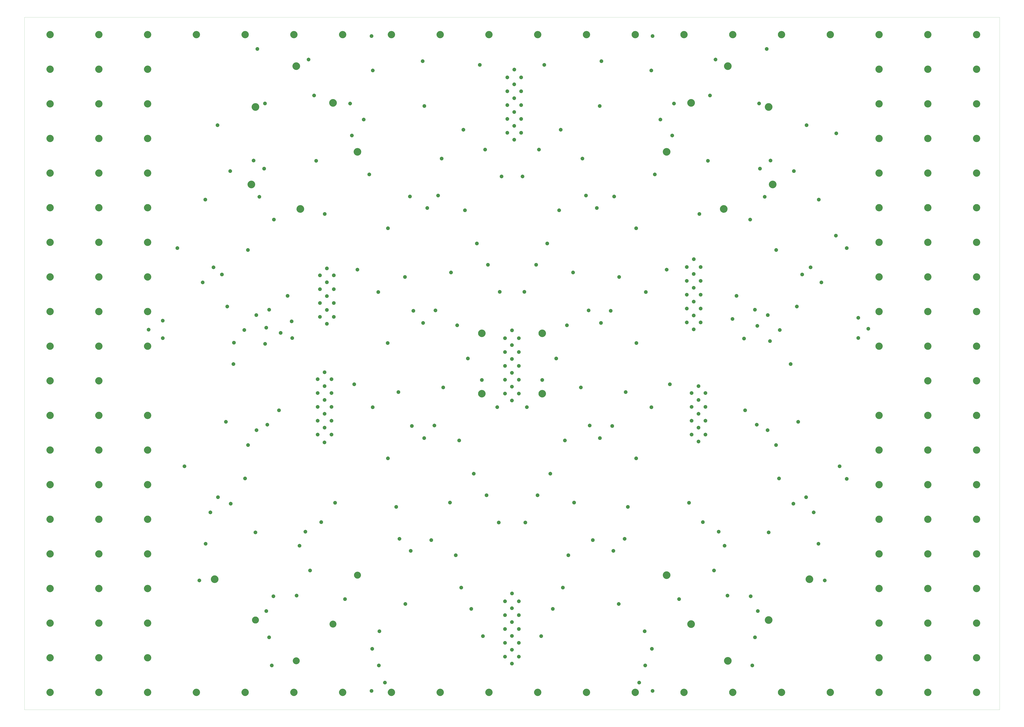
<source format=gbr>
%TF.GenerationSoftware,Altium Limited,Altium Designer,23.9.2 (47)*%
G04 Layer_Color=0*
%FSLAX45Y45*%
%MOMM*%
%TF.SameCoordinates,45DC480F-FB56-4E7A-9A2C-25C5303F6BDF*%
%TF.FilePolarity,Positive*%
%TF.FileFunction,Profile,NP*%
%TF.Part,Single*%
G01*
G75*
%TA.AperFunction,Profile*%
%ADD21C,0.02540*%
G36*
X42439999Y53152124D02*
X42455759D01*
X42486670Y53145972D01*
X42515787Y53133911D01*
X42541995Y53116400D01*
X42564279Y53094116D01*
X42581790Y53067908D01*
X42593851Y53038794D01*
X42600000Y53007880D01*
Y52992120D01*
Y52976361D01*
X42593851Y52945453D01*
X42581790Y52916333D01*
X42564279Y52890125D01*
X42541995Y52867841D01*
X42515787Y52850330D01*
X42486670Y52838269D01*
X42455759Y52832123D01*
X42439999D01*
X42424243D01*
X42393329Y52838269D01*
X42364212Y52850330D01*
X42338007Y52867841D01*
X42315720Y52890125D01*
X42298209Y52916333D01*
X42286148Y52945453D01*
X42279999Y52976361D01*
Y52992120D01*
Y53007880D01*
X42286148Y53038794D01*
X42298209Y53067908D01*
X42315720Y53094116D01*
X42338007Y53116400D01*
X42364212Y53133911D01*
X42393329Y53145972D01*
X42424243Y53152124D01*
X42439999D01*
D01*
D02*
G37*
G36*
X43039999Y52552124D02*
X43055759D01*
X43086670Y52545972D01*
X43115787Y52533911D01*
X43141995Y52516400D01*
X43164279Y52494116D01*
X43181790Y52467908D01*
X43193851Y52438794D01*
X43200000Y52407880D01*
Y52392120D01*
Y52376361D01*
X43193851Y52345453D01*
X43181790Y52316333D01*
X43164279Y52290125D01*
X43141995Y52267841D01*
X43115787Y52250330D01*
X43086670Y52238269D01*
X43055759Y52232123D01*
X43039999D01*
X43024240D01*
X42993329Y52238269D01*
X42964212Y52250330D01*
X42938007Y52267841D01*
X42915720Y52290125D01*
X42898209Y52316333D01*
X42886148Y52345453D01*
X42879999Y52376361D01*
Y52392120D01*
Y52407880D01*
X42886148Y52438794D01*
X42898209Y52467908D01*
X42915720Y52494116D01*
X42938007Y52516400D01*
X42964212Y52533911D01*
X42993329Y52545972D01*
X43024240Y52552124D01*
X43039999D01*
D01*
D02*
G37*
G36*
X41839999D02*
X41855759D01*
X41886670Y52545972D01*
X41915787Y52533911D01*
X41941995Y52516400D01*
X41964279Y52494116D01*
X41981790Y52467908D01*
X41993851Y52438794D01*
X42000000Y52407880D01*
Y52392120D01*
Y52376361D01*
X41993851Y52345453D01*
X41981790Y52316333D01*
X41964279Y52290125D01*
X41941995Y52267841D01*
X41915787Y52250330D01*
X41886670Y52238269D01*
X41855759Y52232123D01*
X41839999D01*
X41824240D01*
X41793329Y52238269D01*
X41764212Y52250330D01*
X41738007Y52267841D01*
X41715720Y52290125D01*
X41698209Y52316333D01*
X41686148Y52345453D01*
X41679999Y52376361D01*
Y52392120D01*
Y52407880D01*
X41686148Y52438794D01*
X41698209Y52467908D01*
X41715720Y52494116D01*
X41738007Y52516400D01*
X41764212Y52533911D01*
X41793329Y52545972D01*
X41824240Y52552124D01*
X41839999D01*
D01*
D02*
G37*
G36*
X42439999Y51952124D02*
X42455759D01*
X42486670Y51945972D01*
X42515787Y51933911D01*
X42541995Y51916400D01*
X42564279Y51894116D01*
X42581790Y51867908D01*
X42593851Y51838794D01*
X42600000Y51807880D01*
Y51792120D01*
Y51776361D01*
X42593851Y51745453D01*
X42581790Y51716333D01*
X42564279Y51690125D01*
X42541995Y51667841D01*
X42515787Y51650330D01*
X42486670Y51638269D01*
X42455759Y51632123D01*
X42439999D01*
X42424243D01*
X42393329Y51638269D01*
X42364212Y51650330D01*
X42338007Y51667841D01*
X42315720Y51690125D01*
X42298209Y51716333D01*
X42286148Y51745453D01*
X42279999Y51776361D01*
Y51792120D01*
Y51807880D01*
X42286148Y51838794D01*
X42298209Y51867908D01*
X42315720Y51894116D01*
X42338007Y51916400D01*
X42364212Y51933911D01*
X42393329Y51945972D01*
X42424243Y51952124D01*
X42439999D01*
D01*
D02*
G37*
G36*
X43039999Y51352124D02*
X43055759D01*
X43086670Y51345972D01*
X43115787Y51333911D01*
X43141995Y51316400D01*
X43164279Y51294116D01*
X43181790Y51267908D01*
X43193851Y51238794D01*
X43200000Y51207880D01*
Y51192120D01*
Y51176361D01*
X43193851Y51145450D01*
X43181790Y51116333D01*
X43164279Y51090125D01*
X43141995Y51067841D01*
X43115787Y51050330D01*
X43086670Y51038269D01*
X43055759Y51032120D01*
X43039999D01*
X43024240D01*
X42993329Y51038269D01*
X42964212Y51050330D01*
X42938007Y51067841D01*
X42915720Y51090125D01*
X42898209Y51116333D01*
X42886148Y51145450D01*
X42879999Y51176361D01*
Y51192120D01*
Y51207880D01*
X42886148Y51238794D01*
X42898209Y51267908D01*
X42915720Y51294116D01*
X42938007Y51316400D01*
X42964212Y51333911D01*
X42993329Y51345972D01*
X43024240Y51352124D01*
X43039999D01*
D01*
D02*
G37*
G36*
X41839999D02*
X41855759D01*
X41886670Y51345972D01*
X41915787Y51333911D01*
X41941995Y51316400D01*
X41964279Y51294116D01*
X41981790Y51267908D01*
X41993851Y51238794D01*
X42000000Y51207880D01*
Y51192120D01*
Y51176361D01*
X41993851Y51145450D01*
X41981790Y51116333D01*
X41964279Y51090125D01*
X41941995Y51067841D01*
X41915787Y51050330D01*
X41886670Y51038269D01*
X41855759Y51032120D01*
X41839999D01*
X41824240D01*
X41793329Y51038269D01*
X41764212Y51050330D01*
X41738007Y51067841D01*
X41715720Y51090125D01*
X41698209Y51116333D01*
X41686148Y51145450D01*
X41679999Y51176361D01*
Y51192120D01*
Y51207880D01*
X41686148Y51238794D01*
X41698209Y51267908D01*
X41715720Y51294116D01*
X41738007Y51316400D01*
X41764212Y51333911D01*
X41793329Y51345972D01*
X41824240Y51352124D01*
X41839999D01*
D01*
D02*
G37*
G36*
X42439999Y50752121D02*
X42455759D01*
X42486670Y50745972D01*
X42515787Y50733911D01*
X42541995Y50716400D01*
X42564279Y50694116D01*
X42581790Y50667908D01*
X42593851Y50638791D01*
X42600000Y50607880D01*
Y50592120D01*
Y50576361D01*
X42593851Y50545450D01*
X42581790Y50516333D01*
X42564279Y50490125D01*
X42541995Y50467841D01*
X42515787Y50450330D01*
X42486670Y50438269D01*
X42455759Y50432120D01*
X42439999D01*
X42424243D01*
X42393329Y50438269D01*
X42364212Y50450330D01*
X42338007Y50467841D01*
X42315720Y50490125D01*
X42298209Y50516333D01*
X42286148Y50545450D01*
X42279999Y50576361D01*
Y50592120D01*
Y50607880D01*
X42286148Y50638791D01*
X42298209Y50667908D01*
X42315720Y50694116D01*
X42338007Y50716400D01*
X42364212Y50733911D01*
X42393329Y50745972D01*
X42424243Y50752121D01*
X42439999D01*
D01*
D02*
G37*
G36*
X43039999Y50152121D02*
X43055759D01*
X43086670Y50145972D01*
X43115787Y50133911D01*
X43141995Y50116400D01*
X43164279Y50094116D01*
X43181790Y50067908D01*
X43193851Y50038791D01*
X43200000Y50007880D01*
Y49992120D01*
Y49976361D01*
X43193851Y49945450D01*
X43181790Y49916333D01*
X43164279Y49890128D01*
X43141995Y49867841D01*
X43115787Y49850330D01*
X43086670Y49838269D01*
X43055759Y49832120D01*
X43039999D01*
X43024240D01*
X42993329Y49838269D01*
X42964212Y49850330D01*
X42938007Y49867841D01*
X42915720Y49890128D01*
X42898209Y49916333D01*
X42886148Y49945450D01*
X42879999Y49976361D01*
Y49992120D01*
Y50007880D01*
X42886148Y50038791D01*
X42898209Y50067908D01*
X42915720Y50094116D01*
X42938007Y50116400D01*
X42964212Y50133911D01*
X42993329Y50145972D01*
X43024240Y50152121D01*
X43039999D01*
D01*
D02*
G37*
G36*
X41839999D02*
X41855759D01*
X41886670Y50145972D01*
X41915787Y50133911D01*
X41941995Y50116400D01*
X41964279Y50094116D01*
X41981790Y50067908D01*
X41993851Y50038791D01*
X42000000Y50007880D01*
Y49992120D01*
Y49976361D01*
X41993851Y49945450D01*
X41981790Y49916333D01*
X41964279Y49890128D01*
X41941995Y49867841D01*
X41915787Y49850330D01*
X41886670Y49838269D01*
X41855759Y49832120D01*
X41839999D01*
X41824240D01*
X41793329Y49838269D01*
X41764212Y49850330D01*
X41738007Y49867841D01*
X41715720Y49890128D01*
X41698209Y49916333D01*
X41686148Y49945450D01*
X41679999Y49976361D01*
Y49992120D01*
Y50007880D01*
X41686148Y50038791D01*
X41698209Y50067908D01*
X41715720Y50094116D01*
X41738007Y50116400D01*
X41764212Y50133911D01*
X41793329Y50145972D01*
X41824240Y50152121D01*
X41839999D01*
D01*
D02*
G37*
G36*
X42439999Y49552121D02*
X42455759D01*
X42486670Y49545972D01*
X42515787Y49533911D01*
X42541995Y49516400D01*
X42564279Y49494116D01*
X42581790Y49467908D01*
X42593851Y49438791D01*
X42600000Y49407880D01*
Y49392120D01*
Y49376361D01*
X42593851Y49345450D01*
X42581790Y49316333D01*
X42564279Y49290125D01*
X42541995Y49267841D01*
X42515787Y49250330D01*
X42486670Y49238269D01*
X42455759Y49232120D01*
X42439999D01*
X42424243D01*
X42393329Y49238269D01*
X42364212Y49250330D01*
X42338007Y49267841D01*
X42315720Y49290125D01*
X42298209Y49316333D01*
X42286148Y49345450D01*
X42279999Y49376361D01*
Y49392120D01*
Y49407880D01*
X42286148Y49438791D01*
X42298209Y49467908D01*
X42315720Y49494116D01*
X42338007Y49516400D01*
X42364212Y49533911D01*
X42393329Y49545972D01*
X42424243Y49552121D01*
X42439999D01*
D01*
D02*
G37*
G36*
Y54352124D02*
X42455759D01*
X42486670Y54345972D01*
X42515787Y54333911D01*
X42541995Y54316400D01*
X42564279Y54294116D01*
X42581790Y54267908D01*
X42593851Y54238794D01*
X42600000Y54207880D01*
Y54192120D01*
Y54176361D01*
X42593851Y54145453D01*
X42581790Y54116333D01*
X42564279Y54090125D01*
X42541995Y54067841D01*
X42515787Y54050330D01*
X42486670Y54038269D01*
X42455759Y54032123D01*
X42439999D01*
X42424243D01*
X42393329Y54038269D01*
X42364212Y54050330D01*
X42338007Y54067841D01*
X42315720Y54090125D01*
X42298209Y54116333D01*
X42286148Y54145453D01*
X42279999Y54176361D01*
Y54192120D01*
Y54207880D01*
X42286148Y54238794D01*
X42298209Y54267908D01*
X42315720Y54294116D01*
X42338007Y54316400D01*
X42364212Y54333911D01*
X42393329Y54345972D01*
X42424243Y54352124D01*
X42439999D01*
D01*
D02*
G37*
G36*
X43039999Y54952124D02*
X43055759D01*
X43086670Y54945972D01*
X43115787Y54933911D01*
X43141995Y54916400D01*
X43164279Y54894116D01*
X43181790Y54867908D01*
X43193851Y54838794D01*
X43200000Y54807880D01*
Y54792120D01*
Y54776361D01*
X43193851Y54745453D01*
X43181790Y54716333D01*
X43164279Y54690125D01*
X43141995Y54667841D01*
X43115787Y54650330D01*
X43086670Y54638269D01*
X43055759Y54632123D01*
X43039999D01*
X43024240D01*
X42993329Y54638269D01*
X42964212Y54650330D01*
X42938007Y54667841D01*
X42915720Y54690125D01*
X42898209Y54716333D01*
X42886148Y54745453D01*
X42879999Y54776361D01*
Y54792120D01*
Y54807880D01*
X42886148Y54838794D01*
X42898209Y54867908D01*
X42915720Y54894116D01*
X42938007Y54916400D01*
X42964212Y54933911D01*
X42993329Y54945972D01*
X43024240Y54952124D01*
X43039999D01*
D01*
D02*
G37*
G36*
X42447879Y55632123D02*
X42463638D01*
X42494550Y55625970D01*
X42523669Y55613910D01*
X42549872Y55596399D01*
X42572159Y55574115D01*
X42589670Y55547906D01*
X42601730Y55518793D01*
X42607880Y55487878D01*
Y55472119D01*
Y55456360D01*
X42601730Y55425452D01*
X42589670Y55396332D01*
X42572159Y55370123D01*
X42549872Y55347839D01*
X42523669Y55330328D01*
X42494550Y55318268D01*
X42463638Y55312122D01*
X42447879D01*
X42432120D01*
X42401208Y55318268D01*
X42372092Y55330328D01*
X42345886Y55347839D01*
X42323599Y55370123D01*
X42306088Y55396332D01*
X42294028Y55425452D01*
X42287881Y55456360D01*
Y55472119D01*
Y55487878D01*
X42294028Y55518793D01*
X42306088Y55547906D01*
X42323599Y55574115D01*
X42345886Y55596399D01*
X42372092Y55613910D01*
X42401208Y55625970D01*
X42432120Y55632123D01*
X42447879D01*
D01*
D02*
G37*
G36*
X43039999Y53752124D02*
X43055759D01*
X43086670Y53745972D01*
X43115787Y53733911D01*
X43141995Y53716400D01*
X43164279Y53694116D01*
X43181790Y53667908D01*
X43193851Y53638794D01*
X43200000Y53607880D01*
Y53592120D01*
Y53576361D01*
X43193851Y53545453D01*
X43181790Y53516333D01*
X43164279Y53490125D01*
X43141995Y53467841D01*
X43115787Y53450330D01*
X43086670Y53438269D01*
X43055759Y53432123D01*
X43039999D01*
X43024240D01*
X42993329Y53438269D01*
X42964212Y53450330D01*
X42938007Y53467841D01*
X42915720Y53490125D01*
X42898209Y53516333D01*
X42886148Y53545453D01*
X42879999Y53576361D01*
Y53592120D01*
Y53607880D01*
X42886148Y53638794D01*
X42898209Y53667908D01*
X42915720Y53694116D01*
X42938007Y53716400D01*
X42964212Y53733911D01*
X42993329Y53745972D01*
X43024240Y53752124D01*
X43039999D01*
D01*
D02*
G37*
G36*
X41839999Y54952124D02*
X41855759D01*
X41886670Y54945972D01*
X41915787Y54933911D01*
X41941995Y54916400D01*
X41964279Y54894116D01*
X41981790Y54867908D01*
X41993851Y54838794D01*
X42000000Y54807880D01*
Y54792120D01*
Y54776361D01*
X41993851Y54745453D01*
X41981790Y54716333D01*
X41964279Y54690125D01*
X41941995Y54667841D01*
X41915787Y54650330D01*
X41886670Y54638269D01*
X41855759Y54632123D01*
X41839999D01*
X41824240D01*
X41793329Y54638269D01*
X41764212Y54650330D01*
X41738007Y54667841D01*
X41715720Y54690125D01*
X41698209Y54716333D01*
X41686148Y54745453D01*
X41679999Y54776361D01*
Y54792120D01*
Y54807880D01*
X41686148Y54838794D01*
X41698209Y54867908D01*
X41715720Y54894116D01*
X41738007Y54916400D01*
X41764212Y54933911D01*
X41793329Y54945972D01*
X41824240Y54952124D01*
X41839999D01*
D01*
D02*
G37*
G36*
Y53752124D02*
X41855759D01*
X41886670Y53745972D01*
X41915787Y53733911D01*
X41941995Y53716400D01*
X41964279Y53694116D01*
X41981790Y53667908D01*
X41993851Y53638794D01*
X42000000Y53607880D01*
Y53592120D01*
Y53576361D01*
X41993851Y53545453D01*
X41981790Y53516333D01*
X41964279Y53490125D01*
X41941995Y53467841D01*
X41915787Y53450330D01*
X41886670Y53438269D01*
X41855759Y53432123D01*
X41839999D01*
X41824240D01*
X41793329Y53438269D01*
X41764212Y53450330D01*
X41738007Y53467841D01*
X41715720Y53490125D01*
X41698209Y53516333D01*
X41686148Y53545453D01*
X41679999Y53576361D01*
Y53592120D01*
Y53607880D01*
X41686148Y53638794D01*
X41698209Y53667908D01*
X41715720Y53694116D01*
X41738007Y53716400D01*
X41764212Y53733911D01*
X41793329Y53745972D01*
X41824240Y53752124D01*
X41839999D01*
D01*
D02*
G37*
G36*
X42239999Y30552121D02*
X42255759D01*
X42286670Y30545972D01*
X42315787Y30533911D01*
X42341995Y30516400D01*
X42364279Y30494116D01*
X42381790Y30467908D01*
X42393851Y30438791D01*
X42400000Y30407880D01*
Y30392120D01*
Y30376361D01*
X42393851Y30345450D01*
X42381790Y30316333D01*
X42364279Y30290125D01*
X42341995Y30267841D01*
X42315787Y30250330D01*
X42286670Y30238269D01*
X42255759Y30232120D01*
X42239999D01*
X42224240D01*
X42193329Y30238269D01*
X42164212Y30250330D01*
X42138007Y30267841D01*
X42115720Y30290125D01*
X42098209Y30316333D01*
X42086148Y30345450D01*
X42079999Y30376361D01*
Y30392120D01*
Y30407880D01*
X42086148Y30438791D01*
X42098209Y30467908D01*
X42115720Y30494116D01*
X42138007Y30516400D01*
X42164212Y30533911D01*
X42193329Y30545972D01*
X42224240Y30552121D01*
X42239999D01*
D01*
D02*
G37*
G36*
X42839999Y29952121D02*
X42855759D01*
X42886670Y29945972D01*
X42915787Y29933911D01*
X42941995Y29916400D01*
X42964279Y29894116D01*
X42981790Y29867908D01*
X42993851Y29838791D01*
X43000000Y29807880D01*
Y29792120D01*
Y29776361D01*
X42993851Y29745450D01*
X42981790Y29716333D01*
X42964279Y29690128D01*
X42941995Y29667841D01*
X42915787Y29650330D01*
X42886670Y29638269D01*
X42855759Y29632120D01*
X42839999D01*
X42824240D01*
X42793329Y29638269D01*
X42764212Y29650330D01*
X42738007Y29667841D01*
X42715720Y29690128D01*
X42698209Y29716333D01*
X42686148Y29745450D01*
X42679999Y29776361D01*
Y29792120D01*
Y29807880D01*
X42686148Y29838791D01*
X42698209Y29867908D01*
X42715720Y29894116D01*
X42738007Y29916400D01*
X42764212Y29933911D01*
X42793329Y29945972D01*
X42824240Y29952121D01*
X42839999D01*
D01*
D02*
G37*
G36*
X41639999D02*
X41655759D01*
X41686670Y29945972D01*
X41715787Y29933911D01*
X41741995Y29916400D01*
X41764279Y29894116D01*
X41781790Y29867908D01*
X41793851Y29838791D01*
X41800000Y29807880D01*
Y29792120D01*
Y29776361D01*
X41793851Y29745450D01*
X41781790Y29716333D01*
X41764279Y29690128D01*
X41741995Y29667841D01*
X41715787Y29650330D01*
X41686670Y29638269D01*
X41655759Y29632120D01*
X41639999D01*
X41624240D01*
X41593329Y29638269D01*
X41564212Y29650330D01*
X41538007Y29667841D01*
X41515720Y29690128D01*
X41498209Y29716333D01*
X41486148Y29745450D01*
X41479999Y29776361D01*
Y29792120D01*
Y29807880D01*
X41486148Y29838791D01*
X41498209Y29867908D01*
X41515720Y29894116D01*
X41538007Y29916400D01*
X41564212Y29933911D01*
X41593329Y29945972D01*
X41624240Y29952121D01*
X41639999D01*
D01*
D02*
G37*
G36*
X42239999Y29352121D02*
X42255759D01*
X42286670Y29345972D01*
X42315787Y29333911D01*
X42341995Y29316400D01*
X42364279Y29294116D01*
X42381790Y29267908D01*
X42393851Y29238791D01*
X42400000Y29207880D01*
Y29192120D01*
Y29176361D01*
X42393851Y29145450D01*
X42381790Y29116333D01*
X42364279Y29090125D01*
X42341995Y29067841D01*
X42315787Y29050330D01*
X42286670Y29038269D01*
X42255759Y29032120D01*
X42239999D01*
X42224240D01*
X42193329Y29038269D01*
X42164212Y29050330D01*
X42138007Y29067841D01*
X42115720Y29090125D01*
X42098209Y29116333D01*
X42086148Y29145450D01*
X42079999Y29176361D01*
Y29192120D01*
Y29207880D01*
X42086148Y29238791D01*
X42098209Y29267908D01*
X42115720Y29294116D01*
X42138007Y29316400D01*
X42164212Y29333911D01*
X42193329Y29345972D01*
X42224240Y29352121D01*
X42239999D01*
D01*
D02*
G37*
G36*
X42839999Y28752121D02*
X42855759D01*
X42886670Y28745972D01*
X42915787Y28733911D01*
X42941995Y28716400D01*
X42964279Y28694116D01*
X42981790Y28667908D01*
X42993851Y28638791D01*
X43000000Y28607880D01*
Y28592120D01*
Y28576361D01*
X42993851Y28545450D01*
X42981790Y28516333D01*
X42964279Y28490125D01*
X42941995Y28467841D01*
X42915787Y28450330D01*
X42886670Y28438269D01*
X42855759Y28432120D01*
X42839999D01*
X42824240D01*
X42793329Y28438269D01*
X42764212Y28450330D01*
X42738007Y28467841D01*
X42715720Y28490125D01*
X42698209Y28516333D01*
X42686148Y28545450D01*
X42679999Y28576361D01*
Y28592120D01*
Y28607880D01*
X42686148Y28638791D01*
X42698209Y28667908D01*
X42715720Y28694116D01*
X42738007Y28716400D01*
X42764212Y28733911D01*
X42793329Y28745972D01*
X42824240Y28752121D01*
X42839999D01*
D01*
D02*
G37*
G36*
X41639999D02*
X41655759D01*
X41686670Y28745972D01*
X41715787Y28733911D01*
X41741995Y28716400D01*
X41764279Y28694116D01*
X41781790Y28667908D01*
X41793851Y28638791D01*
X41800000Y28607880D01*
Y28592120D01*
Y28576361D01*
X41793851Y28545450D01*
X41781790Y28516333D01*
X41764279Y28490125D01*
X41741995Y28467841D01*
X41715787Y28450330D01*
X41686670Y28438269D01*
X41655759Y28432120D01*
X41639999D01*
X41624240D01*
X41593329Y28438269D01*
X41564212Y28450330D01*
X41538007Y28467841D01*
X41515720Y28490125D01*
X41498209Y28516333D01*
X41486148Y28545450D01*
X41479999Y28576361D01*
Y28592120D01*
Y28607880D01*
X41486148Y28638791D01*
X41498209Y28667908D01*
X41515720Y28694116D01*
X41538007Y28716400D01*
X41564212Y28733911D01*
X41593329Y28745972D01*
X41624240Y28752121D01*
X41639999D01*
D01*
D02*
G37*
G36*
X42239999Y28152121D02*
X42255759D01*
X42286670Y28145972D01*
X42315787Y28133911D01*
X42341995Y28116400D01*
X42364279Y28094113D01*
X42381790Y28067908D01*
X42393851Y28038791D01*
X42400000Y28007880D01*
Y27992120D01*
Y27976361D01*
X42393851Y27945450D01*
X42381790Y27916333D01*
X42364279Y27890125D01*
X42341995Y27867841D01*
X42315787Y27850330D01*
X42286670Y27838269D01*
X42255759Y27832120D01*
X42239999D01*
X42224240D01*
X42193329Y27838269D01*
X42164212Y27850330D01*
X42138007Y27867841D01*
X42115720Y27890125D01*
X42098209Y27916333D01*
X42086148Y27945450D01*
X42079999Y27976361D01*
Y27992120D01*
Y28007880D01*
X42086148Y28038791D01*
X42098209Y28067908D01*
X42115720Y28094113D01*
X42138007Y28116400D01*
X42164212Y28133911D01*
X42193329Y28145972D01*
X42224240Y28152121D01*
X42239999D01*
D01*
D02*
G37*
G36*
X42839999Y27552121D02*
X42855759D01*
X42886670Y27545972D01*
X42915787Y27533911D01*
X42941995Y27516400D01*
X42964279Y27494116D01*
X42981790Y27467908D01*
X42993851Y27438791D01*
X43000000Y27407880D01*
Y27392120D01*
Y27376361D01*
X42993851Y27345450D01*
X42981790Y27316333D01*
X42964279Y27290128D01*
X42941995Y27267841D01*
X42915787Y27250330D01*
X42886670Y27238269D01*
X42855759Y27232120D01*
X42839999D01*
X42824240D01*
X42793329Y27238269D01*
X42764212Y27250330D01*
X42738007Y27267841D01*
X42715720Y27290128D01*
X42698209Y27316333D01*
X42686148Y27345450D01*
X42679999Y27376361D01*
Y27392120D01*
Y27407880D01*
X42686148Y27438791D01*
X42698209Y27467908D01*
X42715720Y27494116D01*
X42738007Y27516400D01*
X42764212Y27533911D01*
X42793329Y27545972D01*
X42824240Y27552121D01*
X42839999D01*
D01*
D02*
G37*
G36*
X41639999D02*
X41655759D01*
X41686670Y27545972D01*
X41715787Y27533911D01*
X41741995Y27516400D01*
X41764279Y27494116D01*
X41781790Y27467908D01*
X41793851Y27438791D01*
X41800000Y27407880D01*
Y27392120D01*
Y27376361D01*
X41793851Y27345450D01*
X41781790Y27316333D01*
X41764279Y27290128D01*
X41741995Y27267841D01*
X41715787Y27250330D01*
X41686670Y27238269D01*
X41655759Y27232120D01*
X41639999D01*
X41624240D01*
X41593329Y27238269D01*
X41564212Y27250330D01*
X41538007Y27267841D01*
X41515720Y27290128D01*
X41498209Y27316333D01*
X41486148Y27345450D01*
X41479999Y27376361D01*
Y27392120D01*
Y27407880D01*
X41486148Y27438791D01*
X41498209Y27467908D01*
X41515720Y27494116D01*
X41538007Y27516400D01*
X41564212Y27533911D01*
X41593329Y27545972D01*
X41624240Y27552121D01*
X41639999D01*
D01*
D02*
G37*
G36*
X42239999Y26952121D02*
X42255759D01*
X42286670Y26945972D01*
X42315787Y26933911D01*
X42341995Y26916400D01*
X42364279Y26894116D01*
X42381790Y26867908D01*
X42393851Y26838791D01*
X42400000Y26807880D01*
Y26792120D01*
Y26776361D01*
X42393851Y26745450D01*
X42381790Y26716333D01*
X42364279Y26690125D01*
X42341995Y26667841D01*
X42315787Y26650330D01*
X42286670Y26638269D01*
X42255759Y26632120D01*
X42239999D01*
X42224240D01*
X42193329Y26638269D01*
X42164212Y26650330D01*
X42138007Y26667841D01*
X42115720Y26690125D01*
X42098209Y26716333D01*
X42086148Y26745450D01*
X42079999Y26776361D01*
Y26792120D01*
Y26807880D01*
X42086148Y26838791D01*
X42098209Y26867908D01*
X42115720Y26894116D01*
X42138007Y26916400D01*
X42164212Y26933911D01*
X42193329Y26945972D01*
X42224240Y26952121D01*
X42239999D01*
D01*
D02*
G37*
G36*
Y31752121D02*
X42255759D01*
X42286670Y31745972D01*
X42315787Y31733911D01*
X42341995Y31716400D01*
X42364279Y31694116D01*
X42381790Y31667908D01*
X42393851Y31638791D01*
X42400000Y31607880D01*
Y31592120D01*
Y31576361D01*
X42393851Y31545450D01*
X42381790Y31516333D01*
X42364279Y31490128D01*
X42341995Y31467841D01*
X42315787Y31450330D01*
X42286670Y31438269D01*
X42255759Y31432120D01*
X42239999D01*
X42224240D01*
X42193329Y31438269D01*
X42164212Y31450330D01*
X42138007Y31467841D01*
X42115720Y31490128D01*
X42098209Y31516333D01*
X42086148Y31545450D01*
X42079999Y31576361D01*
Y31592120D01*
Y31607880D01*
X42086148Y31638791D01*
X42098209Y31667908D01*
X42115720Y31694116D01*
X42138007Y31716400D01*
X42164212Y31733911D01*
X42193329Y31745972D01*
X42224240Y31752121D01*
X42239999D01*
D01*
D02*
G37*
G36*
X42839999Y32352121D02*
X42855759D01*
X42886670Y32345972D01*
X42915787Y32333911D01*
X42941995Y32316400D01*
X42964279Y32294116D01*
X42981790Y32267908D01*
X42993851Y32238791D01*
X43000000Y32207880D01*
Y32192120D01*
Y32176361D01*
X42993851Y32145450D01*
X42981790Y32116333D01*
X42964279Y32090128D01*
X42941995Y32067841D01*
X42915787Y32050330D01*
X42886670Y32038269D01*
X42855759Y32032120D01*
X42839999D01*
X42824240D01*
X42793329Y32038269D01*
X42764212Y32050330D01*
X42738007Y32067841D01*
X42715720Y32090128D01*
X42698209Y32116333D01*
X42686148Y32145450D01*
X42679999Y32176361D01*
Y32192120D01*
Y32207880D01*
X42686148Y32238791D01*
X42698209Y32267908D01*
X42715720Y32294116D01*
X42738007Y32316400D01*
X42764212Y32333911D01*
X42793329Y32345972D01*
X42824240Y32352121D01*
X42839999D01*
D01*
D02*
G37*
G36*
X42247879Y33032120D02*
X42263638D01*
X42294550Y33025974D01*
X42323669Y33013910D01*
X42349872Y32996402D01*
X42372159Y32974115D01*
X42389670Y32947910D01*
X42401730Y32918790D01*
X42407880Y32887878D01*
Y32872122D01*
Y32856363D01*
X42401730Y32825449D01*
X42389670Y32796332D01*
X42372159Y32770126D01*
X42349872Y32747842D01*
X42323669Y32730331D01*
X42294550Y32718268D01*
X42263638Y32712122D01*
X42247879D01*
X42232120D01*
X42201208Y32718268D01*
X42172092Y32730331D01*
X42145886Y32747842D01*
X42123599Y32770126D01*
X42106088Y32796332D01*
X42094028Y32825449D01*
X42087881Y32856363D01*
Y32872122D01*
Y32887878D01*
X42094028Y32918790D01*
X42106088Y32947910D01*
X42123599Y32974115D01*
X42145886Y32996402D01*
X42172092Y33013910D01*
X42201208Y33025974D01*
X42232120Y33032120D01*
X42247879D01*
D01*
D02*
G37*
G36*
X42839999Y31152121D02*
X42855759D01*
X42886670Y31145972D01*
X42915787Y31133911D01*
X42941995Y31116400D01*
X42964279Y31094116D01*
X42981790Y31067908D01*
X42993851Y31038791D01*
X43000000Y31007880D01*
Y30992120D01*
Y30976361D01*
X42993851Y30945450D01*
X42981790Y30916333D01*
X42964279Y30890125D01*
X42941995Y30867841D01*
X42915787Y30850330D01*
X42886670Y30838269D01*
X42855759Y30832120D01*
X42839999D01*
X42824240D01*
X42793329Y30838269D01*
X42764212Y30850330D01*
X42738007Y30867841D01*
X42715720Y30890125D01*
X42698209Y30916333D01*
X42686148Y30945450D01*
X42679999Y30976361D01*
Y30992120D01*
Y31007880D01*
X42686148Y31038791D01*
X42698209Y31067908D01*
X42715720Y31094116D01*
X42738007Y31116400D01*
X42764212Y31133911D01*
X42793329Y31145972D01*
X42824240Y31152121D01*
X42839999D01*
D01*
D02*
G37*
G36*
X41639999Y32352121D02*
X41655759D01*
X41686670Y32345972D01*
X41715787Y32333911D01*
X41741995Y32316400D01*
X41764279Y32294116D01*
X41781790Y32267908D01*
X41793851Y32238791D01*
X41800000Y32207880D01*
Y32192120D01*
Y32176361D01*
X41793851Y32145450D01*
X41781790Y32116333D01*
X41764279Y32090128D01*
X41741995Y32067841D01*
X41715787Y32050330D01*
X41686670Y32038269D01*
X41655759Y32032120D01*
X41639999D01*
X41624240D01*
X41593329Y32038269D01*
X41564212Y32050330D01*
X41538007Y32067841D01*
X41515720Y32090128D01*
X41498209Y32116333D01*
X41486148Y32145450D01*
X41479999Y32176361D01*
Y32192120D01*
Y32207880D01*
X41486148Y32238791D01*
X41498209Y32267908D01*
X41515720Y32294116D01*
X41538007Y32316400D01*
X41564212Y32333911D01*
X41593329Y32345972D01*
X41624240Y32352121D01*
X41639999D01*
D01*
D02*
G37*
G36*
Y31152121D02*
X41655759D01*
X41686670Y31145972D01*
X41715787Y31133911D01*
X41741995Y31116400D01*
X41764279Y31094116D01*
X41781790Y31067908D01*
X41793851Y31038791D01*
X41800000Y31007880D01*
Y30992120D01*
Y30976361D01*
X41793851Y30945450D01*
X41781790Y30916333D01*
X41764279Y30890125D01*
X41741995Y30867841D01*
X41715787Y30850330D01*
X41686670Y30838269D01*
X41655759Y30832120D01*
X41639999D01*
X41624240D01*
X41593329Y30838269D01*
X41564212Y30850330D01*
X41538007Y30867841D01*
X41515720Y30890125D01*
X41498209Y30916333D01*
X41486148Y30945450D01*
X41479999Y30976361D01*
Y30992120D01*
Y31007880D01*
X41486148Y31038791D01*
X41498209Y31067908D01*
X41515720Y31094116D01*
X41538007Y31116400D01*
X41564212Y31133911D01*
X41593329Y31145972D01*
X41624240Y31152121D01*
X41639999D01*
D01*
D02*
G37*
G36*
Y8352120D02*
X41655759D01*
X41686670Y8345972D01*
X41715787Y8333910D01*
X41741995Y8316400D01*
X41764279Y8294114D01*
X41781790Y8267909D01*
X41793851Y8238791D01*
X41800000Y8207879D01*
Y8192121D01*
Y8176362D01*
X41793851Y8145450D01*
X41781790Y8116332D01*
X41764279Y8090126D01*
X41741995Y8067840D01*
X41715787Y8050330D01*
X41686670Y8038269D01*
X41655759Y8032121D01*
X41639999D01*
X41624240D01*
X41593329Y8038269D01*
X41564212Y8050330D01*
X41538007Y8067840D01*
X41515720Y8090126D01*
X41498209Y8116332D01*
X41486148Y8145450D01*
X41479999Y8176362D01*
Y8192121D01*
Y8207879D01*
X41486148Y8238791D01*
X41498209Y8267909D01*
X41515720Y8294114D01*
X41538007Y8316400D01*
X41564212Y8333910D01*
X41593329Y8345972D01*
X41624240Y8352120D01*
X41639999D01*
D01*
D02*
G37*
G36*
Y9552121D02*
X41655759D01*
X41686670Y9545972D01*
X41715787Y9533911D01*
X41741995Y9516401D01*
X41764279Y9494115D01*
X41781790Y9467909D01*
X41793851Y9438791D01*
X41800000Y9407879D01*
Y9392121D01*
Y9376362D01*
X41793851Y9345450D01*
X41781790Y9316332D01*
X41764279Y9290126D01*
X41741995Y9267840D01*
X41715787Y9250330D01*
X41686670Y9238269D01*
X41655759Y9232121D01*
X41639999D01*
X41624240D01*
X41593329Y9238269D01*
X41564212Y9250330D01*
X41538007Y9267840D01*
X41515720Y9290126D01*
X41498209Y9316332D01*
X41486148Y9345450D01*
X41479999Y9376362D01*
Y9392121D01*
Y9407879D01*
X41486148Y9438791D01*
X41498209Y9467909D01*
X41515720Y9494115D01*
X41538007Y9516401D01*
X41564212Y9533911D01*
X41593329Y9545972D01*
X41624240Y9552121D01*
X41639999D01*
D01*
D02*
G37*
G36*
X42839999Y8352120D02*
X42855759D01*
X42886670Y8345972D01*
X42915787Y8333910D01*
X42941995Y8316400D01*
X42964279Y8294114D01*
X42981790Y8267909D01*
X42993851Y8238791D01*
X43000000Y8207879D01*
Y8192121D01*
Y8176362D01*
X42993851Y8145450D01*
X42981790Y8116332D01*
X42964279Y8090126D01*
X42941995Y8067840D01*
X42915787Y8050330D01*
X42886670Y8038269D01*
X42855759Y8032121D01*
X42839999D01*
X42824240D01*
X42793329Y8038269D01*
X42764212Y8050330D01*
X42738007Y8067840D01*
X42715720Y8090126D01*
X42698209Y8116332D01*
X42686148Y8145450D01*
X42679999Y8176362D01*
Y8192121D01*
Y8207879D01*
X42686148Y8238791D01*
X42698209Y8267909D01*
X42715720Y8294114D01*
X42738007Y8316400D01*
X42764212Y8333910D01*
X42793329Y8345972D01*
X42824240Y8352120D01*
X42839999D01*
D01*
D02*
G37*
G36*
X42247879Y10232121D02*
X42263638D01*
X42294550Y10225972D01*
X42323669Y10213910D01*
X42349872Y10196400D01*
X42372159Y10174115D01*
X42389670Y10147909D01*
X42401730Y10118791D01*
X42407880Y10087879D01*
Y10072121D01*
Y10056362D01*
X42401730Y10025450D01*
X42389670Y9996332D01*
X42372159Y9970126D01*
X42349872Y9947840D01*
X42323669Y9930330D01*
X42294550Y9918269D01*
X42263638Y9912121D01*
X42247879D01*
X42232120D01*
X42201208Y9918269D01*
X42172092Y9930330D01*
X42145886Y9947840D01*
X42123599Y9970126D01*
X42106088Y9996332D01*
X42094028Y10025450D01*
X42087881Y10056362D01*
Y10072121D01*
Y10087879D01*
X42094028Y10118791D01*
X42106088Y10147909D01*
X42123599Y10174115D01*
X42145886Y10196400D01*
X42172092Y10213910D01*
X42201208Y10225972D01*
X42232120Y10232121D01*
X42247879D01*
D01*
D02*
G37*
G36*
X42839999Y9552121D02*
X42855759D01*
X42886670Y9545972D01*
X42915787Y9533911D01*
X42941995Y9516401D01*
X42964279Y9494115D01*
X42981790Y9467909D01*
X42993851Y9438791D01*
X43000000Y9407879D01*
Y9392121D01*
Y9376362D01*
X42993851Y9345450D01*
X42981790Y9316332D01*
X42964279Y9290126D01*
X42941995Y9267840D01*
X42915787Y9250330D01*
X42886670Y9238269D01*
X42855759Y9232121D01*
X42839999D01*
X42824240D01*
X42793329Y9238269D01*
X42764212Y9250330D01*
X42738007Y9267840D01*
X42715720Y9290126D01*
X42698209Y9316332D01*
X42686148Y9345450D01*
X42679999Y9376362D01*
Y9392121D01*
Y9407879D01*
X42686148Y9438791D01*
X42698209Y9467909D01*
X42715720Y9494115D01*
X42738007Y9516401D01*
X42764212Y9533911D01*
X42793329Y9545972D01*
X42824240Y9552121D01*
X42839999D01*
D01*
D02*
G37*
G36*
X42239999Y8952121D02*
X42255759D01*
X42286670Y8945972D01*
X42315787Y8933911D01*
X42341995Y8916401D01*
X42364279Y8894115D01*
X42381790Y8867909D01*
X42393851Y8838791D01*
X42400000Y8807879D01*
Y8792121D01*
Y8776362D01*
X42393851Y8745450D01*
X42381790Y8716332D01*
X42364279Y8690126D01*
X42341995Y8667840D01*
X42315787Y8650330D01*
X42286670Y8638269D01*
X42255759Y8632121D01*
X42239999D01*
X42224240D01*
X42193329Y8638269D01*
X42164212Y8650330D01*
X42138007Y8667840D01*
X42115720Y8690126D01*
X42098209Y8716332D01*
X42086148Y8745450D01*
X42079999Y8776362D01*
Y8792121D01*
Y8807879D01*
X42086148Y8838791D01*
X42098209Y8867909D01*
X42115720Y8894115D01*
X42138007Y8916401D01*
X42164212Y8933911D01*
X42193329Y8945972D01*
X42224240Y8952121D01*
X42239999D01*
D01*
D02*
G37*
G36*
Y4152120D02*
X42255759D01*
X42286670Y4145972D01*
X42315787Y4133910D01*
X42341995Y4116400D01*
X42364279Y4094114D01*
X42381790Y4067909D01*
X42393851Y4038791D01*
X42400000Y4007879D01*
Y3992121D01*
Y3976362D01*
X42393851Y3945450D01*
X42381790Y3916332D01*
X42364279Y3890126D01*
X42341995Y3867840D01*
X42315787Y3850330D01*
X42286670Y3838269D01*
X42255759Y3832121D01*
X42239999D01*
X42224240D01*
X42193329Y3838269D01*
X42164212Y3850330D01*
X42138007Y3867840D01*
X42115720Y3890126D01*
X42098209Y3916332D01*
X42086148Y3945450D01*
X42079999Y3976362D01*
Y3992121D01*
Y4007879D01*
X42086148Y4038791D01*
X42098209Y4067909D01*
X42115720Y4094114D01*
X42138007Y4116400D01*
X42164212Y4133910D01*
X42193329Y4145972D01*
X42224240Y4152120D01*
X42239999D01*
D01*
D02*
G37*
G36*
X41639999Y4752121D02*
X41655759D01*
X41686670Y4745972D01*
X41715787Y4733911D01*
X41741995Y4716401D01*
X41764279Y4694115D01*
X41781790Y4667909D01*
X41793851Y4638791D01*
X41800000Y4607879D01*
Y4592121D01*
Y4576362D01*
X41793851Y4545450D01*
X41781790Y4516332D01*
X41764279Y4490126D01*
X41741995Y4467840D01*
X41715787Y4450330D01*
X41686670Y4438269D01*
X41655759Y4432121D01*
X41639999D01*
X41624240D01*
X41593329Y4438269D01*
X41564212Y4450330D01*
X41538007Y4467840D01*
X41515720Y4490126D01*
X41498209Y4516332D01*
X41486148Y4545450D01*
X41479999Y4576362D01*
Y4592121D01*
Y4607879D01*
X41486148Y4638791D01*
X41498209Y4667909D01*
X41515720Y4694115D01*
X41538007Y4716401D01*
X41564212Y4733911D01*
X41593329Y4745972D01*
X41624240Y4752121D01*
X41639999D01*
D01*
D02*
G37*
G36*
X42839999D02*
X42855759D01*
X42886670Y4745972D01*
X42915787Y4733911D01*
X42941995Y4716401D01*
X42964279Y4694115D01*
X42981790Y4667909D01*
X42993851Y4638791D01*
X43000000Y4607879D01*
Y4592121D01*
Y4576362D01*
X42993851Y4545450D01*
X42981790Y4516332D01*
X42964279Y4490126D01*
X42941995Y4467840D01*
X42915787Y4450330D01*
X42886670Y4438269D01*
X42855759Y4432121D01*
X42839999D01*
X42824240D01*
X42793329Y4438269D01*
X42764212Y4450330D01*
X42738007Y4467840D01*
X42715720Y4490126D01*
X42698209Y4516332D01*
X42686148Y4545450D01*
X42679999Y4576362D01*
Y4592121D01*
Y4607879D01*
X42686148Y4638791D01*
X42698209Y4667909D01*
X42715720Y4694115D01*
X42738007Y4716401D01*
X42764212Y4733911D01*
X42793329Y4745972D01*
X42824240Y4752121D01*
X42839999D01*
D01*
D02*
G37*
G36*
X42239999Y5352120D02*
X42255759D01*
X42286670Y5345972D01*
X42315787Y5333910D01*
X42341995Y5316400D01*
X42364279Y5294114D01*
X42381790Y5267909D01*
X42393851Y5238791D01*
X42400000Y5207879D01*
Y5192120D01*
Y5176362D01*
X42393851Y5145450D01*
X42381790Y5116332D01*
X42364279Y5090126D01*
X42341995Y5067840D01*
X42315787Y5050330D01*
X42286670Y5038269D01*
X42255759Y5032120D01*
X42239999D01*
X42224240D01*
X42193329Y5038269D01*
X42164212Y5050330D01*
X42138007Y5067840D01*
X42115720Y5090126D01*
X42098209Y5116332D01*
X42086148Y5145450D01*
X42079999Y5176362D01*
Y5192120D01*
Y5207879D01*
X42086148Y5238791D01*
X42098209Y5267909D01*
X42115720Y5294114D01*
X42138007Y5316400D01*
X42164212Y5333910D01*
X42193329Y5345972D01*
X42224240Y5352120D01*
X42239999D01*
D01*
D02*
G37*
G36*
X41639999Y5952120D02*
X41655759D01*
X41686670Y5945972D01*
X41715787Y5933910D01*
X41741995Y5916400D01*
X41764279Y5894114D01*
X41781790Y5867909D01*
X41793851Y5838791D01*
X41800000Y5807879D01*
Y5792120D01*
Y5776362D01*
X41793851Y5745450D01*
X41781790Y5716332D01*
X41764279Y5690126D01*
X41741995Y5667840D01*
X41715787Y5650330D01*
X41686670Y5638269D01*
X41655759Y5632121D01*
X41639999D01*
X41624240D01*
X41593329Y5638269D01*
X41564212Y5650330D01*
X41538007Y5667840D01*
X41515720Y5690126D01*
X41498209Y5716332D01*
X41486148Y5745450D01*
X41479999Y5776362D01*
Y5792120D01*
Y5807879D01*
X41486148Y5838791D01*
X41498209Y5867909D01*
X41515720Y5894114D01*
X41538007Y5916400D01*
X41564212Y5933910D01*
X41593329Y5945972D01*
X41624240Y5952120D01*
X41639999D01*
D01*
D02*
G37*
G36*
X42839999D02*
X42855759D01*
X42886670Y5945972D01*
X42915787Y5933910D01*
X42941995Y5916400D01*
X42964279Y5894114D01*
X42981790Y5867909D01*
X42993851Y5838791D01*
X43000000Y5807879D01*
Y5792120D01*
Y5776362D01*
X42993851Y5745450D01*
X42981790Y5716332D01*
X42964279Y5690126D01*
X42941995Y5667840D01*
X42915787Y5650330D01*
X42886670Y5638269D01*
X42855759Y5632121D01*
X42839999D01*
X42824240D01*
X42793329Y5638269D01*
X42764212Y5650330D01*
X42738007Y5667840D01*
X42715720Y5690126D01*
X42698209Y5716332D01*
X42686148Y5745450D01*
X42679999Y5776362D01*
Y5792120D01*
Y5807879D01*
X42686148Y5838791D01*
X42698209Y5867909D01*
X42715720Y5894114D01*
X42738007Y5916400D01*
X42764212Y5933910D01*
X42793329Y5945972D01*
X42824240Y5952120D01*
X42839999D01*
D01*
D02*
G37*
G36*
X42239999Y6552120D02*
X42255759D01*
X42286670Y6545972D01*
X42315787Y6533910D01*
X42341995Y6516400D01*
X42364279Y6494115D01*
X42381790Y6467909D01*
X42393851Y6438791D01*
X42400000Y6407879D01*
Y6392121D01*
Y6376362D01*
X42393851Y6345450D01*
X42381790Y6316332D01*
X42364279Y6290126D01*
X42341995Y6267840D01*
X42315787Y6250330D01*
X42286670Y6238269D01*
X42255759Y6232121D01*
X42239999D01*
X42224240D01*
X42193329Y6238269D01*
X42164212Y6250330D01*
X42138007Y6267840D01*
X42115720Y6290126D01*
X42098209Y6316332D01*
X42086148Y6345450D01*
X42079999Y6376362D01*
Y6392121D01*
Y6407879D01*
X42086148Y6438791D01*
X42098209Y6467909D01*
X42115720Y6494115D01*
X42138007Y6516400D01*
X42164212Y6533910D01*
X42193329Y6545972D01*
X42224240Y6552120D01*
X42239999D01*
D01*
D02*
G37*
G36*
X41639999Y7152121D02*
X41655759D01*
X41686670Y7145972D01*
X41715787Y7133911D01*
X41741995Y7116401D01*
X41764279Y7094115D01*
X41781790Y7067909D01*
X41793851Y7038791D01*
X41800000Y7007879D01*
Y6992121D01*
Y6976362D01*
X41793851Y6945450D01*
X41781790Y6916332D01*
X41764279Y6890126D01*
X41741995Y6867840D01*
X41715787Y6850330D01*
X41686670Y6838269D01*
X41655759Y6832121D01*
X41639999D01*
X41624240D01*
X41593329Y6838269D01*
X41564212Y6850330D01*
X41538007Y6867840D01*
X41515720Y6890126D01*
X41498209Y6916332D01*
X41486148Y6945450D01*
X41479999Y6976362D01*
Y6992121D01*
Y7007879D01*
X41486148Y7038791D01*
X41498209Y7067909D01*
X41515720Y7094115D01*
X41538007Y7116401D01*
X41564212Y7133911D01*
X41593329Y7145972D01*
X41624240Y7152121D01*
X41639999D01*
D01*
D02*
G37*
G36*
X42839999D02*
X42855759D01*
X42886670Y7145972D01*
X42915787Y7133911D01*
X42941995Y7116401D01*
X42964279Y7094115D01*
X42981790Y7067909D01*
X42993851Y7038791D01*
X43000000Y7007879D01*
Y6992121D01*
Y6976362D01*
X42993851Y6945450D01*
X42981790Y6916332D01*
X42964279Y6890126D01*
X42941995Y6867840D01*
X42915787Y6850330D01*
X42886670Y6838269D01*
X42855759Y6832121D01*
X42839999D01*
X42824240D01*
X42793329Y6838269D01*
X42764212Y6850330D01*
X42738007Y6867840D01*
X42715720Y6890126D01*
X42698209Y6916332D01*
X42686148Y6945450D01*
X42679999Y6976362D01*
Y6992121D01*
Y7007879D01*
X42686148Y7038791D01*
X42698209Y7067909D01*
X42715720Y7094115D01*
X42738007Y7116401D01*
X42764212Y7133911D01*
X42793329Y7145972D01*
X42824240Y7152121D01*
X42839999D01*
D01*
D02*
G37*
G36*
X42239999Y7752120D02*
X42255759D01*
X42286670Y7745972D01*
X42315787Y7733910D01*
X42341995Y7716400D01*
X42364279Y7694114D01*
X42381790Y7667909D01*
X42393851Y7638791D01*
X42400000Y7607879D01*
Y7592120D01*
Y7576362D01*
X42393851Y7545450D01*
X42381790Y7516332D01*
X42364279Y7490126D01*
X42341995Y7467840D01*
X42315787Y7450330D01*
X42286670Y7438269D01*
X42255759Y7432121D01*
X42239999D01*
X42224240D01*
X42193329Y7438269D01*
X42164212Y7450330D01*
X42138007Y7467840D01*
X42115720Y7490126D01*
X42098209Y7516332D01*
X42086148Y7545450D01*
X42079999Y7576362D01*
Y7592120D01*
Y7607879D01*
X42086148Y7638791D01*
X42098209Y7667909D01*
X42115720Y7694114D01*
X42138007Y7716400D01*
X42164212Y7733910D01*
X42193329Y7745972D01*
X42224240Y7752120D01*
X42239999D01*
D01*
D02*
G37*
G36*
X58407880Y23080000D02*
X58392120D01*
X58361206Y23086150D01*
X58332092Y23098210D01*
X58305884Y23115720D01*
X58283600Y23138007D01*
X58266089Y23164211D01*
X58254028Y23193330D01*
X58247876Y23224242D01*
Y23239999D01*
Y23255759D01*
X58254028Y23286670D01*
X58266089Y23315788D01*
X58283600Y23341994D01*
X58305884Y23364281D01*
X58332092Y23381790D01*
X58361206Y23393851D01*
X58392120Y23400000D01*
X58407880D01*
X58423639D01*
X58454547Y23393851D01*
X58483667Y23381790D01*
X58509875Y23364281D01*
X58532159Y23341994D01*
X58549670Y23315788D01*
X58561731Y23286670D01*
X58567877Y23255759D01*
Y23239999D01*
Y23224242D01*
X58561731Y23193330D01*
X58549670Y23164211D01*
X58532159Y23138007D01*
X58509875Y23115720D01*
X58483667Y23098210D01*
X58454547Y23086150D01*
X58423639Y23080000D01*
X58407880D01*
D01*
D02*
G37*
G36*
X57807880Y23680000D02*
X57792120D01*
X57761206Y23686150D01*
X57732092Y23698210D01*
X57705884Y23715720D01*
X57683600Y23738007D01*
X57666089Y23764212D01*
X57654028Y23793330D01*
X57647882Y23824242D01*
Y23839999D01*
Y23855759D01*
X57654028Y23886670D01*
X57666089Y23915788D01*
X57683600Y23941994D01*
X57705884Y23964281D01*
X57732092Y23981790D01*
X57761206Y23993851D01*
X57792120Y24000000D01*
X57807880D01*
X57823639D01*
X57854547Y23993851D01*
X57883667Y23981790D01*
X57909875Y23964281D01*
X57932159Y23941994D01*
X57949670Y23915788D01*
X57961731Y23886670D01*
X57967877Y23855759D01*
Y23839999D01*
Y23824242D01*
X57961731Y23793330D01*
X57949670Y23764212D01*
X57932159Y23738007D01*
X57909875Y23715720D01*
X57883667Y23698210D01*
X57854547Y23686150D01*
X57823639Y23680000D01*
X57807880D01*
D01*
D02*
G37*
G36*
X59007880D02*
X58992120D01*
X58961206Y23686150D01*
X58932092Y23698210D01*
X58905884Y23715720D01*
X58883600Y23738007D01*
X58866089Y23764212D01*
X58854028Y23793330D01*
X58847882Y23824242D01*
Y23839999D01*
Y23855759D01*
X58854028Y23886670D01*
X58866089Y23915788D01*
X58883600Y23941994D01*
X58905884Y23964281D01*
X58932092Y23981790D01*
X58961206Y23993851D01*
X58992120Y24000000D01*
X59007880D01*
X59023639D01*
X59054547Y23993851D01*
X59083667Y23981790D01*
X59109875Y23964281D01*
X59132159Y23941994D01*
X59149670Y23915788D01*
X59161731Y23886670D01*
X59167877Y23855759D01*
Y23839999D01*
Y23824242D01*
X59161731Y23793330D01*
X59149670Y23764212D01*
X59132159Y23738007D01*
X59109875Y23715720D01*
X59083667Y23698210D01*
X59054547Y23686150D01*
X59023639Y23680000D01*
X59007880D01*
D01*
D02*
G37*
G36*
X58407880Y24280000D02*
X58392120D01*
X58361206Y24286150D01*
X58332092Y24298210D01*
X58305884Y24315720D01*
X58283600Y24338007D01*
X58266089Y24364212D01*
X58254028Y24393330D01*
X58247876Y24424242D01*
Y24439999D01*
Y24455759D01*
X58254028Y24486670D01*
X58266089Y24515788D01*
X58283600Y24541994D01*
X58305884Y24564281D01*
X58332092Y24581790D01*
X58361206Y24593851D01*
X58392120Y24600000D01*
X58407880D01*
X58423639D01*
X58454547Y24593851D01*
X58483667Y24581790D01*
X58509875Y24564281D01*
X58532159Y24541994D01*
X58549670Y24515788D01*
X58561731Y24486670D01*
X58567877Y24455759D01*
Y24439999D01*
Y24424242D01*
X58561731Y24393330D01*
X58549670Y24364212D01*
X58532159Y24338007D01*
X58509875Y24315720D01*
X58483667Y24298210D01*
X58454547Y24286150D01*
X58423639Y24280000D01*
X58407880D01*
D01*
D02*
G37*
G36*
X57807880Y24880000D02*
X57792120D01*
X57761206Y24886150D01*
X57732092Y24898210D01*
X57705884Y24915720D01*
X57683600Y24938007D01*
X57666089Y24964211D01*
X57654028Y24993329D01*
X57647882Y25024242D01*
Y25039999D01*
Y25055759D01*
X57654028Y25086670D01*
X57666089Y25115788D01*
X57683600Y25141994D01*
X57705884Y25164281D01*
X57732092Y25181790D01*
X57761206Y25193851D01*
X57792120Y25200000D01*
X57807880D01*
X57823639D01*
X57854547Y25193851D01*
X57883667Y25181790D01*
X57909875Y25164281D01*
X57932159Y25141994D01*
X57949670Y25115788D01*
X57961731Y25086670D01*
X57967877Y25055759D01*
Y25039999D01*
Y25024242D01*
X57961731Y24993329D01*
X57949670Y24964211D01*
X57932159Y24938007D01*
X57909875Y24915720D01*
X57883667Y24898210D01*
X57854547Y24886150D01*
X57823639Y24880000D01*
X57807880D01*
D01*
D02*
G37*
G36*
X59007880D02*
X58992120D01*
X58961206Y24886150D01*
X58932092Y24898210D01*
X58905884Y24915720D01*
X58883600Y24938007D01*
X58866089Y24964211D01*
X58854028Y24993329D01*
X58847882Y25024242D01*
Y25039999D01*
Y25055759D01*
X58854028Y25086670D01*
X58866089Y25115788D01*
X58883600Y25141994D01*
X58905884Y25164281D01*
X58932092Y25181790D01*
X58961206Y25193851D01*
X58992120Y25200000D01*
X59007880D01*
X59023639D01*
X59054547Y25193851D01*
X59083667Y25181790D01*
X59109875Y25164281D01*
X59132159Y25141994D01*
X59149670Y25115788D01*
X59161731Y25086670D01*
X59167877Y25055759D01*
Y25039999D01*
Y25024242D01*
X59161731Y24993329D01*
X59149670Y24964211D01*
X59132159Y24938007D01*
X59109875Y24915720D01*
X59083667Y24898210D01*
X59054547Y24886150D01*
X59023639Y24880000D01*
X59007880D01*
D01*
D02*
G37*
G36*
X58407880Y25480000D02*
X58392120D01*
X58361206Y25486150D01*
X58332092Y25498210D01*
X58305884Y25515720D01*
X58283600Y25538007D01*
X58266089Y25564212D01*
X58254028Y25593330D01*
X58247876Y25624240D01*
Y25639999D01*
Y25655759D01*
X58254028Y25686670D01*
X58266089Y25715787D01*
X58283600Y25741995D01*
X58305884Y25764279D01*
X58332092Y25781790D01*
X58361206Y25793851D01*
X58392120Y25800000D01*
X58407880D01*
X58423639D01*
X58454547Y25793851D01*
X58483667Y25781790D01*
X58509875Y25764279D01*
X58532159Y25741995D01*
X58549670Y25715787D01*
X58561731Y25686670D01*
X58567877Y25655759D01*
Y25639999D01*
Y25624240D01*
X58561731Y25593330D01*
X58549670Y25564212D01*
X58532159Y25538007D01*
X58509875Y25515720D01*
X58483667Y25498210D01*
X58454547Y25486150D01*
X58423639Y25480000D01*
X58407880D01*
D01*
D02*
G37*
G36*
X57807880Y26079999D02*
X57792120D01*
X57761206Y26086148D01*
X57732092Y26098209D01*
X57705884Y26115720D01*
X57683600Y26138007D01*
X57666089Y26164212D01*
X57654028Y26193329D01*
X57647882Y26224240D01*
Y26239999D01*
Y26255759D01*
X57654028Y26286670D01*
X57666089Y26315787D01*
X57683600Y26341995D01*
X57705884Y26364279D01*
X57732092Y26381790D01*
X57761206Y26393851D01*
X57792120Y26400000D01*
X57807880D01*
X57823639D01*
X57854547Y26393851D01*
X57883667Y26381790D01*
X57909875Y26364279D01*
X57932159Y26341995D01*
X57949670Y26315787D01*
X57961731Y26286670D01*
X57967877Y26255759D01*
Y26239999D01*
Y26224240D01*
X57961731Y26193329D01*
X57949670Y26164212D01*
X57932159Y26138007D01*
X57909875Y26115720D01*
X57883667Y26098209D01*
X57854547Y26086148D01*
X57823639Y26079999D01*
X57807880D01*
D01*
D02*
G37*
G36*
X59007880D02*
X58992120D01*
X58961206Y26086148D01*
X58932092Y26098209D01*
X58905884Y26115720D01*
X58883600Y26138007D01*
X58866089Y26164212D01*
X58854028Y26193329D01*
X58847882Y26224240D01*
Y26239999D01*
Y26255759D01*
X58854028Y26286670D01*
X58866089Y26315787D01*
X58883600Y26341995D01*
X58905884Y26364279D01*
X58932092Y26381790D01*
X58961206Y26393851D01*
X58992120Y26400000D01*
X59007880D01*
X59023639D01*
X59054547Y26393851D01*
X59083667Y26381790D01*
X59109875Y26364279D01*
X59132159Y26341995D01*
X59149670Y26315787D01*
X59161731Y26286670D01*
X59167877Y26255759D01*
Y26239999D01*
Y26224240D01*
X59161731Y26193329D01*
X59149670Y26164212D01*
X59132159Y26138007D01*
X59109875Y26115720D01*
X59083667Y26098209D01*
X59054547Y26086148D01*
X59023639Y26079999D01*
X59007880D01*
D01*
D02*
G37*
G36*
X58407880Y26679999D02*
X58392120D01*
X58361206Y26686148D01*
X58332092Y26698209D01*
X58305884Y26715720D01*
X58283600Y26738007D01*
X58266089Y26764212D01*
X58254028Y26793329D01*
X58247876Y26824240D01*
Y26839999D01*
Y26855759D01*
X58254028Y26886670D01*
X58266089Y26915787D01*
X58283600Y26941995D01*
X58305884Y26964279D01*
X58332092Y26981790D01*
X58361206Y26993851D01*
X58392120Y27000000D01*
X58407880D01*
X58423639D01*
X58454547Y26993851D01*
X58483667Y26981790D01*
X58509875Y26964279D01*
X58532159Y26941995D01*
X58549670Y26915787D01*
X58561731Y26886670D01*
X58567877Y26855759D01*
Y26839999D01*
Y26824240D01*
X58561731Y26793329D01*
X58549670Y26764212D01*
X58532159Y26738007D01*
X58509875Y26715720D01*
X58483667Y26698209D01*
X58454547Y26686148D01*
X58423639Y26679999D01*
X58407880D01*
D01*
D02*
G37*
G36*
X57807880Y27279999D02*
X57792120D01*
X57761206Y27286148D01*
X57732092Y27298209D01*
X57705884Y27315720D01*
X57683600Y27338007D01*
X57666089Y27364212D01*
X57654028Y27393329D01*
X57647882Y27424240D01*
Y27439999D01*
Y27455759D01*
X57654028Y27486670D01*
X57666089Y27515787D01*
X57683600Y27541995D01*
X57705884Y27564279D01*
X57732092Y27581790D01*
X57761206Y27593851D01*
X57792120Y27600000D01*
X57807880D01*
X57823639D01*
X57854547Y27593851D01*
X57883667Y27581790D01*
X57909875Y27564279D01*
X57932159Y27541995D01*
X57949670Y27515787D01*
X57961731Y27486670D01*
X57967877Y27455759D01*
Y27439999D01*
Y27424240D01*
X57961731Y27393329D01*
X57949670Y27364212D01*
X57932159Y27338007D01*
X57909875Y27315720D01*
X57883667Y27298209D01*
X57854547Y27286148D01*
X57823639Y27279999D01*
X57807880D01*
D01*
D02*
G37*
G36*
X59007880D02*
X58992120D01*
X58961206Y27286148D01*
X58932092Y27298209D01*
X58905884Y27315720D01*
X58883600Y27338007D01*
X58866089Y27364212D01*
X58854028Y27393329D01*
X58847882Y27424240D01*
Y27439999D01*
Y27455759D01*
X58854028Y27486670D01*
X58866089Y27515787D01*
X58883600Y27541995D01*
X58905884Y27564279D01*
X58932092Y27581790D01*
X58961206Y27593851D01*
X58992120Y27600000D01*
X59007880D01*
X59023639D01*
X59054547Y27593851D01*
X59083667Y27581790D01*
X59109875Y27564279D01*
X59132159Y27541995D01*
X59149670Y27515787D01*
X59161731Y27486670D01*
X59167877Y27455759D01*
Y27439999D01*
Y27424240D01*
X59161731Y27393329D01*
X59149670Y27364212D01*
X59132159Y27338007D01*
X59109875Y27315720D01*
X59083667Y27298209D01*
X59054547Y27286148D01*
X59023639Y27279999D01*
X59007880D01*
D01*
D02*
G37*
G36*
X58407880Y27879999D02*
X58392120D01*
X58361206Y27886148D01*
X58332092Y27898209D01*
X58305884Y27915720D01*
X58283600Y27938007D01*
X58266089Y27964212D01*
X58254028Y27993329D01*
X58247876Y28024240D01*
Y28039999D01*
Y28055759D01*
X58254028Y28086670D01*
X58266089Y28115787D01*
X58283600Y28141995D01*
X58305884Y28164279D01*
X58332092Y28181790D01*
X58361206Y28193851D01*
X58392120Y28200000D01*
X58407880D01*
X58423639D01*
X58454547Y28193851D01*
X58483667Y28181790D01*
X58509875Y28164279D01*
X58532159Y28141995D01*
X58549670Y28115787D01*
X58561731Y28086670D01*
X58567877Y28055759D01*
Y28039999D01*
Y28024240D01*
X58561731Y27993329D01*
X58549670Y27964212D01*
X58532159Y27938007D01*
X58509875Y27915720D01*
X58483667Y27898209D01*
X58454547Y27886148D01*
X58423639Y27879999D01*
X58407880D01*
D01*
D02*
G37*
G36*
X57992120Y36720001D02*
X58007880D01*
X58038794Y36713852D01*
X58067908Y36701791D01*
X58094116Y36684280D01*
X58116400Y36661993D01*
X58133911Y36635788D01*
X58145972Y36606671D01*
X58152124Y36575757D01*
Y36560001D01*
Y36544241D01*
X58145972Y36513330D01*
X58133911Y36484210D01*
X58116400Y36458005D01*
X58094116Y36435721D01*
X58067908Y36418210D01*
X58038794Y36406149D01*
X58007880Y36400000D01*
X57992120D01*
X57976361D01*
X57945453Y36406149D01*
X57916333Y36418210D01*
X57890125Y36435721D01*
X57867841Y36458005D01*
X57850330Y36484210D01*
X57838269Y36513330D01*
X57832123Y36544241D01*
Y36560001D01*
Y36575757D01*
X57838269Y36606671D01*
X57850330Y36635788D01*
X57867841Y36661993D01*
X57890125Y36684280D01*
X57916333Y36701791D01*
X57945453Y36713852D01*
X57976361Y36720001D01*
X57992120D01*
D01*
D02*
G37*
G36*
X58592120Y36120001D02*
X58607880D01*
X58638794Y36113852D01*
X58667908Y36101791D01*
X58694116Y36084280D01*
X58716400Y36061993D01*
X58733911Y36035788D01*
X58745972Y36006671D01*
X58752118Y35975757D01*
Y35960001D01*
Y35944241D01*
X58745972Y35913330D01*
X58733911Y35884210D01*
X58716400Y35858005D01*
X58694116Y35835721D01*
X58667908Y35818210D01*
X58638794Y35806149D01*
X58607880Y35800000D01*
X58592120D01*
X58576361D01*
X58545453Y35806149D01*
X58516333Y35818210D01*
X58490125Y35835721D01*
X58467841Y35858005D01*
X58450330Y35884210D01*
X58438269Y35913330D01*
X58432123Y35944241D01*
Y35960001D01*
Y35975757D01*
X58438269Y36006671D01*
X58450330Y36035788D01*
X58467841Y36061993D01*
X58490125Y36084280D01*
X58516333Y36101791D01*
X58545453Y36113852D01*
X58576361Y36120001D01*
X58592120D01*
D01*
D02*
G37*
G36*
X57392120D02*
X57407880D01*
X57438794Y36113852D01*
X57467908Y36101791D01*
X57494116Y36084280D01*
X57516400Y36061993D01*
X57533911Y36035788D01*
X57545972Y36006671D01*
X57552124Y35975757D01*
Y35960001D01*
Y35944241D01*
X57545972Y35913330D01*
X57533911Y35884210D01*
X57516400Y35858005D01*
X57494116Y35835721D01*
X57467908Y35818210D01*
X57438794Y35806149D01*
X57407880Y35800000D01*
X57392120D01*
X57376361D01*
X57345453Y35806149D01*
X57316333Y35818210D01*
X57290125Y35835721D01*
X57267841Y35858005D01*
X57250330Y35884210D01*
X57238269Y35913330D01*
X57232123Y35944241D01*
Y35960001D01*
Y35975757D01*
X57238269Y36006671D01*
X57250330Y36035788D01*
X57267841Y36061993D01*
X57290125Y36084280D01*
X57316333Y36101791D01*
X57345453Y36113852D01*
X57376361Y36120001D01*
X57392120D01*
D01*
D02*
G37*
G36*
X57992120Y35520001D02*
X58007880D01*
X58038794Y35513852D01*
X58067908Y35501791D01*
X58094116Y35484280D01*
X58116400Y35461993D01*
X58133911Y35435788D01*
X58145972Y35406671D01*
X58152124Y35375757D01*
Y35360001D01*
Y35344241D01*
X58145972Y35313330D01*
X58133911Y35284210D01*
X58116400Y35258005D01*
X58094116Y35235721D01*
X58067908Y35218210D01*
X58038794Y35206149D01*
X58007880Y35200000D01*
X57992120D01*
X57976361D01*
X57945453Y35206149D01*
X57916333Y35218210D01*
X57890125Y35235721D01*
X57867841Y35258005D01*
X57850330Y35284210D01*
X57838269Y35313330D01*
X57832123Y35344241D01*
Y35360001D01*
Y35375757D01*
X57838269Y35406671D01*
X57850330Y35435788D01*
X57867841Y35461993D01*
X57890125Y35484280D01*
X57916333Y35501791D01*
X57945453Y35513852D01*
X57976361Y35520001D01*
X57992120D01*
D01*
D02*
G37*
G36*
X58592120Y34920001D02*
X58607880D01*
X58638794Y34913852D01*
X58667908Y34901791D01*
X58694116Y34884280D01*
X58716400Y34861993D01*
X58733911Y34835788D01*
X58745972Y34806671D01*
X58752118Y34775757D01*
Y34760001D01*
Y34744241D01*
X58745972Y34713330D01*
X58733911Y34684210D01*
X58716400Y34658005D01*
X58694116Y34635721D01*
X58667908Y34618210D01*
X58638794Y34606149D01*
X58607880Y34600000D01*
X58592120D01*
X58576361D01*
X58545453Y34606149D01*
X58516333Y34618210D01*
X58490125Y34635721D01*
X58467841Y34658005D01*
X58450330Y34684210D01*
X58438269Y34713330D01*
X58432123Y34744241D01*
Y34760001D01*
Y34775757D01*
X58438269Y34806671D01*
X58450330Y34835788D01*
X58467841Y34861993D01*
X58490125Y34884280D01*
X58516333Y34901791D01*
X58545453Y34913852D01*
X58576361Y34920001D01*
X58592120D01*
D01*
D02*
G37*
G36*
X57392120D02*
X57407880D01*
X57438794Y34913852D01*
X57467908Y34901791D01*
X57494116Y34884280D01*
X57516400Y34861993D01*
X57533911Y34835788D01*
X57545972Y34806671D01*
X57552124Y34775757D01*
Y34760001D01*
Y34744241D01*
X57545972Y34713330D01*
X57533911Y34684210D01*
X57516400Y34658005D01*
X57494116Y34635721D01*
X57467908Y34618210D01*
X57438794Y34606149D01*
X57407880Y34600000D01*
X57392120D01*
X57376361D01*
X57345453Y34606149D01*
X57316333Y34618210D01*
X57290125Y34635721D01*
X57267841Y34658005D01*
X57250330Y34684210D01*
X57238269Y34713330D01*
X57232123Y34744241D01*
Y34760001D01*
Y34775757D01*
X57238269Y34806671D01*
X57250330Y34835788D01*
X57267841Y34861993D01*
X57290125Y34884280D01*
X57316333Y34901791D01*
X57345453Y34913852D01*
X57376361Y34920001D01*
X57392120D01*
D01*
D02*
G37*
G36*
X57992120Y34320001D02*
X58007880D01*
X58038794Y34313852D01*
X58067908Y34301791D01*
X58094116Y34284280D01*
X58116400Y34261993D01*
X58133911Y34235788D01*
X58145972Y34206671D01*
X58152124Y34175757D01*
Y34160001D01*
Y34144241D01*
X58145972Y34113330D01*
X58133911Y34084210D01*
X58116400Y34058005D01*
X58094116Y34035721D01*
X58067908Y34018210D01*
X58038794Y34006149D01*
X58007880Y34000000D01*
X57992120D01*
X57976361D01*
X57945453Y34006149D01*
X57916333Y34018210D01*
X57890125Y34035721D01*
X57867841Y34058005D01*
X57850330Y34084210D01*
X57838269Y34113330D01*
X57832123Y34144241D01*
Y34160001D01*
Y34175757D01*
X57838269Y34206671D01*
X57850330Y34235788D01*
X57867841Y34261993D01*
X57890125Y34284280D01*
X57916333Y34301791D01*
X57945453Y34313852D01*
X57976361Y34320001D01*
X57992120D01*
D01*
D02*
G37*
G36*
X58592120Y33720001D02*
X58607880D01*
X58638794Y33713852D01*
X58667908Y33701791D01*
X58694116Y33684280D01*
X58716400Y33661993D01*
X58733911Y33635788D01*
X58745972Y33606671D01*
X58752118Y33575757D01*
Y33560001D01*
Y33544241D01*
X58745972Y33513330D01*
X58733911Y33484210D01*
X58716400Y33458005D01*
X58694116Y33435721D01*
X58667908Y33418210D01*
X58638794Y33406149D01*
X58607880Y33400000D01*
X58592120D01*
X58576361D01*
X58545453Y33406149D01*
X58516333Y33418210D01*
X58490125Y33435721D01*
X58467841Y33458005D01*
X58450330Y33484210D01*
X58438269Y33513330D01*
X58432123Y33544241D01*
Y33560001D01*
Y33575757D01*
X58438269Y33606671D01*
X58450330Y33635788D01*
X58467841Y33661993D01*
X58490125Y33684280D01*
X58516333Y33701791D01*
X58545453Y33713852D01*
X58576361Y33720001D01*
X58592120D01*
D01*
D02*
G37*
G36*
X57392120D02*
X57407880D01*
X57438794Y33713852D01*
X57467908Y33701791D01*
X57494116Y33684280D01*
X57516400Y33661993D01*
X57533911Y33635788D01*
X57545972Y33606671D01*
X57552124Y33575757D01*
Y33560001D01*
Y33544241D01*
X57545972Y33513330D01*
X57533911Y33484210D01*
X57516400Y33458005D01*
X57494116Y33435721D01*
X57467908Y33418210D01*
X57438794Y33406149D01*
X57407880Y33400000D01*
X57392120D01*
X57376361D01*
X57345453Y33406149D01*
X57316333Y33418210D01*
X57290125Y33435721D01*
X57267841Y33458005D01*
X57250330Y33484210D01*
X57238269Y33513330D01*
X57232123Y33544241D01*
Y33560001D01*
Y33575757D01*
X57238269Y33606671D01*
X57250330Y33635788D01*
X57267841Y33661993D01*
X57290125Y33684280D01*
X57316333Y33701791D01*
X57345453Y33713852D01*
X57376361Y33720001D01*
X57392120D01*
D01*
D02*
G37*
G36*
X57992120Y33120001D02*
X58007880D01*
X58038794Y33113852D01*
X58067908Y33101791D01*
X58094116Y33084280D01*
X58116400Y33061993D01*
X58133911Y33035788D01*
X58145972Y33006671D01*
X58152124Y32975757D01*
Y32960001D01*
Y32944241D01*
X58145972Y32913330D01*
X58133911Y32884210D01*
X58116400Y32858005D01*
X58094116Y32835721D01*
X58067908Y32818210D01*
X58038794Y32806149D01*
X58007880Y32800000D01*
X57992120D01*
X57976361D01*
X57945453Y32806149D01*
X57916333Y32818210D01*
X57890125Y32835721D01*
X57867841Y32858005D01*
X57850330Y32884210D01*
X57838269Y32913330D01*
X57832123Y32944241D01*
Y32960001D01*
Y32975757D01*
X57838269Y33006671D01*
X57850330Y33035788D01*
X57867841Y33061993D01*
X57890125Y33084280D01*
X57916333Y33101791D01*
X57945453Y33113852D01*
X57976361Y33120001D01*
X57992120D01*
D01*
D02*
G37*
G36*
Y37920001D02*
X58007880D01*
X58038794Y37913852D01*
X58067908Y37901791D01*
X58094116Y37884280D01*
X58116400Y37861993D01*
X58133911Y37835788D01*
X58145972Y37806671D01*
X58152124Y37775757D01*
Y37760001D01*
Y37744241D01*
X58145972Y37713330D01*
X58133911Y37684210D01*
X58116400Y37658005D01*
X58094116Y37635721D01*
X58067908Y37618210D01*
X58038794Y37606149D01*
X58007880Y37600000D01*
X57992120D01*
X57976361D01*
X57945453Y37606149D01*
X57916333Y37618210D01*
X57890125Y37635721D01*
X57867841Y37658005D01*
X57850330Y37684210D01*
X57838269Y37713330D01*
X57832123Y37744241D01*
Y37760001D01*
Y37775757D01*
X57838269Y37806671D01*
X57850330Y37835788D01*
X57867841Y37861993D01*
X57890125Y37884280D01*
X57916333Y37901791D01*
X57945453Y37913852D01*
X57976361Y37920001D01*
X57992120D01*
D01*
D02*
G37*
G36*
X58592120Y38520001D02*
X58607880D01*
X58638794Y38513852D01*
X58667908Y38501791D01*
X58694116Y38484280D01*
X58716400Y38461993D01*
X58733911Y38435788D01*
X58745972Y38406671D01*
X58752118Y38375757D01*
Y38360001D01*
Y38344241D01*
X58745972Y38313330D01*
X58733911Y38284210D01*
X58716400Y38258005D01*
X58694116Y38235721D01*
X58667908Y38218210D01*
X58638794Y38206149D01*
X58607880Y38200000D01*
X58592120D01*
X58576361D01*
X58545453Y38206149D01*
X58516333Y38218210D01*
X58490125Y38235721D01*
X58467841Y38258005D01*
X58450330Y38284210D01*
X58438269Y38313330D01*
X58432123Y38344241D01*
Y38360001D01*
Y38375757D01*
X58438269Y38406671D01*
X58450330Y38435788D01*
X58467841Y38461993D01*
X58490125Y38484280D01*
X58516333Y38501791D01*
X58545453Y38513852D01*
X58576361Y38520001D01*
X58592120D01*
D01*
D02*
G37*
G36*
X58000000Y39200000D02*
X58015759D01*
X58046667Y39193851D01*
X58075787Y39181790D01*
X58101996Y39164279D01*
X58124280Y39141995D01*
X58141791Y39115787D01*
X58153851Y39086670D01*
X58159998Y39055759D01*
Y39039999D01*
Y39024240D01*
X58153851Y38993329D01*
X58141791Y38964212D01*
X58124280Y38938007D01*
X58101996Y38915720D01*
X58075787Y38898209D01*
X58046667Y38886148D01*
X58015759Y38879999D01*
X58000000D01*
X57984241D01*
X57953333Y38886148D01*
X57924213Y38898209D01*
X57898004Y38915720D01*
X57875720Y38938007D01*
X57858209Y38964212D01*
X57846149Y38993329D01*
X57840002Y39024240D01*
Y39039999D01*
Y39055759D01*
X57846149Y39086670D01*
X57858209Y39115787D01*
X57875720Y39141995D01*
X57898004Y39164279D01*
X57924213Y39181790D01*
X57953333Y39193851D01*
X57984241Y39200000D01*
X58000000D01*
D01*
D02*
G37*
G36*
X58592120Y37320001D02*
X58607880D01*
X58638794Y37313852D01*
X58667908Y37301791D01*
X58694116Y37284280D01*
X58716400Y37261993D01*
X58733911Y37235788D01*
X58745972Y37206671D01*
X58752118Y37175757D01*
Y37160001D01*
Y37144241D01*
X58745972Y37113330D01*
X58733911Y37084210D01*
X58716400Y37058005D01*
X58694116Y37035721D01*
X58667908Y37018210D01*
X58638794Y37006149D01*
X58607880Y37000000D01*
X58592120D01*
X58576361D01*
X58545453Y37006149D01*
X58516333Y37018210D01*
X58490125Y37035721D01*
X58467841Y37058005D01*
X58450330Y37084210D01*
X58438269Y37113330D01*
X58432123Y37144241D01*
Y37160001D01*
Y37175757D01*
X58438269Y37206671D01*
X58450330Y37235788D01*
X58467841Y37261993D01*
X58490125Y37284280D01*
X58516333Y37301791D01*
X58545453Y37313852D01*
X58576361Y37320001D01*
X58592120D01*
D01*
D02*
G37*
G36*
X57392120Y38520001D02*
X57407880D01*
X57438794Y38513852D01*
X57467908Y38501791D01*
X57494116Y38484280D01*
X57516400Y38461993D01*
X57533911Y38435788D01*
X57545972Y38406671D01*
X57552124Y38375757D01*
Y38360001D01*
Y38344241D01*
X57545972Y38313330D01*
X57533911Y38284210D01*
X57516400Y38258005D01*
X57494116Y38235721D01*
X57467908Y38218210D01*
X57438794Y38206149D01*
X57407880Y38200000D01*
X57392120D01*
X57376361D01*
X57345453Y38206149D01*
X57316333Y38218210D01*
X57290125Y38235721D01*
X57267841Y38258005D01*
X57250330Y38284210D01*
X57238269Y38313330D01*
X57232123Y38344241D01*
Y38360001D01*
Y38375757D01*
X57238269Y38406671D01*
X57250330Y38435788D01*
X57267841Y38461993D01*
X57290125Y38484280D01*
X57316333Y38501791D01*
X57345453Y38513852D01*
X57376361Y38520001D01*
X57392120D01*
D01*
D02*
G37*
G36*
Y37320001D02*
X57407880D01*
X57438794Y37313852D01*
X57467908Y37301791D01*
X57494116Y37284280D01*
X57516400Y37261993D01*
X57533911Y37235788D01*
X57545972Y37206671D01*
X57552124Y37175757D01*
Y37160001D01*
Y37144241D01*
X57545972Y37113330D01*
X57533911Y37084210D01*
X57516400Y37058005D01*
X57494116Y37035721D01*
X57467908Y37018210D01*
X57438794Y37006149D01*
X57407880Y37000000D01*
X57392120D01*
X57376361D01*
X57345453Y37006149D01*
X57316333Y37018210D01*
X57290125Y37035721D01*
X57267841Y37058005D01*
X57250330Y37084210D01*
X57238269Y37113330D01*
X57232123Y37144241D01*
Y37160001D01*
Y37175757D01*
X57238269Y37206671D01*
X57250330Y37235788D01*
X57267841Y37261993D01*
X57290125Y37284280D01*
X57316333Y37301791D01*
X57345453Y37313852D01*
X57376361Y37320001D01*
X57392120D01*
D01*
D02*
G37*
G36*
X26607880Y24880000D02*
X26592120D01*
X26561209Y24886150D01*
X26532092Y24898210D01*
X26505884Y24915720D01*
X26483600Y24938007D01*
X26466089Y24964212D01*
X26454028Y24993330D01*
X26447879Y25024242D01*
Y25039999D01*
Y25055759D01*
X26454028Y25086670D01*
X26466089Y25115788D01*
X26483600Y25141994D01*
X26505884Y25164281D01*
X26532092Y25181790D01*
X26561209Y25193851D01*
X26592120Y25200000D01*
X26607880D01*
X26623639D01*
X26654550Y25193851D01*
X26683667Y25181790D01*
X26709872Y25164281D01*
X26732159Y25141994D01*
X26749670Y25115788D01*
X26761731Y25086670D01*
X26767880Y25055759D01*
Y25039999D01*
Y25024242D01*
X26761731Y24993330D01*
X26749670Y24964212D01*
X26732159Y24938007D01*
X26709872Y24915720D01*
X26683667Y24898210D01*
X26654550Y24886150D01*
X26623639Y24880000D01*
X26607880D01*
D01*
D02*
G37*
G36*
Y23680000D02*
X26592120D01*
X26561209Y23686150D01*
X26532092Y23698210D01*
X26505884Y23715720D01*
X26483600Y23738007D01*
X26466089Y23764212D01*
X26454028Y23793330D01*
X26447879Y23824242D01*
Y23839999D01*
Y23855759D01*
X26454028Y23886670D01*
X26466089Y23915788D01*
X26483600Y23941994D01*
X26505884Y23964281D01*
X26532092Y23981790D01*
X26561209Y23993851D01*
X26592120Y24000000D01*
X26607880D01*
X26623639D01*
X26654550Y23993851D01*
X26683667Y23981790D01*
X26709872Y23964281D01*
X26732159Y23941994D01*
X26749670Y23915788D01*
X26761731Y23886670D01*
X26767880Y23855759D01*
Y23839999D01*
Y23824242D01*
X26761731Y23793330D01*
X26749670Y23764212D01*
X26732159Y23738007D01*
X26709872Y23715720D01*
X26683667Y23698210D01*
X26654550Y23686150D01*
X26623639Y23680000D01*
X26607880D01*
D01*
D02*
G37*
G36*
X25407880Y24880000D02*
X25392120D01*
X25361209Y24886150D01*
X25332091Y24898210D01*
X25305885Y24915720D01*
X25283598Y24938007D01*
X25266089Y24964212D01*
X25254028Y24993330D01*
X25247881Y25024242D01*
Y25039999D01*
Y25055759D01*
X25254028Y25086670D01*
X25266089Y25115788D01*
X25283598Y25141994D01*
X25305885Y25164281D01*
X25332091Y25181790D01*
X25361209Y25193851D01*
X25392120Y25200000D01*
X25407880D01*
X25423637D01*
X25454550Y25193851D01*
X25483669Y25181790D01*
X25509874Y25164281D01*
X25532159Y25141994D01*
X25549669Y25115788D01*
X25561731Y25086670D01*
X25567880Y25055759D01*
Y25039999D01*
Y25024242D01*
X25561731Y24993330D01*
X25549669Y24964212D01*
X25532159Y24938007D01*
X25509874Y24915720D01*
X25483669Y24898210D01*
X25454550Y24886150D01*
X25423637Y24880000D01*
X25407880D01*
D01*
D02*
G37*
G36*
X26000000Y23000000D02*
X25984241D01*
X25953329Y23006149D01*
X25924213Y23018210D01*
X25898007Y23035719D01*
X25875720Y23058006D01*
X25858209Y23084212D01*
X25846149Y23113330D01*
X25839999Y23144241D01*
Y23160001D01*
Y23175758D01*
X25846149Y23206670D01*
X25858209Y23235788D01*
X25875720Y23261993D01*
X25898007Y23284280D01*
X25924213Y23301790D01*
X25953329Y23313850D01*
X25984241Y23320000D01*
X26000000D01*
X26015759D01*
X26046671Y23313850D01*
X26075787Y23301790D01*
X26101993Y23284280D01*
X26124280Y23261993D01*
X26141791Y23235788D01*
X26153851Y23206670D01*
X26160001Y23175758D01*
Y23160001D01*
Y23144241D01*
X26153851Y23113330D01*
X26141791Y23084212D01*
X26124280Y23058006D01*
X26101993Y23035719D01*
X26075787Y23018210D01*
X26046671Y23006149D01*
X26015759Y23000000D01*
X26000000D01*
D01*
D02*
G37*
G36*
X25407880Y23680000D02*
X25392120D01*
X25361209Y23686150D01*
X25332091Y23698210D01*
X25305885Y23715720D01*
X25283598Y23738007D01*
X25266089Y23764212D01*
X25254028Y23793330D01*
X25247881Y23824242D01*
Y23839999D01*
Y23855759D01*
X25254028Y23886670D01*
X25266089Y23915788D01*
X25283598Y23941994D01*
X25305885Y23964281D01*
X25332091Y23981790D01*
X25361209Y23993851D01*
X25392120Y24000000D01*
X25407880D01*
X25423637D01*
X25454550Y23993851D01*
X25483669Y23981790D01*
X25509874Y23964281D01*
X25532159Y23941994D01*
X25549669Y23915788D01*
X25561731Y23886670D01*
X25567880Y23855759D01*
Y23839999D01*
Y23824242D01*
X25561731Y23793330D01*
X25549669Y23764212D01*
X25532159Y23738007D01*
X25509874Y23715720D01*
X25483669Y23698210D01*
X25454550Y23686150D01*
X25423637Y23680000D01*
X25407880D01*
D01*
D02*
G37*
G36*
X26007880Y24280000D02*
X25992120D01*
X25961209Y24286150D01*
X25932092Y24298210D01*
X25905884Y24315720D01*
X25883600Y24338007D01*
X25866089Y24364212D01*
X25854028Y24393330D01*
X25847879Y24424242D01*
Y24439999D01*
Y24455759D01*
X25854028Y24486670D01*
X25866089Y24515788D01*
X25883600Y24541994D01*
X25905884Y24564281D01*
X25932092Y24581790D01*
X25961209Y24593851D01*
X25992120Y24600000D01*
X26007880D01*
X26023639D01*
X26054550Y24593851D01*
X26083667Y24581790D01*
X26109872Y24564281D01*
X26132159Y24541994D01*
X26149670Y24515788D01*
X26161731Y24486670D01*
X26167880Y24455759D01*
Y24439999D01*
Y24424242D01*
X26161731Y24393330D01*
X26149670Y24364212D01*
X26132159Y24338007D01*
X26109872Y24315720D01*
X26083667Y24298210D01*
X26054550Y24286150D01*
X26023639Y24280000D01*
X26007880D01*
D01*
D02*
G37*
G36*
Y29079999D02*
X25992120D01*
X25961209Y29086148D01*
X25932092Y29098209D01*
X25905884Y29115720D01*
X25883600Y29138007D01*
X25866089Y29164212D01*
X25854028Y29193329D01*
X25847879Y29224243D01*
Y29239999D01*
Y29255759D01*
X25854028Y29286670D01*
X25866089Y29315787D01*
X25883600Y29341995D01*
X25905884Y29364279D01*
X25932092Y29381790D01*
X25961209Y29393851D01*
X25992120Y29400000D01*
X26007880D01*
X26023639D01*
X26054550Y29393851D01*
X26083667Y29381790D01*
X26109872Y29364279D01*
X26132159Y29341995D01*
X26149670Y29315787D01*
X26161731Y29286670D01*
X26167880Y29255759D01*
Y29239999D01*
Y29224243D01*
X26161731Y29193329D01*
X26149670Y29164212D01*
X26132159Y29138007D01*
X26109872Y29115720D01*
X26083667Y29098209D01*
X26054550Y29086148D01*
X26023639Y29079999D01*
X26007880D01*
D01*
D02*
G37*
G36*
X26607880Y28479999D02*
X26592120D01*
X26561209Y28486148D01*
X26532092Y28498209D01*
X26505884Y28515720D01*
X26483600Y28538007D01*
X26466089Y28564212D01*
X26454028Y28593329D01*
X26447879Y28624240D01*
Y28639999D01*
Y28655759D01*
X26454028Y28686670D01*
X26466089Y28715787D01*
X26483600Y28741995D01*
X26505884Y28764279D01*
X26532092Y28781790D01*
X26561209Y28793851D01*
X26592120Y28800000D01*
X26607880D01*
X26623639D01*
X26654550Y28793851D01*
X26683667Y28781790D01*
X26709872Y28764279D01*
X26732159Y28741995D01*
X26749670Y28715787D01*
X26761731Y28686670D01*
X26767880Y28655759D01*
Y28639999D01*
Y28624240D01*
X26761731Y28593329D01*
X26749670Y28564212D01*
X26732159Y28538007D01*
X26709872Y28515720D01*
X26683667Y28498209D01*
X26654550Y28486148D01*
X26623639Y28479999D01*
X26607880D01*
D01*
D02*
G37*
G36*
X25407880D02*
X25392120D01*
X25361209Y28486148D01*
X25332091Y28498209D01*
X25305885Y28515720D01*
X25283598Y28538007D01*
X25266089Y28564212D01*
X25254028Y28593329D01*
X25247881Y28624240D01*
Y28639999D01*
Y28655759D01*
X25254028Y28686670D01*
X25266089Y28715787D01*
X25283598Y28741995D01*
X25305885Y28764279D01*
X25332091Y28781790D01*
X25361209Y28793851D01*
X25392120Y28800000D01*
X25407880D01*
X25423637D01*
X25454550Y28793851D01*
X25483669Y28781790D01*
X25509874Y28764279D01*
X25532159Y28741995D01*
X25549669Y28715787D01*
X25561731Y28686670D01*
X25567880Y28655759D01*
Y28639999D01*
Y28624240D01*
X25561731Y28593329D01*
X25549669Y28564212D01*
X25532159Y28538007D01*
X25509874Y28515720D01*
X25483669Y28498209D01*
X25454550Y28486148D01*
X25423637Y28479999D01*
X25407880D01*
D01*
D02*
G37*
G36*
X26007880Y27879999D02*
X25992120D01*
X25961209Y27886148D01*
X25932092Y27898209D01*
X25905884Y27915720D01*
X25883600Y27938007D01*
X25866089Y27964212D01*
X25854028Y27993329D01*
X25847879Y28024243D01*
Y28039999D01*
Y28055759D01*
X25854028Y28086670D01*
X25866089Y28115790D01*
X25883600Y28141995D01*
X25905884Y28164279D01*
X25932092Y28181790D01*
X25961209Y28193851D01*
X25992120Y28200000D01*
X26007880D01*
X26023639D01*
X26054550Y28193851D01*
X26083667Y28181790D01*
X26109872Y28164279D01*
X26132159Y28141995D01*
X26149670Y28115790D01*
X26161731Y28086670D01*
X26167880Y28055759D01*
Y28039999D01*
Y28024243D01*
X26161731Y27993329D01*
X26149670Y27964212D01*
X26132159Y27938007D01*
X26109872Y27915720D01*
X26083667Y27898209D01*
X26054550Y27886148D01*
X26023639Y27879999D01*
X26007880D01*
D01*
D02*
G37*
G36*
X26607880Y27279999D02*
X26592120D01*
X26561209Y27286148D01*
X26532092Y27298209D01*
X26505884Y27315720D01*
X26483600Y27338007D01*
X26466089Y27364212D01*
X26454028Y27393329D01*
X26447879Y27424243D01*
Y27439999D01*
Y27455759D01*
X26454028Y27486670D01*
X26466089Y27515790D01*
X26483600Y27541995D01*
X26505884Y27564279D01*
X26532092Y27581790D01*
X26561209Y27593851D01*
X26592120Y27600000D01*
X26607880D01*
X26623639D01*
X26654550Y27593851D01*
X26683667Y27581790D01*
X26709872Y27564279D01*
X26732159Y27541995D01*
X26749670Y27515790D01*
X26761731Y27486670D01*
X26767880Y27455759D01*
Y27439999D01*
Y27424243D01*
X26761731Y27393329D01*
X26749670Y27364212D01*
X26732159Y27338007D01*
X26709872Y27315720D01*
X26683667Y27298209D01*
X26654550Y27286148D01*
X26623639Y27279999D01*
X26607880D01*
D01*
D02*
G37*
G36*
X25407880D02*
X25392120D01*
X25361209Y27286148D01*
X25332091Y27298209D01*
X25305885Y27315720D01*
X25283598Y27338007D01*
X25266089Y27364212D01*
X25254028Y27393329D01*
X25247881Y27424243D01*
Y27439999D01*
Y27455759D01*
X25254028Y27486670D01*
X25266089Y27515790D01*
X25283598Y27541995D01*
X25305885Y27564279D01*
X25332091Y27581790D01*
X25361209Y27593851D01*
X25392120Y27600000D01*
X25407880D01*
X25423637D01*
X25454550Y27593851D01*
X25483669Y27581790D01*
X25509874Y27564279D01*
X25532159Y27541995D01*
X25549669Y27515790D01*
X25561731Y27486670D01*
X25567880Y27455759D01*
Y27439999D01*
Y27424243D01*
X25561731Y27393329D01*
X25549669Y27364212D01*
X25532159Y27338007D01*
X25509874Y27315720D01*
X25483669Y27298209D01*
X25454550Y27286148D01*
X25423637Y27279999D01*
X25407880D01*
D01*
D02*
G37*
G36*
X26007880Y26679999D02*
X25992120D01*
X25961209Y26686148D01*
X25932092Y26698209D01*
X25905884Y26715720D01*
X25883600Y26738007D01*
X25866089Y26764212D01*
X25854028Y26793329D01*
X25847879Y26824240D01*
Y26839999D01*
Y26855759D01*
X25854028Y26886670D01*
X25866089Y26915787D01*
X25883600Y26941995D01*
X25905884Y26964279D01*
X25932092Y26981790D01*
X25961209Y26993851D01*
X25992120Y27000000D01*
X26007880D01*
X26023639D01*
X26054550Y26993851D01*
X26083667Y26981790D01*
X26109872Y26964279D01*
X26132159Y26941995D01*
X26149670Y26915787D01*
X26161731Y26886670D01*
X26167880Y26855759D01*
Y26839999D01*
Y26824240D01*
X26161731Y26793329D01*
X26149670Y26764212D01*
X26132159Y26738007D01*
X26109872Y26715720D01*
X26083667Y26698209D01*
X26054550Y26686148D01*
X26023639Y26679999D01*
X26007880D01*
D01*
D02*
G37*
G36*
X26607880Y26079999D02*
X26592120D01*
X26561209Y26086148D01*
X26532092Y26098209D01*
X26505884Y26115720D01*
X26483600Y26138007D01*
X26466089Y26164212D01*
X26454028Y26193329D01*
X26447879Y26224240D01*
Y26239999D01*
Y26255759D01*
X26454028Y26286670D01*
X26466089Y26315787D01*
X26483600Y26341995D01*
X26505884Y26364279D01*
X26532092Y26381790D01*
X26561209Y26393851D01*
X26592120Y26400000D01*
X26607880D01*
X26623639D01*
X26654550Y26393851D01*
X26683667Y26381790D01*
X26709872Y26364279D01*
X26732159Y26341995D01*
X26749670Y26315787D01*
X26761731Y26286670D01*
X26767880Y26255759D01*
Y26239999D01*
Y26224240D01*
X26761731Y26193329D01*
X26749670Y26164212D01*
X26732159Y26138007D01*
X26709872Y26115720D01*
X26683667Y26098209D01*
X26654550Y26086148D01*
X26623639Y26079999D01*
X26607880D01*
D01*
D02*
G37*
G36*
X25407880D02*
X25392120D01*
X25361209Y26086148D01*
X25332091Y26098209D01*
X25305885Y26115720D01*
X25283598Y26138007D01*
X25266089Y26164212D01*
X25254028Y26193329D01*
X25247881Y26224240D01*
Y26239999D01*
Y26255759D01*
X25254028Y26286670D01*
X25266089Y26315787D01*
X25283598Y26341995D01*
X25305885Y26364279D01*
X25332091Y26381790D01*
X25361209Y26393851D01*
X25392120Y26400000D01*
X25407880D01*
X25423637D01*
X25454550Y26393851D01*
X25483669Y26381790D01*
X25509874Y26364279D01*
X25532159Y26341995D01*
X25549669Y26315787D01*
X25561731Y26286670D01*
X25567880Y26255759D01*
Y26239999D01*
Y26224240D01*
X25561731Y26193329D01*
X25549669Y26164212D01*
X25532159Y26138007D01*
X25509874Y26115720D01*
X25483669Y26098209D01*
X25454550Y26086148D01*
X25423637Y26079999D01*
X25407880D01*
D01*
D02*
G37*
G36*
X26007880Y25480000D02*
X25992120D01*
X25961209Y25486150D01*
X25932092Y25498210D01*
X25905884Y25515720D01*
X25883600Y25538007D01*
X25866089Y25564212D01*
X25854028Y25593330D01*
X25847879Y25624243D01*
Y25639999D01*
Y25655759D01*
X25854028Y25686670D01*
X25866089Y25715790D01*
X25883600Y25741995D01*
X25905884Y25764279D01*
X25932092Y25781790D01*
X25961209Y25793851D01*
X25992120Y25800000D01*
X26007880D01*
X26023639D01*
X26054550Y25793851D01*
X26083667Y25781790D01*
X26109872Y25764279D01*
X26132159Y25741995D01*
X26149670Y25715790D01*
X26161731Y25686670D01*
X26167880Y25655759D01*
Y25639999D01*
Y25624243D01*
X26161731Y25593330D01*
X26149670Y25564212D01*
X26132159Y25538007D01*
X26109872Y25515720D01*
X26083667Y25498210D01*
X26054550Y25486150D01*
X26023639Y25480000D01*
X26007880D01*
D01*
D02*
G37*
G36*
X26207880Y38079999D02*
X26192120D01*
X26161209Y38086148D01*
X26132092Y38098209D01*
X26105884Y38115720D01*
X26083600Y38138007D01*
X26066089Y38164212D01*
X26054028Y38193329D01*
X26047879Y38224243D01*
Y38239999D01*
Y38255759D01*
X26054028Y38286670D01*
X26066089Y38315787D01*
X26083600Y38341995D01*
X26105884Y38364279D01*
X26132092Y38381790D01*
X26161209Y38393851D01*
X26192120Y38400000D01*
X26207880D01*
X26223639D01*
X26254550Y38393851D01*
X26283667Y38381790D01*
X26309872Y38364279D01*
X26332159Y38341995D01*
X26349670Y38315787D01*
X26361731Y38286670D01*
X26367880Y38255759D01*
Y38239999D01*
Y38224243D01*
X26361731Y38193329D01*
X26349670Y38164212D01*
X26332159Y38138007D01*
X26309872Y38115720D01*
X26283667Y38098209D01*
X26254550Y38086148D01*
X26223639Y38079999D01*
X26207880D01*
D01*
D02*
G37*
G36*
X26807880Y37479999D02*
X26792120D01*
X26761209Y37486148D01*
X26732092Y37498209D01*
X26705884Y37515720D01*
X26683600Y37538007D01*
X26666089Y37564212D01*
X26654028Y37593329D01*
X26647879Y37624240D01*
Y37639999D01*
Y37655759D01*
X26654028Y37686670D01*
X26666089Y37715787D01*
X26683600Y37741995D01*
X26705884Y37764279D01*
X26732092Y37781790D01*
X26761209Y37793851D01*
X26792120Y37800000D01*
X26807880D01*
X26823639D01*
X26854550Y37793851D01*
X26883667Y37781790D01*
X26909872Y37764279D01*
X26932159Y37741995D01*
X26949670Y37715787D01*
X26961731Y37686670D01*
X26967880Y37655759D01*
Y37639999D01*
Y37624240D01*
X26961731Y37593329D01*
X26949670Y37564212D01*
X26932159Y37538007D01*
X26909872Y37515720D01*
X26883667Y37498209D01*
X26854550Y37486148D01*
X26823639Y37479999D01*
X26807880D01*
D01*
D02*
G37*
G36*
X25607880D02*
X25592120D01*
X25561209Y37486148D01*
X25532091Y37498209D01*
X25505885Y37515720D01*
X25483598Y37538007D01*
X25466089Y37564212D01*
X25454028Y37593329D01*
X25447881Y37624240D01*
Y37639999D01*
Y37655759D01*
X25454028Y37686670D01*
X25466089Y37715787D01*
X25483598Y37741995D01*
X25505885Y37764279D01*
X25532091Y37781790D01*
X25561209Y37793851D01*
X25592120Y37800000D01*
X25607880D01*
X25623639D01*
X25654550Y37793851D01*
X25683667Y37781790D01*
X25709872Y37764279D01*
X25732159Y37741995D01*
X25749670Y37715787D01*
X25761731Y37686670D01*
X25767880Y37655759D01*
Y37639999D01*
Y37624240D01*
X25761731Y37593329D01*
X25749670Y37564212D01*
X25732159Y37538007D01*
X25709872Y37515720D01*
X25683667Y37498209D01*
X25654550Y37486148D01*
X25623639Y37479999D01*
X25607880D01*
D01*
D02*
G37*
G36*
X26207880Y36879999D02*
X26192120D01*
X26161209Y36886148D01*
X26132092Y36898209D01*
X26105884Y36915720D01*
X26083600Y36938007D01*
X26066089Y36964212D01*
X26054028Y36993329D01*
X26047879Y37024243D01*
Y37039999D01*
Y37055759D01*
X26054028Y37086670D01*
X26066089Y37115790D01*
X26083600Y37141995D01*
X26105884Y37164279D01*
X26132092Y37181790D01*
X26161209Y37193851D01*
X26192120Y37200000D01*
X26207880D01*
X26223639D01*
X26254550Y37193851D01*
X26283667Y37181790D01*
X26309872Y37164279D01*
X26332159Y37141995D01*
X26349670Y37115790D01*
X26361731Y37086670D01*
X26367880Y37055759D01*
Y37039999D01*
Y37024243D01*
X26361731Y36993329D01*
X26349670Y36964212D01*
X26332159Y36938007D01*
X26309872Y36915720D01*
X26283667Y36898209D01*
X26254550Y36886148D01*
X26223639Y36879999D01*
X26207880D01*
D01*
D02*
G37*
G36*
X26807880Y36279999D02*
X26792120D01*
X26761209Y36286148D01*
X26732092Y36298209D01*
X26705884Y36315720D01*
X26683600Y36338007D01*
X26666089Y36364212D01*
X26654028Y36393329D01*
X26647879Y36424243D01*
Y36439999D01*
Y36455759D01*
X26654028Y36486670D01*
X26666089Y36515790D01*
X26683600Y36541995D01*
X26705884Y36564279D01*
X26732092Y36581790D01*
X26761209Y36593851D01*
X26792120Y36600000D01*
X26807880D01*
X26823639D01*
X26854550Y36593851D01*
X26883667Y36581790D01*
X26909872Y36564279D01*
X26932159Y36541995D01*
X26949670Y36515790D01*
X26961731Y36486670D01*
X26967880Y36455759D01*
Y36439999D01*
Y36424243D01*
X26961731Y36393329D01*
X26949670Y36364212D01*
X26932159Y36338007D01*
X26909872Y36315720D01*
X26883667Y36298209D01*
X26854550Y36286148D01*
X26823639Y36279999D01*
X26807880D01*
D01*
D02*
G37*
G36*
X25607880D02*
X25592120D01*
X25561209Y36286148D01*
X25532091Y36298209D01*
X25505885Y36315720D01*
X25483598Y36338007D01*
X25466089Y36364212D01*
X25454028Y36393329D01*
X25447881Y36424243D01*
Y36439999D01*
Y36455759D01*
X25454028Y36486670D01*
X25466089Y36515790D01*
X25483598Y36541995D01*
X25505885Y36564279D01*
X25532091Y36581790D01*
X25561209Y36593851D01*
X25592120Y36600000D01*
X25607880D01*
X25623639D01*
X25654550Y36593851D01*
X25683667Y36581790D01*
X25709872Y36564279D01*
X25732159Y36541995D01*
X25749670Y36515790D01*
X25761731Y36486670D01*
X25767880Y36455759D01*
Y36439999D01*
Y36424243D01*
X25761731Y36393329D01*
X25749670Y36364212D01*
X25732159Y36338007D01*
X25709872Y36315720D01*
X25683667Y36298209D01*
X25654550Y36286148D01*
X25623639Y36279999D01*
X25607880D01*
D01*
D02*
G37*
G36*
X26207880Y35679999D02*
X26192120D01*
X26161209Y35686148D01*
X26132092Y35698209D01*
X26105884Y35715720D01*
X26083600Y35738007D01*
X26066089Y35764212D01*
X26054028Y35793329D01*
X26047879Y35824243D01*
Y35839999D01*
Y35855759D01*
X26054028Y35886670D01*
X26066089Y35915787D01*
X26083600Y35941995D01*
X26105884Y35964279D01*
X26132092Y35981790D01*
X26161209Y35993851D01*
X26192120Y36000000D01*
X26207880D01*
X26223639D01*
X26254550Y35993851D01*
X26283667Y35981790D01*
X26309872Y35964279D01*
X26332159Y35941995D01*
X26349670Y35915787D01*
X26361731Y35886670D01*
X26367880Y35855759D01*
Y35839999D01*
Y35824243D01*
X26361731Y35793329D01*
X26349670Y35764212D01*
X26332159Y35738007D01*
X26309872Y35715720D01*
X26283667Y35698209D01*
X26254550Y35686148D01*
X26223639Y35679999D01*
X26207880D01*
D01*
D02*
G37*
G36*
X26807880Y35079999D02*
X26792120D01*
X26761209Y35086148D01*
X26732092Y35098209D01*
X26705884Y35115720D01*
X26683600Y35138007D01*
X26666089Y35164212D01*
X26654028Y35193329D01*
X26647879Y35224240D01*
Y35239999D01*
Y35255759D01*
X26654028Y35286670D01*
X26666089Y35315787D01*
X26683600Y35341995D01*
X26705884Y35364279D01*
X26732092Y35381790D01*
X26761209Y35393851D01*
X26792120Y35400000D01*
X26807880D01*
X26823639D01*
X26854550Y35393851D01*
X26883667Y35381790D01*
X26909872Y35364279D01*
X26932159Y35341995D01*
X26949670Y35315787D01*
X26961731Y35286670D01*
X26967880Y35255759D01*
Y35239999D01*
Y35224240D01*
X26961731Y35193329D01*
X26949670Y35164212D01*
X26932159Y35138007D01*
X26909872Y35115720D01*
X26883667Y35098209D01*
X26854550Y35086148D01*
X26823639Y35079999D01*
X26807880D01*
D01*
D02*
G37*
G36*
X25607880D02*
X25592120D01*
X25561209Y35086148D01*
X25532091Y35098209D01*
X25505885Y35115720D01*
X25483598Y35138007D01*
X25466089Y35164212D01*
X25454028Y35193329D01*
X25447881Y35224240D01*
Y35239999D01*
Y35255759D01*
X25454028Y35286670D01*
X25466089Y35315787D01*
X25483598Y35341995D01*
X25505885Y35364279D01*
X25532091Y35381790D01*
X25561209Y35393851D01*
X25592120Y35400000D01*
X25607880D01*
X25623639D01*
X25654550Y35393851D01*
X25683667Y35381790D01*
X25709872Y35364279D01*
X25732159Y35341995D01*
X25749670Y35315787D01*
X25761731Y35286670D01*
X25767880Y35255759D01*
Y35239999D01*
Y35224240D01*
X25761731Y35193329D01*
X25749670Y35164212D01*
X25732159Y35138007D01*
X25709872Y35115720D01*
X25683667Y35098209D01*
X25654550Y35086148D01*
X25623639Y35079999D01*
X25607880D01*
D01*
D02*
G37*
G36*
X26207880Y34479999D02*
X26192120D01*
X26161209Y34486148D01*
X26132092Y34498209D01*
X26105884Y34515720D01*
X26083600Y34538007D01*
X26066089Y34564212D01*
X26054028Y34593329D01*
X26047879Y34624243D01*
Y34639999D01*
Y34655759D01*
X26054028Y34686670D01*
X26066089Y34715790D01*
X26083600Y34741995D01*
X26105884Y34764279D01*
X26132092Y34781790D01*
X26161209Y34793851D01*
X26192120Y34800000D01*
X26207880D01*
X26223639D01*
X26254550Y34793851D01*
X26283667Y34781790D01*
X26309872Y34764279D01*
X26332159Y34741995D01*
X26349670Y34715790D01*
X26361731Y34686670D01*
X26367880Y34655759D01*
Y34639999D01*
Y34624243D01*
X26361731Y34593329D01*
X26349670Y34564212D01*
X26332159Y34538007D01*
X26309872Y34515720D01*
X26283667Y34498209D01*
X26254550Y34486148D01*
X26223639Y34479999D01*
X26207880D01*
D01*
D02*
G37*
G36*
X26807880Y33879999D02*
X26792120D01*
X26761209Y33886148D01*
X26732092Y33898209D01*
X26705884Y33915720D01*
X26683600Y33938007D01*
X26666089Y33964212D01*
X26654028Y33993329D01*
X26647879Y34024243D01*
Y34039999D01*
Y34055759D01*
X26654028Y34086670D01*
X26666089Y34115790D01*
X26683600Y34141995D01*
X26705884Y34164279D01*
X26732092Y34181790D01*
X26761209Y34193851D01*
X26792120Y34200000D01*
X26807880D01*
X26823639D01*
X26854550Y34193851D01*
X26883667Y34181790D01*
X26909872Y34164279D01*
X26932159Y34141995D01*
X26949670Y34115790D01*
X26961731Y34086670D01*
X26967880Y34055759D01*
Y34039999D01*
Y34024243D01*
X26961731Y33993329D01*
X26949670Y33964212D01*
X26932159Y33938007D01*
X26909872Y33915720D01*
X26883667Y33898209D01*
X26854550Y33886148D01*
X26823639Y33879999D01*
X26807880D01*
D01*
D02*
G37*
G36*
X25607880D02*
X25592120D01*
X25561209Y33886148D01*
X25532091Y33898209D01*
X25505885Y33915720D01*
X25483598Y33938007D01*
X25466089Y33964212D01*
X25454028Y33993329D01*
X25447881Y34024243D01*
Y34039999D01*
Y34055759D01*
X25454028Y34086670D01*
X25466089Y34115790D01*
X25483598Y34141995D01*
X25505885Y34164279D01*
X25532091Y34181790D01*
X25561209Y34193851D01*
X25592120Y34200000D01*
X25607880D01*
X25623639D01*
X25654550Y34193851D01*
X25683667Y34181790D01*
X25709872Y34164279D01*
X25732159Y34141995D01*
X25749670Y34115790D01*
X25761731Y34086670D01*
X25767880Y34055759D01*
Y34039999D01*
Y34024243D01*
X25761731Y33993329D01*
X25749670Y33964212D01*
X25732159Y33938007D01*
X25709872Y33915720D01*
X25683667Y33898209D01*
X25654550Y33886148D01*
X25623639Y33879999D01*
X25607880D01*
D01*
D02*
G37*
G36*
X26207880Y33279999D02*
X26192120D01*
X26161209Y33286148D01*
X26132092Y33298209D01*
X26105884Y33315720D01*
X26083600Y33338007D01*
X26066089Y33364212D01*
X26054028Y33393329D01*
X26047879Y33424243D01*
Y33439999D01*
Y33455759D01*
X26054028Y33486670D01*
X26066089Y33515787D01*
X26083600Y33541995D01*
X26105884Y33564279D01*
X26132092Y33581790D01*
X26161209Y33593851D01*
X26192120Y33600000D01*
X26207880D01*
X26223639D01*
X26254550Y33593851D01*
X26283667Y33581790D01*
X26309872Y33564279D01*
X26332159Y33541995D01*
X26349670Y33515787D01*
X26361731Y33486670D01*
X26367880Y33455759D01*
Y33439999D01*
Y33424243D01*
X26361731Y33393329D01*
X26349670Y33364212D01*
X26332159Y33338007D01*
X26309872Y33315720D01*
X26283667Y33298209D01*
X26254550Y33286148D01*
X26223639Y33279999D01*
X26207880D01*
D01*
D02*
G37*
G36*
X40939468Y16217830D02*
Y16202071D01*
X40945618Y16171159D01*
X40957678Y16142041D01*
X40975189Y16115836D01*
X40997473Y16093550D01*
X41023679Y16076041D01*
X41052798Y16063979D01*
X41083710Y16057829D01*
X41099469D01*
X41115225D01*
X41146136Y16063979D01*
X41175256Y16076041D01*
X41201462Y16093550D01*
X41223749Y16115836D01*
X41241257Y16142041D01*
X41253320Y16171159D01*
X41259467Y16202071D01*
Y16217830D01*
Y16233588D01*
X41253320Y16264500D01*
X41241257Y16293617D01*
X41223749Y16319824D01*
X41201462Y16342110D01*
X41175256Y16359621D01*
X41146136Y16371681D01*
X41115225Y16377831D01*
X41099469D01*
X41083710D01*
X41052798Y16371681D01*
X41023679Y16359621D01*
X40997473Y16342110D01*
X40975189Y16319824D01*
X40957678Y16293617D01*
X40945618Y16264500D01*
X40939468Y16233588D01*
Y16217830D01*
D01*
D02*
G37*
G36*
X23204247Y32042007D02*
X23188487D01*
X23157576Y32048157D01*
X23128458Y32060217D01*
X23102252Y32077728D01*
X23079967Y32100012D01*
X23062456Y32126218D01*
X23050395Y32155338D01*
X23044246Y32186249D01*
Y32202008D01*
Y32217767D01*
X23050395Y32248679D01*
X23062456Y32277795D01*
X23079967Y32304001D01*
X23102252Y32326288D01*
X23128458Y32343796D01*
X23157576Y32355859D01*
X23188487Y32362006D01*
X23204247D01*
X23220004D01*
X23250916Y32355859D01*
X23280034Y32343796D01*
X23306239Y32326288D01*
X23328526Y32304001D01*
X23346036Y32277795D01*
X23358096Y32248679D01*
X23364246Y32217767D01*
Y32202008D01*
Y32186249D01*
X23358096Y32155338D01*
X23346036Y32126218D01*
X23328526Y32100012D01*
X23306239Y32077728D01*
X23280034Y32060217D01*
X23250916Y32048157D01*
X23220004Y32042007D01*
X23204247D01*
D01*
D02*
G37*
G36*
X23154247Y33492007D02*
X23138487D01*
X23107576Y33498157D01*
X23078458Y33510217D01*
X23052252Y33527728D01*
X23029967Y33550012D01*
X23012456Y33576218D01*
X23000395Y33605338D01*
X22994246Y33636249D01*
Y33652008D01*
Y33667767D01*
X23000395Y33698679D01*
X23012456Y33727795D01*
X23029967Y33754001D01*
X23052252Y33776288D01*
X23078458Y33793799D01*
X23107576Y33805859D01*
X23138487Y33812009D01*
X23154247D01*
X23170004D01*
X23200916Y33805859D01*
X23230034Y33793799D01*
X23256239Y33776288D01*
X23278526Y33754001D01*
X23296036Y33727795D01*
X23308096Y33698679D01*
X23314246Y33667767D01*
Y33652008D01*
Y33636249D01*
X23308096Y33605338D01*
X23296036Y33576218D01*
X23278526Y33550012D01*
X23256239Y33527728D01*
X23230034Y33510217D01*
X23200916Y33498157D01*
X23170004Y33492007D01*
X23154247D01*
D01*
D02*
G37*
G36*
X20954247Y32942007D02*
X20938487D01*
X20907576Y32948157D01*
X20878458Y32960217D01*
X20852252Y32977728D01*
X20829967Y33000012D01*
X20812456Y33026218D01*
X20800395Y33055338D01*
X20794246Y33086249D01*
Y33102008D01*
Y33117767D01*
X20800395Y33148679D01*
X20812456Y33177795D01*
X20829967Y33204001D01*
X20852252Y33226288D01*
X20878458Y33243796D01*
X20907576Y33255859D01*
X20938487Y33262006D01*
X20954247D01*
X20970004D01*
X21000916Y33255859D01*
X21030034Y33243796D01*
X21056239Y33226288D01*
X21078526Y33204001D01*
X21096036Y33177795D01*
X21108096Y33148679D01*
X21114246Y33117767D01*
Y33102008D01*
Y33086249D01*
X21108096Y33055338D01*
X21096036Y33026218D01*
X21078526Y33000012D01*
X21056239Y32977728D01*
X21030034Y32960217D01*
X21000916Y32948157D01*
X20970004Y32942007D01*
X20954247D01*
D01*
D02*
G37*
G36*
X22204247Y32492007D02*
X22188487D01*
X22157576Y32498157D01*
X22128458Y32510217D01*
X22102252Y32527728D01*
X22079967Y32550012D01*
X22062456Y32576218D01*
X22050395Y32605338D01*
X22044246Y32636249D01*
Y32652008D01*
Y32667767D01*
X22050395Y32698679D01*
X22062456Y32727795D01*
X22079967Y32754001D01*
X22102252Y32776288D01*
X22128458Y32793799D01*
X22157576Y32805859D01*
X22188487Y32812009D01*
X22204247D01*
X22220004D01*
X22250916Y32805859D01*
X22280034Y32793799D01*
X22306239Y32776288D01*
X22328526Y32754001D01*
X22346036Y32727795D01*
X22358096Y32698679D01*
X22364246Y32667767D01*
Y32652008D01*
Y32636249D01*
X22358096Y32605338D01*
X22346036Y32576218D01*
X22328526Y32550012D01*
X22306239Y32527728D01*
X22280034Y32510217D01*
X22250916Y32498157D01*
X22220004Y32492007D01*
X22204247D01*
D01*
D02*
G37*
G36*
X20854247Y31542007D02*
X20838487D01*
X20807576Y31548157D01*
X20778458Y31560217D01*
X20752252Y31577728D01*
X20729967Y31600012D01*
X20712456Y31626218D01*
X20700395Y31655338D01*
X20694246Y31686249D01*
Y31702008D01*
Y31717767D01*
X20700395Y31748679D01*
X20712456Y31777795D01*
X20729967Y31804001D01*
X20752252Y31826288D01*
X20778458Y31843796D01*
X20807576Y31855859D01*
X20838487Y31862006D01*
X20854247D01*
X20870004D01*
X20900916Y31855859D01*
X20930034Y31843796D01*
X20956239Y31826288D01*
X20978526Y31804001D01*
X20996036Y31777795D01*
X21008096Y31748679D01*
X21014246Y31717767D01*
Y31702008D01*
Y31686249D01*
X21008096Y31655338D01*
X20996036Y31626218D01*
X20978526Y31600012D01*
X20956239Y31577728D01*
X20930034Y31560217D01*
X20900916Y31548157D01*
X20870004Y31542007D01*
X20854247D01*
D01*
D02*
G37*
G36*
X18154247Y31642007D02*
X18138487D01*
X18107576Y31648157D01*
X18078458Y31660217D01*
X18052252Y31677728D01*
X18029967Y31700012D01*
X18012456Y31726218D01*
X18000395Y31755338D01*
X17994246Y31786249D01*
Y31802008D01*
Y31817767D01*
X18000395Y31848679D01*
X18012456Y31877795D01*
X18029967Y31904001D01*
X18052252Y31926288D01*
X18078458Y31943796D01*
X18107576Y31955859D01*
X18138487Y31962006D01*
X18154247D01*
X18170004D01*
X18200916Y31955859D01*
X18230034Y31943796D01*
X18256239Y31926288D01*
X18278526Y31904001D01*
X18296036Y31877795D01*
X18308096Y31848679D01*
X18314246Y31817767D01*
Y31802008D01*
Y31786249D01*
X18308096Y31755338D01*
X18296036Y31726218D01*
X18278526Y31700012D01*
X18256239Y31677728D01*
X18230034Y31660217D01*
X18200916Y31648157D01*
X18170004Y31642007D01*
X18154247D01*
D01*
D02*
G37*
G36*
X11986863Y33873138D02*
X11971104D01*
X11940193Y33866989D01*
X11911074Y33854926D01*
X11884869Y33837418D01*
X11862583Y33815131D01*
X11845073Y33788925D01*
X11833012Y33759808D01*
X11826863Y33728897D01*
Y33713138D01*
Y33697379D01*
X11833012Y33666467D01*
X11845073Y33637350D01*
X11862583Y33611142D01*
X11884869Y33588858D01*
X11911074Y33571347D01*
X11940193Y33559286D01*
X11971104Y33553137D01*
X11986863D01*
X12002621D01*
X12033533Y33559286D01*
X12062651Y33571347D01*
X12088857Y33588858D01*
X12111143Y33611142D01*
X12128653Y33637350D01*
X12140714Y33666467D01*
X12146863Y33697379D01*
Y33713138D01*
Y33728897D01*
X12140714Y33759808D01*
X12128653Y33788925D01*
X12111143Y33815131D01*
X12088857Y33837418D01*
X12062651Y33854926D01*
X12033533Y33866989D01*
X12002621Y33873138D01*
X11986863D01*
D01*
D02*
G37*
G36*
X11988771Y32357822D02*
X11973012D01*
X11942100Y32351672D01*
X11912982Y32339612D01*
X11886777Y32322101D01*
X11864491Y32299814D01*
X11846981Y32273608D01*
X11834919Y32244492D01*
X11828771Y32213580D01*
Y32197821D01*
Y32182062D01*
X11834919Y32151151D01*
X11846981Y32122031D01*
X11864491Y32095828D01*
X11886777Y32073541D01*
X11912982Y32056030D01*
X11942100Y32043970D01*
X11973012Y32037820D01*
X11988771D01*
X12004529D01*
X12035441Y32043970D01*
X12064559Y32056030D01*
X12090765Y32073541D01*
X12113051Y32095828D01*
X12130561Y32122031D01*
X12142622Y32151151D01*
X12148771Y32182062D01*
Y32197821D01*
Y32213580D01*
X12142622Y32244492D01*
X12130561Y32273608D01*
X12113051Y32299814D01*
X12090765Y32322101D01*
X12064559Y32339612D01*
X12035441Y32351672D01*
X12004529Y32357822D01*
X11988771D01*
D01*
D02*
G37*
G36*
X10761109Y33093036D02*
X10745350D01*
X10714438Y33086887D01*
X10685320Y33074826D01*
X10659115Y33057315D01*
X10636829Y33035028D01*
X10619319Y33008823D01*
X10607257Y32979706D01*
X10601109Y32948795D01*
Y32933035D01*
Y32917276D01*
X10607257Y32886365D01*
X10619319Y32857248D01*
X10636829Y32831042D01*
X10659115Y32808755D01*
X10685320Y32791245D01*
X10714438Y32779184D01*
X10745350Y32773035D01*
X10761109D01*
X10776867D01*
X10807779Y32779184D01*
X10836897Y32791245D01*
X10863103Y32808755D01*
X10885389Y32831042D01*
X10902899Y32857248D01*
X10914960Y32886365D01*
X10921109Y32917276D01*
Y32933035D01*
Y32948795D01*
X10914960Y32979706D01*
X10902899Y33008823D01*
X10885389Y33035028D01*
X10863103Y33057315D01*
X10836897Y33074826D01*
X10807779Y33086887D01*
X10776867Y33093036D01*
X10761109D01*
D01*
D02*
G37*
G36*
X72956964Y33011108D02*
Y32995349D01*
X72963116Y32964438D01*
X72975177Y32935321D01*
X72992688Y32909116D01*
X73014972Y32886829D01*
X73041174Y32869318D01*
X73070294Y32857257D01*
X73101208Y32851108D01*
X73116968D01*
X73132727D01*
X73163635Y32857257D01*
X73192755Y32869318D01*
X73218958Y32886829D01*
X73241248Y32909116D01*
X73258752Y32935321D01*
X73270813Y32964438D01*
X73276965Y32995349D01*
Y33011108D01*
Y33026868D01*
X73270813Y33057779D01*
X73258752Y33086896D01*
X73241248Y33113104D01*
X73218958Y33135388D01*
X73192755Y33152899D01*
X73163635Y33164960D01*
X73132727Y33171109D01*
X73116968D01*
X73101208D01*
X73070294Y33164960D01*
X73041174Y33152899D01*
X73014972Y33135388D01*
X72992688Y33113104D01*
X72975177Y33086896D01*
X72963116Y33057779D01*
X72956964Y33026868D01*
Y33011108D01*
D01*
D02*
G37*
G36*
X72090002Y32210001D02*
Y32194241D01*
X72096149Y32163330D01*
X72108209Y32134210D01*
X72125720Y32108005D01*
X72148004Y32085721D01*
X72174213Y32068210D01*
X72203333Y32056149D01*
X72234241Y32050000D01*
X72250000D01*
X72265759D01*
X72296667Y32056149D01*
X72325787Y32068210D01*
X72351996Y32085721D01*
X72374280Y32108005D01*
X72391791Y32134210D01*
X72403851Y32163330D01*
X72409998Y32194241D01*
Y32210001D01*
Y32225757D01*
X72403851Y32256671D01*
X72391791Y32285788D01*
X72374280Y32311993D01*
X72351996Y32334280D01*
X72325787Y32351791D01*
X72296667Y32363852D01*
X72265759Y32370001D01*
X72250000D01*
X72234241D01*
X72203333Y32363852D01*
X72174213Y32351791D01*
X72148004Y32334280D01*
X72125720Y32311993D01*
X72108209Y32285788D01*
X72096149Y32256671D01*
X72090002Y32225757D01*
Y32210001D01*
D01*
D02*
G37*
G36*
Y33960001D02*
Y33944241D01*
X72096149Y33913330D01*
X72108209Y33884210D01*
X72125720Y33858005D01*
X72148004Y33835721D01*
X72174213Y33818210D01*
X72203333Y33806149D01*
X72234241Y33800000D01*
X72250000D01*
X72265759D01*
X72296667Y33806149D01*
X72325787Y33818210D01*
X72351996Y33835721D01*
X72374280Y33858005D01*
X72391791Y33884210D01*
X72403851Y33913330D01*
X72409998Y33944241D01*
Y33960001D01*
Y33975757D01*
X72403851Y34006671D01*
X72391791Y34035788D01*
X72374280Y34061993D01*
X72351996Y34084280D01*
X72325787Y34101791D01*
X72296667Y34113852D01*
X72265759Y34120001D01*
X72250000D01*
X72234241D01*
X72203333Y34113852D01*
X72174213Y34101791D01*
X72148004Y34084280D01*
X72125720Y34061993D01*
X72108209Y34035788D01*
X72096149Y34006671D01*
X72090002Y33975757D01*
Y33960001D01*
D01*
D02*
G37*
G36*
X61190002Y33860001D02*
Y33844241D01*
X61196149Y33813330D01*
X61208209Y33784210D01*
X61225720Y33758005D01*
X61248004Y33735721D01*
X61274213Y33718210D01*
X61303333Y33706149D01*
X61334241Y33700000D01*
X61350000D01*
X61365759D01*
X61396667Y33706149D01*
X61425787Y33718210D01*
X61451996Y33735721D01*
X61474280Y33758005D01*
X61491791Y33784210D01*
X61503851Y33813330D01*
X61509998Y33844241D01*
Y33860001D01*
Y33875757D01*
X61503851Y33906671D01*
X61491791Y33935788D01*
X61474280Y33961993D01*
X61451996Y33984280D01*
X61425787Y34001791D01*
X61396667Y34013852D01*
X61365759Y34020001D01*
X61350000D01*
X61334241D01*
X61303333Y34013852D01*
X61274213Y34001791D01*
X61248004Y33984280D01*
X61225720Y33961993D01*
X61208209Y33935788D01*
X61196149Y33906671D01*
X61190002Y33875757D01*
Y33860001D01*
D01*
D02*
G37*
G36*
X62190002Y32160001D02*
Y32144241D01*
X62196149Y32113330D01*
X62208209Y32084210D01*
X62225720Y32058005D01*
X62248004Y32035721D01*
X62274213Y32018210D01*
X62303333Y32006149D01*
X62334241Y32000000D01*
X62350000D01*
X62365759D01*
X62396667Y32006149D01*
X62425787Y32018210D01*
X62451996Y32035721D01*
X62474280Y32058005D01*
X62491791Y32084210D01*
X62503851Y32113330D01*
X62509998Y32144241D01*
Y32160001D01*
Y32175757D01*
X62503851Y32206671D01*
X62491791Y32235788D01*
X62474280Y32261993D01*
X62451996Y32284280D01*
X62425787Y32301791D01*
X62396667Y32313852D01*
X62365759Y32320001D01*
X62350000D01*
X62334241D01*
X62303333Y32313852D01*
X62274213Y32301791D01*
X62248004Y32284280D01*
X62225720Y32261993D01*
X62208209Y32235788D01*
X62196149Y32206671D01*
X62190002Y32175757D01*
Y32160001D01*
D01*
D02*
G37*
G36*
X63340002Y33260001D02*
Y33244241D01*
X63346149Y33213330D01*
X63358209Y33184213D01*
X63375720Y33158005D01*
X63398004Y33135721D01*
X63424213Y33118210D01*
X63453333Y33106149D01*
X63484241Y33100000D01*
X63500000D01*
X63515759D01*
X63546667Y33106149D01*
X63575787Y33118210D01*
X63601996Y33135721D01*
X63624280Y33158005D01*
X63641791Y33184213D01*
X63653851Y33213330D01*
X63659998Y33244241D01*
Y33260001D01*
Y33275757D01*
X63653851Y33306671D01*
X63641791Y33335788D01*
X63624280Y33361993D01*
X63601996Y33384280D01*
X63575787Y33401791D01*
X63546667Y33413852D01*
X63515759Y33420001D01*
X63500000D01*
X63484241D01*
X63453333Y33413852D01*
X63424213Y33401791D01*
X63398004Y33384280D01*
X63375720Y33361993D01*
X63358209Y33335788D01*
X63346149Y33306671D01*
X63340002Y33275757D01*
Y33260001D01*
D01*
D02*
G37*
G36*
X64440002Y31939999D02*
Y31924240D01*
X64446149Y31893329D01*
X64458209Y31864212D01*
X64475720Y31838007D01*
X64498004Y31815720D01*
X64524213Y31798209D01*
X64553333Y31786148D01*
X64584241Y31779999D01*
X64600000D01*
X64615759D01*
X64646667Y31786148D01*
X64675787Y31798209D01*
X64701996Y31815720D01*
X64724280Y31838007D01*
X64741791Y31864212D01*
X64753851Y31893329D01*
X64759998Y31924240D01*
Y31939999D01*
Y31955759D01*
X64753851Y31986670D01*
X64741791Y32015787D01*
X64724280Y32041995D01*
X64701996Y32064279D01*
X64675787Y32081790D01*
X64646667Y32093851D01*
X64615759Y32100000D01*
X64600000D01*
X64584241D01*
X64553333Y32093851D01*
X64524213Y32081790D01*
X64498004Y32064279D01*
X64475720Y32041995D01*
X64458209Y32015787D01*
X64446149Y31986670D01*
X64440002Y31955759D01*
Y31939999D01*
D01*
D02*
G37*
G36*
X55313239Y11658285D02*
Y11636656D01*
X55318884Y11593767D01*
X55330078Y11551982D01*
X55346637Y11512016D01*
X55368262Y11474553D01*
X55394598Y11440234D01*
X55425183Y11409645D01*
X55459503Y11383311D01*
X55496967Y11361682D01*
X55536932Y11345127D01*
X55578717Y11333931D01*
X55621606Y11328285D01*
X55643237D01*
X55664868D01*
X55707758Y11333931D01*
X55749542Y11345127D01*
X55789508Y11361682D01*
X55826971Y11383311D01*
X55861285Y11409645D01*
X55891876Y11440234D01*
X55918213Y11474553D01*
X55939838Y11512016D01*
X55956396Y11551982D01*
X55967590Y11593767D01*
X55973236Y11636656D01*
Y11658285D01*
Y11679914D01*
X55967590Y11722803D01*
X55956396Y11764588D01*
X55939838Y11804553D01*
X55918213Y11842016D01*
X55891876Y11876336D01*
X55861285Y11906924D01*
X55826971Y11933259D01*
X55789508Y11954888D01*
X55749542Y11971442D01*
X55707758Y11982639D01*
X55664868Y11988285D01*
X55643237D01*
X55621606D01*
X55578717Y11982639D01*
X55536932Y11971442D01*
X55496967Y11954888D01*
X55459503Y11933259D01*
X55425183Y11906924D01*
X55394598Y11876336D01*
X55368262Y11842016D01*
X55346637Y11804553D01*
X55330078Y11764588D01*
X55318884Y11722803D01*
X55313239Y11679914D01*
Y11658285D01*
D01*
D02*
G37*
G36*
X77960632Y34500635D02*
Y34479990D01*
X77966028Y34439050D01*
X77976709Y34399164D01*
X77992511Y34361014D01*
X78013159Y34325256D01*
X78038300Y34292496D01*
X78067493Y34263297D01*
X78100256Y34238159D01*
X78136017Y34217514D01*
X78174164Y34201712D01*
X78214050Y34191025D01*
X78254987Y34185635D01*
X78275635D01*
X78296283D01*
X78337219Y34191025D01*
X78377106Y34201712D01*
X78415253Y34217514D01*
X78451013Y34238159D01*
X78483777Y34263297D01*
X78512970Y34292496D01*
X78538110Y34325256D01*
X78558759Y34361014D01*
X78574561Y34399164D01*
X78585248Y34439050D01*
X78590637Y34479990D01*
Y34500635D01*
Y34521280D01*
X78585248Y34562219D01*
X78574561Y34602106D01*
X78558759Y34640256D01*
X78538110Y34676016D01*
X78512970Y34708774D01*
X78483777Y34737973D01*
X78451013Y34763110D01*
X78415253Y34783755D01*
X78377106Y34799557D01*
X78337219Y34810245D01*
X78296283Y34815634D01*
X78275635D01*
X78254987D01*
X78214050Y34810245D01*
X78174164Y34799557D01*
X78136017Y34783755D01*
X78100256Y34763110D01*
X78067493Y34737973D01*
X78038300Y34708774D01*
X78013159Y34676016D01*
X77992511Y34640256D01*
X77976709Y34602106D01*
X77966028Y34562219D01*
X77960632Y34521280D01*
Y34500635D01*
D01*
D02*
G37*
G36*
X6450635Y34185635D02*
X6429989D01*
X6389050Y34191025D01*
X6349164Y34201712D01*
X6311015Y34217514D01*
X6275255Y34238159D01*
X6242496Y34263297D01*
X6213297Y34292496D01*
X6188160Y34325256D01*
X6167514Y34361014D01*
X6151712Y34399164D01*
X6141025Y34439050D01*
X6135635Y34479990D01*
Y34500635D01*
Y34521280D01*
X6141025Y34562219D01*
X6151712Y34602106D01*
X6167514Y34640256D01*
X6188160Y34676016D01*
X6213297Y34708774D01*
X6242496Y34737973D01*
X6275255Y34763110D01*
X6311015Y34783755D01*
X6349164Y34799557D01*
X6389050Y34810245D01*
X6429989Y34815634D01*
X6450635D01*
X6471281D01*
X6512220Y34810245D01*
X6552106Y34799557D01*
X6590255Y34783755D01*
X6626015Y34763110D01*
X6658774Y34737973D01*
X6687973Y34708774D01*
X6713110Y34676016D01*
X6733756Y34640256D01*
X6749558Y34602106D01*
X6760245Y34562219D01*
X6765635Y34521280D01*
Y34500635D01*
Y34479990D01*
X6760245Y34439050D01*
X6749558Y34399164D01*
X6733756Y34361014D01*
X6713110Y34325256D01*
X6687973Y34292496D01*
X6658774Y34263297D01*
X6626015Y34238159D01*
X6590255Y34217514D01*
X6552106Y34201712D01*
X6512220Y34191025D01*
X6471281Y34185635D01*
X6450635D01*
D01*
D02*
G37*
G36*
X28558032Y11658285D02*
Y11638622D01*
X28563165Y11599632D01*
X28573343Y11561646D01*
X28588394Y11525314D01*
X28608057Y11491256D01*
X28631998Y11460057D01*
X28659805Y11432249D01*
X28691003Y11408309D01*
X28725061Y11388646D01*
X28761395Y11373597D01*
X28799380Y11363418D01*
X28838370Y11358285D01*
X28858032D01*
X28877695D01*
X28916684Y11363418D01*
X28954672Y11373597D01*
X28991003Y11388646D01*
X29025061Y11408309D01*
X29056259Y11432249D01*
X29084067Y11460057D01*
X29108008Y11491256D01*
X29127670Y11525314D01*
X29142722Y11561646D01*
X29152899Y11599632D01*
X29158032Y11638622D01*
Y11658285D01*
Y11677948D01*
X29152899Y11716937D01*
X29142722Y11754924D01*
X29127670Y11791256D01*
X29108008Y11825314D01*
X29084067Y11856513D01*
X29056259Y11884321D01*
X29025061Y11908261D01*
X28991003Y11927924D01*
X28954672Y11942973D01*
X28916684Y11953152D01*
X28877695Y11958285D01*
X28858032D01*
X28838370D01*
X28799380Y11953152D01*
X28761395Y11942973D01*
X28725061Y11927924D01*
X28691003Y11908261D01*
X28659805Y11884321D01*
X28631998Y11856513D01*
X28608057Y11825314D01*
X28588394Y11791256D01*
X28573343Y11754924D01*
X28563165Y11716937D01*
X28558032Y11677948D01*
Y11658285D01*
D01*
D02*
G37*
G36*
X66465936Y17850594D02*
Y17834836D01*
X66472083Y17803925D01*
X66484143Y17774806D01*
X66501654Y17748599D01*
X66523944Y17726314D01*
X66550146Y17708804D01*
X66579266Y17696742D01*
X66610181Y17690594D01*
X66625934D01*
X66641693D01*
X66672607Y17696742D01*
X66701727Y17708804D01*
X66727930Y17726314D01*
X66750214Y17748599D01*
X66767725Y17774806D01*
X66779785Y17803925D01*
X66785938Y17834836D01*
Y17850594D01*
Y17866353D01*
X66779785Y17897264D01*
X66767725Y17926382D01*
X66750214Y17952588D01*
X66727930Y17974873D01*
X66701727Y17992384D01*
X66672607Y18004445D01*
X66641693Y18010594D01*
X66625934D01*
X66610181D01*
X66579266Y18004445D01*
X66550146Y17992384D01*
X66523944Y17974873D01*
X66501654Y17952588D01*
X66484143Y17926382D01*
X66472083Y17897264D01*
X66465936Y17866353D01*
Y17850594D01*
D01*
D02*
G37*
G36*
X68225690Y17097633D02*
Y17081876D01*
X68231842Y17050964D01*
X68243903Y17021846D01*
X68261407Y16995641D01*
X68283698Y16973354D01*
X68309900Y16955844D01*
X68339020Y16943784D01*
X68369928Y16937634D01*
X68385687D01*
X68401447D01*
X68432361Y16943784D01*
X68461481Y16955844D01*
X68487683Y16973354D01*
X68509967Y16995641D01*
X68527478Y17021846D01*
X68539539Y17050964D01*
X68545691Y17081876D01*
Y17097633D01*
Y17113393D01*
X68539539Y17144305D01*
X68527478Y17173422D01*
X68509967Y17199628D01*
X68487683Y17221915D01*
X68461481Y17239424D01*
X68432361Y17251485D01*
X68401447Y17257634D01*
X68385687D01*
X68369928D01*
X68339020Y17251485D01*
X68309900Y17239424D01*
X68283698Y17221915D01*
X68261407Y17199628D01*
X68243903Y17173422D01*
X68231842Y17144305D01*
X68225690Y17113393D01*
Y17097633D01*
D01*
D02*
G37*
G36*
X68639178Y14377715D02*
Y14361955D01*
X68645325Y14331044D01*
X68657385Y14301926D01*
X68674896Y14275720D01*
X68697186Y14253435D01*
X68723389Y14235924D01*
X68752509Y14223863D01*
X68783417Y14217714D01*
X68799176D01*
X68814935D01*
X68845850Y14223863D01*
X68874963Y14235924D01*
X68901172Y14253435D01*
X68923456Y14275720D01*
X68940967Y14301926D01*
X68953027Y14331044D01*
X68959180Y14361955D01*
Y14377715D01*
Y14393472D01*
X68953027Y14424384D01*
X68940967Y14453502D01*
X68923456Y14479707D01*
X68901172Y14501994D01*
X68874963Y14519504D01*
X68845850Y14531564D01*
X68814935Y14537714D01*
X68799176D01*
X68783417D01*
X68752509Y14531564D01*
X68723389Y14519504D01*
X68697186Y14501994D01*
X68674896Y14479707D01*
X68657385Y14453502D01*
X68645325Y14424384D01*
X68639178Y14393472D01*
Y14377715D01*
D01*
D02*
G37*
G36*
X67687604Y11304732D02*
Y11283102D01*
X67693250Y11240214D01*
X67704449Y11198429D01*
X67721002Y11158463D01*
X67742633Y11121000D01*
X67768970Y11086681D01*
X67799554Y11056092D01*
X67833875Y11029758D01*
X67871338Y11008129D01*
X67911304Y10991574D01*
X67953088Y10980378D01*
X67995978Y10974732D01*
X68017609D01*
X68039233D01*
X68082123Y10980378D01*
X68123907Y10991574D01*
X68163873Y11008129D01*
X68201337Y11029758D01*
X68235657Y11056092D01*
X68266248Y11086681D01*
X68292578Y11121000D01*
X68314209Y11158463D01*
X68330762Y11198429D01*
X68341962Y11240214D01*
X68347607Y11283102D01*
Y11304732D01*
Y11326361D01*
X68341962Y11369250D01*
X68330762Y11411034D01*
X68314209Y11451000D01*
X68292578Y11488463D01*
X68266248Y11522783D01*
X68235657Y11553371D01*
X68201337Y11579706D01*
X68163873Y11601335D01*
X68123907Y11617889D01*
X68082123Y11629085D01*
X68039233Y11634732D01*
X68017609D01*
X67995978D01*
X67953088Y11629085D01*
X67911304Y11617889D01*
X67871338Y11601335D01*
X67833875Y11579706D01*
X67799554Y11553371D01*
X67768970Y11522783D01*
X67742633Y11488463D01*
X67721002Y11451000D01*
X67704449Y11411034D01*
X67693250Y11369250D01*
X67687604Y11326361D01*
Y11304732D01*
D01*
D02*
G37*
G36*
X69183014Y11200819D02*
Y11185060D01*
X69189160Y11154148D01*
X69201227Y11125030D01*
X69218732Y11098825D01*
X69241022Y11076539D01*
X69267224Y11059029D01*
X69296344Y11046967D01*
X69327258Y11040819D01*
X69343011D01*
X69358771D01*
X69389685Y11046967D01*
X69418805Y11059029D01*
X69445007Y11076539D01*
X69467291Y11098825D01*
X69484802Y11125030D01*
X69496869Y11154148D01*
X69503015Y11185060D01*
Y11200819D01*
Y11216577D01*
X69496869Y11247489D01*
X69484802Y11276607D01*
X69467291Y11302813D01*
X69445007Y11325099D01*
X69418805Y11342609D01*
X69389685Y11354670D01*
X69358771Y11360819D01*
X69343011D01*
X69327258D01*
X69296344Y11354670D01*
X69267224Y11342609D01*
X69241022Y11325099D01*
X69218732Y11302813D01*
X69201227Y11276607D01*
X69189160Y11247489D01*
X69183014Y11216577D01*
Y11200819D01*
D01*
D02*
G37*
G36*
X64323633Y15362025D02*
Y15346266D01*
X64329785Y15315353D01*
X64341846Y15286237D01*
X64359357Y15260030D01*
X64381641Y15237744D01*
X64407843Y15220235D01*
X64436963Y15208173D01*
X64467877Y15202025D01*
X64483636D01*
X64499390D01*
X64530304Y15208173D01*
X64559424Y15220235D01*
X64585626Y15237744D01*
X64607916Y15260030D01*
X64625421Y15286237D01*
X64637488Y15315353D01*
X64643634Y15346266D01*
Y15362025D01*
Y15377783D01*
X64637488Y15408694D01*
X64625421Y15437813D01*
X64607916Y15464018D01*
X64585626Y15486305D01*
X64559424Y15503815D01*
X64530304Y15515875D01*
X64499390Y15522025D01*
X64483636D01*
X64467877D01*
X64436963Y15515875D01*
X64407843Y15503815D01*
X64381641Y15486305D01*
X64359357Y15464018D01*
X64341846Y15437813D01*
X64329785Y15408694D01*
X64323633Y15377783D01*
Y15362025D01*
D01*
D02*
G37*
G36*
X62767908Y9828907D02*
Y9813149D01*
X62774054Y9782237D01*
X62786121Y9753119D01*
X62803632Y9726913D01*
X62825916Y9704627D01*
X62852118Y9687117D01*
X62881238Y9675056D01*
X62912152Y9668908D01*
X62927911D01*
X62943665D01*
X62974579Y9675056D01*
X63003699Y9687117D01*
X63029901Y9704627D01*
X63052191Y9726913D01*
X63069696Y9753119D01*
X63081763Y9782237D01*
X63087909Y9813149D01*
Y9828907D01*
Y9844666D01*
X63081763Y9875578D01*
X63069696Y9904696D01*
X63052191Y9930901D01*
X63029901Y9953187D01*
X63003699Y9970697D01*
X62974579Y9982759D01*
X62943665Y9988907D01*
X62927911D01*
X62912152D01*
X62881238Y9982759D01*
X62852118Y9970697D01*
X62825916Y9953187D01*
X62803632Y9930901D01*
X62786121Y9904696D01*
X62774054Y9875578D01*
X62767908Y9844666D01*
Y9828907D01*
D01*
D02*
G37*
G36*
X63384235Y8546284D02*
Y8530525D01*
X63390387Y8499613D01*
X63402448Y8470495D01*
X63419952Y8444289D01*
X63442242Y8422003D01*
X63468445Y8404493D01*
X63497565Y8392432D01*
X63528479Y8386284D01*
X63544232D01*
X63559991D01*
X63590906Y8392432D01*
X63620026Y8404493D01*
X63646228Y8422003D01*
X63668512Y8444289D01*
X63686023Y8470495D01*
X63698083Y8499613D01*
X63704236Y8530525D01*
Y8546284D01*
Y8562042D01*
X63698083Y8592954D01*
X63686023Y8622072D01*
X63668512Y8648278D01*
X63646228Y8670564D01*
X63620026Y8688074D01*
X63590906Y8700135D01*
X63559991Y8706284D01*
X63544232D01*
X63528479D01*
X63497565Y8700135D01*
X63468445Y8688074D01*
X63442242Y8670564D01*
X63419952Y8648278D01*
X63402448Y8622072D01*
X63390387Y8592954D01*
X63384235Y8562042D01*
Y8546284D01*
D01*
D02*
G37*
G36*
X64152069Y7769198D02*
Y7747568D01*
X64157721Y7704680D01*
X64168915Y7662895D01*
X64185468Y7622929D01*
X64207098Y7585466D01*
X64233435Y7551147D01*
X64264020Y7520558D01*
X64298340Y7494224D01*
X64335803Y7472595D01*
X64375769Y7456040D01*
X64417554Y7444844D01*
X64460443Y7439198D01*
X64482074D01*
X64503699D01*
X64546588Y7444844D01*
X64588373Y7456040D01*
X64628339Y7472595D01*
X64665802Y7494224D01*
X64700122Y7520558D01*
X64730713Y7551147D01*
X64757043Y7585466D01*
X64778674Y7622929D01*
X64795227Y7662895D01*
X64806427Y7704680D01*
X64812073Y7747568D01*
Y7769198D01*
Y7790827D01*
X64806427Y7833716D01*
X64795227Y7875500D01*
X64778674Y7915466D01*
X64757043Y7952929D01*
X64730713Y7987249D01*
X64700122Y8017837D01*
X64665802Y8044172D01*
X64628339Y8065801D01*
X64588373Y8082355D01*
X64546588Y8093552D01*
X64503699Y8099198D01*
X64482074D01*
X64460443D01*
X64417554Y8093552D01*
X64375769Y8082355D01*
X64335803Y8065801D01*
X64298340Y8044172D01*
X64264020Y8017837D01*
X64233435Y7987249D01*
X64207098Y7952929D01*
X64185468Y7915466D01*
X64168915Y7875500D01*
X64157721Y7833716D01*
X64152069Y7790827D01*
Y7769198D01*
D01*
D02*
G37*
G36*
X63138641Y6269716D02*
Y6253957D01*
X63144788Y6223045D01*
X63156848Y6193927D01*
X63174359Y6167722D01*
X63196649Y6145436D01*
X63222852Y6127926D01*
X63251971Y6115865D01*
X63282886Y6109716D01*
X63298639D01*
X63314398D01*
X63345312Y6115865D01*
X63374432Y6127926D01*
X63400635Y6145436D01*
X63422919Y6167722D01*
X63440430Y6193927D01*
X63452490Y6223045D01*
X63458643Y6253957D01*
Y6269716D01*
Y6285474D01*
X63452490Y6316386D01*
X63440430Y6345504D01*
X63422919Y6371710D01*
X63400635Y6393996D01*
X63374432Y6411506D01*
X63345312Y6423567D01*
X63314398Y6429716D01*
X63298639D01*
X63282886D01*
X63251971Y6423567D01*
X63222852Y6411506D01*
X63196649Y6393996D01*
X63174359Y6371710D01*
X63156848Y6345504D01*
X63144788Y6316386D01*
X63138641Y6285474D01*
Y6269716D01*
D01*
D02*
G37*
G36*
X62906610Y3833545D02*
Y3817786D01*
X62912762Y3786874D01*
X62924823Y3757756D01*
X62942334Y3731551D01*
X62964618Y3709265D01*
X62990820Y3691755D01*
X63019940Y3679693D01*
X63050854Y3673545D01*
X63066614D01*
X63082373D01*
X63113281Y3679693D01*
X63142401Y3691755D01*
X63168604Y3709265D01*
X63190894Y3731551D01*
X63208398Y3757756D01*
X63220465Y3786874D01*
X63226611Y3817786D01*
Y3833545D01*
Y3849303D01*
X63220465Y3880215D01*
X63208398Y3909333D01*
X63190894Y3935539D01*
X63168604Y3957825D01*
X63142401Y3975335D01*
X63113281Y3987396D01*
X63082373Y3993545D01*
X63066614D01*
X63050854D01*
X63019940Y3987396D01*
X62990820Y3975335D01*
X62964618Y3957825D01*
X62942334Y3935539D01*
X62924823Y3909333D01*
X62912762Y3880215D01*
X62906610Y3849303D01*
Y3833545D01*
D01*
D02*
G37*
G36*
X31076016Y2346265D02*
Y2330507D01*
X31082162Y2299595D01*
X31094226Y2270477D01*
X31111734Y2244271D01*
X31134021Y2221985D01*
X31160226Y2204475D01*
X31189346Y2192414D01*
X31220258Y2186265D01*
X31236014D01*
X31251773D01*
X31282684Y2192414D01*
X31311804Y2204475D01*
X31338010Y2221985D01*
X31360294Y2244271D01*
X31377805Y2270477D01*
X31389865Y2299595D01*
X31396014Y2330507D01*
Y2346265D01*
Y2362024D01*
X31389865Y2392936D01*
X31377805Y2422054D01*
X31360294Y2448259D01*
X31338010Y2470545D01*
X31311804Y2488055D01*
X31282684Y2500116D01*
X31251773Y2506265D01*
X31236014D01*
X31220258D01*
X31189346Y2500116D01*
X31160226Y2488055D01*
X31134021Y2470545D01*
X31111734Y2448259D01*
X31094226Y2422054D01*
X31082162Y2392936D01*
X31076016Y2362024D01*
Y2346265D01*
D01*
D02*
G37*
G36*
X69510632Y58500635D02*
Y58479987D01*
X69516028Y58439050D01*
X69526709Y58399164D01*
X69542511Y58361017D01*
X69563159Y58325256D01*
X69588300Y58292499D01*
X69617499Y58263300D01*
X69650256Y58238159D01*
X69686017Y58217511D01*
X69724164Y58201709D01*
X69764050Y58191028D01*
X69804987Y58185632D01*
X69825635D01*
X69846283D01*
X69887219Y58191028D01*
X69927106Y58201709D01*
X69965253Y58217511D01*
X70001013Y58238159D01*
X70033777Y58263300D01*
X70062970Y58292499D01*
X70088110Y58325256D01*
X70108759Y58361017D01*
X70124561Y58399164D01*
X70135248Y58439050D01*
X70140637Y58479987D01*
Y58500635D01*
Y58521283D01*
X70135248Y58562219D01*
X70124561Y58602106D01*
X70108759Y58640253D01*
X70088110Y58676013D01*
X70062970Y58708777D01*
X70033777Y58737970D01*
X70001013Y58763110D01*
X69965253Y58783759D01*
X69927106Y58799561D01*
X69887219Y58810248D01*
X69846283Y58815637D01*
X69825635D01*
X69804987D01*
X69764050Y58810248D01*
X69724164Y58799561D01*
X69686017Y58783759D01*
X69650256Y58763110D01*
X69617499Y58737970D01*
X69588300Y58708777D01*
X69563159Y58676013D01*
X69542511Y58640253D01*
X69526709Y58602106D01*
X69516028Y58562219D01*
X69510632Y58521283D01*
Y58500635D01*
D01*
D02*
G37*
G36*
X65285632D02*
Y58479987D01*
X65291028Y58439050D01*
X65301709Y58399164D01*
X65317511Y58361017D01*
X65338159Y58325256D01*
X65363300Y58292499D01*
X65392499Y58263300D01*
X65425256Y58238159D01*
X65461017Y58217511D01*
X65499164Y58201709D01*
X65539050Y58191028D01*
X65579987Y58185632D01*
X65600635D01*
X65621283D01*
X65662219Y58191028D01*
X65702106Y58201709D01*
X65740253Y58217511D01*
X65776013Y58238159D01*
X65808777Y58263300D01*
X65837970Y58292499D01*
X65863110Y58325256D01*
X65883759Y58361017D01*
X65899561Y58399164D01*
X65910248Y58439050D01*
X65915637Y58479987D01*
Y58500635D01*
Y58521283D01*
X65910248Y58562219D01*
X65899561Y58602106D01*
X65883759Y58640253D01*
X65863110Y58676013D01*
X65837970Y58708777D01*
X65808777Y58737970D01*
X65776013Y58763110D01*
X65740253Y58783759D01*
X65702106Y58799561D01*
X65662219Y58810248D01*
X65621283Y58815637D01*
X65600635D01*
X65579987D01*
X65539050Y58810248D01*
X65499164Y58799561D01*
X65461017Y58783759D01*
X65425256Y58763110D01*
X65392499Y58737970D01*
X65363300Y58708777D01*
X65338159Y58676013D01*
X65317511Y58640253D01*
X65301709Y58602106D01*
X65291028Y58562219D01*
X65285632Y58521283D01*
Y58500635D01*
D01*
D02*
G37*
G36*
X64157550Y57257379D02*
Y57241626D01*
X64163702Y57210712D01*
X64175763Y57181592D01*
X64193274Y57155389D01*
X64215558Y57133099D01*
X64241766Y57115594D01*
X64270880Y57103534D01*
X64301794Y57097382D01*
X64317554D01*
X64333313D01*
X64364221Y57103534D01*
X64393341Y57115594D01*
X64419550Y57133099D01*
X64441833Y57155389D01*
X64459344Y57181592D01*
X64471405Y57210712D01*
X64477551Y57241626D01*
Y57257379D01*
Y57273138D01*
X64471405Y57304053D01*
X64459344Y57333173D01*
X64441833Y57359375D01*
X64419550Y57381665D01*
X64393341Y57399170D01*
X64364221Y57411230D01*
X64333313Y57417383D01*
X64317554D01*
X64301794D01*
X64270880Y57411230D01*
X64241766Y57399170D01*
X64215558Y57381665D01*
X64193274Y57359375D01*
X64175763Y57333173D01*
X64163702Y57304053D01*
X64157550Y57273138D01*
Y57257379D01*
D01*
D02*
G37*
G36*
X63497565Y52531549D02*
Y52515790D01*
X63503711Y52484875D01*
X63515771Y52455762D01*
X63533282Y52429553D01*
X63555566Y52407269D01*
X63581775Y52389758D01*
X63610889Y52377698D01*
X63641803Y52371545D01*
X63657562D01*
X63673322D01*
X63704230Y52377698D01*
X63733350Y52389758D01*
X63759558Y52407269D01*
X63781842Y52429553D01*
X63799353Y52455762D01*
X63811414Y52484875D01*
X63817560Y52515790D01*
Y52531549D01*
Y52547308D01*
X63811414Y52578217D01*
X63799353Y52607336D01*
X63781842Y52633539D01*
X63759558Y52655829D01*
X63733350Y52673340D01*
X63704230Y52685400D01*
X63673322Y52691547D01*
X63657562D01*
X63641803D01*
X63610889Y52685400D01*
X63581775Y52673340D01*
X63555566Y52655829D01*
X63533282Y52633539D01*
X63515771Y52607336D01*
X63503711Y52578217D01*
X63497565Y52547308D01*
Y52531549D01*
D01*
D02*
G37*
G36*
X64152069Y52232074D02*
Y52210443D01*
X64157721Y52167554D01*
X64168915Y52125769D01*
X64185468Y52085803D01*
X64207098Y52048340D01*
X64233435Y52014020D01*
X64264020Y51983435D01*
X64298340Y51957098D01*
X64335803Y51935468D01*
X64375769Y51918915D01*
X64417554Y51907721D01*
X64460443Y51902069D01*
X64482074D01*
X64503699D01*
X64546588Y51907721D01*
X64588373Y51918915D01*
X64628339Y51935468D01*
X64665802Y51957098D01*
X64700122Y51983435D01*
X64730713Y52014020D01*
X64757043Y52048340D01*
X64778674Y52085803D01*
X64795227Y52125769D01*
X64806427Y52167554D01*
X64812073Y52210443D01*
Y52232074D01*
Y52253699D01*
X64806427Y52296588D01*
X64795227Y52338373D01*
X64778674Y52378339D01*
X64757043Y52415802D01*
X64730713Y52450122D01*
X64700122Y52480713D01*
X64665802Y52507043D01*
X64628339Y52528674D01*
X64588373Y52545227D01*
X64546588Y52556427D01*
X64503699Y52562073D01*
X64482074D01*
X64460443D01*
X64417554Y52556427D01*
X64375769Y52545227D01*
X64335803Y52528674D01*
X64298340Y52507043D01*
X64264020Y52480713D01*
X64233435Y52450122D01*
X64207098Y52415802D01*
X64185468Y52378339D01*
X64168915Y52338373D01*
X64157721Y52296588D01*
X64152069Y52253699D01*
Y52232074D01*
D01*
D02*
G37*
G36*
X67608496Y50650266D02*
Y50634506D01*
X67614642Y50603595D01*
X67626703Y50574478D01*
X67644214Y50548273D01*
X67666498Y50525986D01*
X67692706Y50508475D01*
X67721820Y50496414D01*
X67752734Y50490265D01*
X67768494D01*
X67784253D01*
X67815161Y50496414D01*
X67844281Y50508475D01*
X67870490Y50525986D01*
X67892773Y50548273D01*
X67910284Y50574478D01*
X67922345Y50603595D01*
X67928491Y50634506D01*
Y50650266D01*
Y50666025D01*
X67922345Y50696936D01*
X67910284Y50726053D01*
X67892773Y50752261D01*
X67870490Y50774545D01*
X67844281Y50792056D01*
X67815161Y50804117D01*
X67784253Y50810266D01*
X67768494D01*
X67752734D01*
X67721820Y50804117D01*
X67692706Y50792056D01*
X67666498Y50774545D01*
X67644214Y50752261D01*
X67626703Y50726053D01*
X67614642Y50696936D01*
X67608496Y50666025D01*
Y50650266D01*
D01*
D02*
G37*
G36*
X70185907Y49944705D02*
Y49928946D01*
X70192059Y49898035D01*
X70204120Y49868918D01*
X70221631Y49842712D01*
X70243915Y49820425D01*
X70270123Y49802914D01*
X70299237Y49790854D01*
X70330151Y49784705D01*
X70345911D01*
X70361670D01*
X70392578Y49790854D01*
X70421698Y49802914D01*
X70447900Y49820425D01*
X70470190Y49842712D01*
X70487701Y49868918D01*
X70499762Y49898035D01*
X70505908Y49928946D01*
Y49944705D01*
Y49960464D01*
X70499762Y49991376D01*
X70487701Y50020493D01*
X70470190Y50046698D01*
X70447900Y50068985D01*
X70421698Y50086496D01*
X70392578Y50098557D01*
X70361670Y50104706D01*
X70345911D01*
X70330151D01*
X70299237Y50098557D01*
X70270123Y50086496D01*
X70243915Y50068985D01*
X70221631Y50046698D01*
X70204120Y50020493D01*
X70192059Y49991376D01*
X70185907Y49960464D01*
Y49944705D01*
D01*
D02*
G37*
G36*
X64484674Y47586713D02*
Y47570956D01*
X64490826Y47540042D01*
X64502887Y47510925D01*
X64520398Y47484720D01*
X64542682Y47462433D01*
X64568884Y47444922D01*
X64598004Y47432861D01*
X64628918Y47426712D01*
X64644678D01*
X64660431D01*
X64691345Y47432861D01*
X64720465Y47444922D01*
X64746667Y47462433D01*
X64768958Y47484720D01*
X64786462Y47510925D01*
X64798523Y47540042D01*
X64804675Y47570956D01*
Y47586713D01*
Y47602472D01*
X64798523Y47633383D01*
X64786462Y47662503D01*
X64768958Y47688708D01*
X64746667Y47710992D01*
X64720465Y47728503D01*
X64691345Y47740564D01*
X64660431Y47746713D01*
X64644678D01*
X64628918D01*
X64598004Y47740564D01*
X64568884Y47728503D01*
X64542682Y47710992D01*
X64520398Y47688708D01*
X64502887Y47662503D01*
X64490826Y47633383D01*
X64484674Y47602472D01*
Y47586713D01*
D01*
D02*
G37*
G36*
X66510254Y46671198D02*
Y46655438D01*
X66516400Y46624527D01*
X66528461Y46595407D01*
X66545972Y46569202D01*
X66568256Y46546915D01*
X66594464Y46529407D01*
X66623578Y46517346D01*
X66654492Y46511197D01*
X66670251D01*
X66686011D01*
X66716919Y46517346D01*
X66746039Y46529407D01*
X66772241Y46546915D01*
X66794531Y46569202D01*
X66812042Y46595407D01*
X66824103Y46624527D01*
X66830249Y46655438D01*
Y46671198D01*
Y46686954D01*
X66824103Y46717868D01*
X66812042Y46746985D01*
X66794531Y46773190D01*
X66772241Y46795477D01*
X66746039Y46812985D01*
X66716919Y46825049D01*
X66686011Y46831195D01*
X66670251D01*
X66654492D01*
X66623578Y46825049D01*
X66594464Y46812985D01*
X66568256Y46795477D01*
X66545972Y46773190D01*
X66528461Y46746985D01*
X66516400Y46717868D01*
X66510254Y46686954D01*
Y46671198D01*
D01*
D02*
G37*
G36*
X63570758Y46884875D02*
Y46869116D01*
X63576910Y46838205D01*
X63588971Y46809085D01*
X63606482Y46782880D01*
X63628766Y46760593D01*
X63654974Y46743085D01*
X63684088Y46731024D01*
X63715002Y46724875D01*
X63730762D01*
X63746521D01*
X63777429Y46731024D01*
X63806549Y46743085D01*
X63832751Y46760593D01*
X63855042Y46782880D01*
X63872552Y46809085D01*
X63884613Y46838205D01*
X63890759Y46869116D01*
Y46884875D01*
Y46900632D01*
X63884613Y46931546D01*
X63872552Y46960663D01*
X63855042Y46986868D01*
X63832751Y47009155D01*
X63806549Y47026663D01*
X63777429Y47038727D01*
X63746521Y47044873D01*
X63730762D01*
X63715002D01*
X63684088Y47038727D01*
X63654974Y47026663D01*
X63628766Y47009155D01*
X63606482Y46986868D01*
X63588971Y46960663D01*
X63576910Y46931546D01*
X63570758Y46900632D01*
Y46884875D01*
D01*
D02*
G37*
G36*
X64505627Y45514557D02*
Y45492929D01*
X64511273Y45450040D01*
X64522467Y45408255D01*
X64539020Y45368289D01*
X64560651Y45330826D01*
X64586987Y45296506D01*
X64617572Y45265918D01*
X64651892Y45239584D01*
X64689355Y45217953D01*
X64729321Y45201401D01*
X64771106Y45190204D01*
X64813995Y45184558D01*
X64835626D01*
X64857257D01*
X64900140Y45190204D01*
X64941925Y45201401D01*
X64981897Y45217953D01*
X65019354Y45239584D01*
X65053674Y45265918D01*
X65084265Y45296506D01*
X65110602Y45330826D01*
X65132227Y45368289D01*
X65148785Y45408255D01*
X65159979Y45450040D01*
X65165625Y45492929D01*
Y45514557D01*
Y45536188D01*
X65159979Y45579074D01*
X65148785Y45620859D01*
X65132227Y45660825D01*
X65110602Y45698288D01*
X65084265Y45732608D01*
X65053674Y45763196D01*
X65019354Y45789532D01*
X64981897Y45811160D01*
X64941925Y45827716D01*
X64900140Y45838910D01*
X64857257Y45844559D01*
X64835626D01*
X64813995D01*
X64771106Y45838910D01*
X64729321Y45827716D01*
X64689355Y45811160D01*
X64651892Y45789532D01*
X64617572Y45763196D01*
X64586987Y45732608D01*
X64560651Y45698288D01*
X64539020Y45660825D01*
X64522467Y45620859D01*
X64511273Y45579074D01*
X64505627Y45536188D01*
Y45514557D01*
D01*
D02*
G37*
G36*
X63982281Y44444958D02*
Y44429199D01*
X63988434Y44398285D01*
X64000494Y44369168D01*
X64018005Y44342963D01*
X64040289Y44320676D01*
X64066492Y44303165D01*
X64095612Y44291104D01*
X64126526Y44284958D01*
X64142285D01*
X64158038D01*
X64188953Y44291104D01*
X64218073Y44303165D01*
X64244275Y44320676D01*
X64266565Y44342963D01*
X64284076Y44369168D01*
X64296136Y44398285D01*
X64302283Y44429199D01*
Y44444958D01*
Y44460715D01*
X64296136Y44491626D01*
X64284076Y44520746D01*
X64266565Y44546951D01*
X64244275Y44569235D01*
X64218073Y44586746D01*
X64188953Y44598807D01*
X64158038Y44604956D01*
X64142285D01*
X64126526D01*
X64095612Y44598807D01*
X64066492Y44586746D01*
X64040289Y44569235D01*
X64018005Y44546951D01*
X64000494Y44520746D01*
X63988434Y44491626D01*
X63982281Y44460715D01*
Y44444958D01*
D01*
D02*
G37*
G36*
X62721594Y42469894D02*
Y42454135D01*
X62727747Y42423224D01*
X62739807Y42394107D01*
X62757318Y42367902D01*
X62779602Y42345615D01*
X62805811Y42328104D01*
X62834924Y42316043D01*
X62865839Y42309894D01*
X62881598D01*
X62897357D01*
X62928265Y42316043D01*
X62957385Y42328104D01*
X62983594Y42345615D01*
X63005878Y42367902D01*
X63023389Y42394107D01*
X63035449Y42423224D01*
X63041595Y42454135D01*
Y42469894D01*
Y42485654D01*
X63035449Y42516565D01*
X63023389Y42545682D01*
X63005878Y42571890D01*
X62983594Y42594174D01*
X62957385Y42611685D01*
X62928265Y42623746D01*
X62897357Y42629895D01*
X62881598D01*
X62865839D01*
X62834924Y42623746D01*
X62805811Y42611685D01*
X62779602Y42594174D01*
X62757318Y42571890D01*
X62739807Y42545682D01*
X62727747Y42516565D01*
X62721594Y42485654D01*
Y42469894D01*
D01*
D02*
G37*
G36*
X68668079Y44201633D02*
Y44185876D01*
X68674231Y44154962D01*
X68686292Y44125845D01*
X68703802Y44099640D01*
X68726086Y44077353D01*
X68752295Y44059845D01*
X68781409Y44047781D01*
X68812323Y44041635D01*
X68828082D01*
X68843842D01*
X68874750Y44047781D01*
X68903870Y44059845D01*
X68930072Y44077353D01*
X68952362Y44099640D01*
X68969873Y44125845D01*
X68981934Y44154962D01*
X68988080Y44185876D01*
Y44201633D01*
Y44217392D01*
X68981934Y44248303D01*
X68969873Y44277423D01*
X68952362Y44303629D01*
X68930072Y44325912D01*
X68903870Y44343423D01*
X68874750Y44355484D01*
X68843842Y44361633D01*
X68828082D01*
X68812323D01*
X68781409Y44355484D01*
X68752295Y44343423D01*
X68726086Y44325912D01*
X68703802Y44303629D01*
X68686292Y44277423D01*
X68674231Y44248303D01*
X68668079Y44217392D01*
Y44201633D01*
D01*
D02*
G37*
G36*
X70149811Y41079974D02*
Y41064218D01*
X70155963Y41033304D01*
X70168024Y41004187D01*
X70185535Y40977982D01*
X70207819Y40955695D01*
X70234021Y40938184D01*
X70263141Y40926123D01*
X70294055Y40919977D01*
X70309814D01*
X70325574D01*
X70356482Y40926123D01*
X70385602Y40938184D01*
X70411804Y40955695D01*
X70434094Y40977982D01*
X70451605Y41004187D01*
X70463666Y41033304D01*
X70469812Y41064218D01*
Y41079974D01*
Y41095734D01*
X70463666Y41126645D01*
X70451605Y41155765D01*
X70434094Y41181970D01*
X70411804Y41204254D01*
X70385602Y41221765D01*
X70356482Y41233826D01*
X70325574Y41239975D01*
X70309814D01*
X70294055D01*
X70263141Y41233826D01*
X70234021Y41221765D01*
X70207819Y41204254D01*
X70185535Y41181970D01*
X70168024Y41155765D01*
X70155963Y41126645D01*
X70149811Y41095734D01*
Y41079974D01*
D01*
D02*
G37*
G36*
X71089368Y39999689D02*
Y39983932D01*
X71095520Y39953018D01*
X71107581Y39923901D01*
X71125092Y39897696D01*
X71147375Y39875409D01*
X71173584Y39857898D01*
X71202698Y39845837D01*
X71233612Y39839691D01*
X71249371D01*
X71265131D01*
X71296039Y39845837D01*
X71325159Y39857898D01*
X71351361Y39875409D01*
X71373651Y39897696D01*
X71391156Y39923901D01*
X71403223Y39953018D01*
X71409369Y39983932D01*
Y39999689D01*
Y40015448D01*
X71403223Y40046359D01*
X71391156Y40075479D01*
X71373651Y40101685D01*
X71351361Y40123969D01*
X71325159Y40141479D01*
X71296039Y40153540D01*
X71265131Y40159689D01*
X71249371D01*
X71233612D01*
X71202698Y40153540D01*
X71173584Y40141479D01*
X71147375Y40123969D01*
X71125092Y40101685D01*
X71107581Y40075479D01*
X71095520Y40046359D01*
X71089368Y40015448D01*
Y39999689D01*
D01*
D02*
G37*
G36*
X64974298Y39836041D02*
Y39820282D01*
X64980444Y39789371D01*
X64992511Y39760251D01*
X65010016Y39734048D01*
X65032306Y39711761D01*
X65058508Y39694250D01*
X65087628Y39682190D01*
X65118542Y39676041D01*
X65134296D01*
X65150055D01*
X65180969Y39682190D01*
X65210089Y39694250D01*
X65236292Y39711761D01*
X65258575Y39734048D01*
X65276086Y39760251D01*
X65288147Y39789371D01*
X65294299Y39820282D01*
Y39836041D01*
Y39851797D01*
X65288147Y39882712D01*
X65276086Y39911829D01*
X65258575Y39938034D01*
X65236292Y39960321D01*
X65210089Y39977832D01*
X65180969Y39989893D01*
X65150055Y39996042D01*
X65134296D01*
X65118542D01*
X65087628Y39989893D01*
X65058508Y39977832D01*
X65032306Y39960321D01*
X65010016Y39938034D01*
X64992511Y39911829D01*
X64980444Y39882712D01*
X64974298Y39851797D01*
Y39836041D01*
D01*
D02*
G37*
G36*
X67957233Y38332217D02*
Y38316461D01*
X67963385Y38285547D01*
X67975446Y38256430D01*
X67992957Y38230225D01*
X68015240Y38207938D01*
X68041449Y38190427D01*
X68070563Y38178366D01*
X68101477Y38172220D01*
X68117236D01*
X68132996D01*
X68163904Y38178366D01*
X68193024Y38190427D01*
X68219226Y38207938D01*
X68241516Y38230225D01*
X68259021Y38256430D01*
X68271088Y38285547D01*
X68277234Y38316461D01*
Y38332217D01*
Y38347977D01*
X68271088Y38378888D01*
X68259021Y38408008D01*
X68241516Y38434213D01*
X68219226Y38456497D01*
X68193024Y38474008D01*
X68163904Y38486069D01*
X68132996Y38492218D01*
X68117236D01*
X68101477D01*
X68070563Y38486069D01*
X68041449Y38474008D01*
X68015240Y38456497D01*
X67992957Y38434213D01*
X67975446Y38408008D01*
X67963385Y38378888D01*
X67957233Y38347977D01*
Y38332217D01*
D01*
D02*
G37*
G36*
X67228802Y37711755D02*
Y37695996D01*
X67234949Y37665085D01*
X67247009Y37635968D01*
X67264520Y37609760D01*
X67286804Y37587476D01*
X67313013Y37569965D01*
X67342133Y37557904D01*
X67373041Y37551755D01*
X67388800D01*
X67404559D01*
X67435468Y37557904D01*
X67464587Y37569965D01*
X67490796Y37587476D01*
X67513080Y37609760D01*
X67530591Y37635968D01*
X67542651Y37665085D01*
X67548798Y37695996D01*
Y37711755D01*
Y37727515D01*
X67542651Y37758426D01*
X67530591Y37787543D01*
X67513080Y37813751D01*
X67490796Y37836035D01*
X67464587Y37853546D01*
X67435468Y37865607D01*
X67404559Y37871756D01*
X67388800D01*
X67373041D01*
X67342133Y37865607D01*
X67313013Y37853546D01*
X67286804Y37836035D01*
X67264520Y37813751D01*
X67247009Y37787543D01*
X67234949Y37758426D01*
X67228802Y37727515D01*
Y37711755D01*
D01*
D02*
G37*
G36*
X68892639Y37026300D02*
Y37010541D01*
X68898792Y36979630D01*
X68910852Y36950510D01*
X68928363Y36924307D01*
X68950647Y36902020D01*
X68976855Y36884509D01*
X69005969Y36872449D01*
X69036884Y36866299D01*
X69052643D01*
X69068402D01*
X69099310Y36872449D01*
X69128430Y36884509D01*
X69154639Y36902020D01*
X69176923Y36924307D01*
X69194434Y36950510D01*
X69206494Y36979630D01*
X69212640Y37010541D01*
Y37026300D01*
Y37042059D01*
X69206494Y37072971D01*
X69194434Y37102087D01*
X69176923Y37128293D01*
X69154639Y37150580D01*
X69128430Y37168091D01*
X69099310Y37180151D01*
X69068402Y37186301D01*
X69052643D01*
X69036884D01*
X69005969Y37180151D01*
X68976855Y37168091D01*
X68950647Y37150580D01*
X68928363Y37128293D01*
X68910852Y37102087D01*
X68898792Y37072971D01*
X68892639Y37042059D01*
Y37026300D01*
D01*
D02*
G37*
G36*
X73735632Y31500635D02*
Y31479990D01*
X73741028Y31439050D01*
X73751709Y31399164D01*
X73767511Y31361014D01*
X73788159Y31325256D01*
X73813300Y31292496D01*
X73842493Y31263297D01*
X73875256Y31238159D01*
X73911017Y31217514D01*
X73949164Y31201712D01*
X73989050Y31191025D01*
X74029987Y31185635D01*
X74050635D01*
X74071283D01*
X74112219Y31191025D01*
X74152106Y31201712D01*
X74190253Y31217514D01*
X74226013Y31238159D01*
X74258777Y31263297D01*
X74287970Y31292496D01*
X74313110Y31325256D01*
X74333759Y31361014D01*
X74349561Y31399164D01*
X74360248Y31439050D01*
X74365637Y31479990D01*
Y31500635D01*
Y31521280D01*
X74360248Y31562219D01*
X74349561Y31602106D01*
X74333759Y31640256D01*
X74313110Y31676016D01*
X74287970Y31708774D01*
X74258777Y31737973D01*
X74226013Y31763110D01*
X74190253Y31783755D01*
X74152106Y31799557D01*
X74112219Y31810245D01*
X74071283Y31815634D01*
X74050635D01*
X74029987D01*
X73989050Y31810245D01*
X73949164Y31799557D01*
X73911017Y31783755D01*
X73875256Y31763110D01*
X73842493Y31737973D01*
X73813300Y31708774D01*
X73788159Y31676016D01*
X73767511Y31640256D01*
X73751709Y31602106D01*
X73741028Y31562219D01*
X73735632Y31521280D01*
Y31500635D01*
D01*
D02*
G37*
G36*
Y34500635D02*
Y34479990D01*
X73741028Y34439050D01*
X73751709Y34399164D01*
X73767511Y34361014D01*
X73788159Y34325256D01*
X73813300Y34292496D01*
X73842493Y34263297D01*
X73875256Y34238159D01*
X73911017Y34217514D01*
X73949164Y34201712D01*
X73989050Y34191025D01*
X74029987Y34185635D01*
X74050635D01*
X74071283D01*
X74112219Y34191025D01*
X74152106Y34201712D01*
X74190253Y34217514D01*
X74226013Y34238159D01*
X74258777Y34263297D01*
X74287970Y34292496D01*
X74313110Y34325256D01*
X74333759Y34361014D01*
X74349561Y34399164D01*
X74360248Y34439050D01*
X74365637Y34479990D01*
Y34500635D01*
Y34521280D01*
X74360248Y34562219D01*
X74349561Y34602106D01*
X74333759Y34640256D01*
X74313110Y34676016D01*
X74287970Y34708774D01*
X74258777Y34737973D01*
X74226013Y34763110D01*
X74190253Y34783755D01*
X74152106Y34799557D01*
X74112219Y34810245D01*
X74071283Y34815634D01*
X74050635D01*
X74029987D01*
X73989050Y34810245D01*
X73949164Y34799557D01*
X73911017Y34783755D01*
X73875256Y34763110D01*
X73842493Y34737973D01*
X73813300Y34708774D01*
X73788159Y34676016D01*
X73767511Y34640256D01*
X73751709Y34602106D01*
X73741028Y34562219D01*
X73735632Y34521280D01*
Y34500635D01*
D01*
D02*
G37*
G36*
X66766595Y34935898D02*
Y34920139D01*
X66772748Y34889230D01*
X66784808Y34860110D01*
X66802319Y34833905D01*
X66824603Y34811618D01*
X66850812Y34794110D01*
X66879926Y34782047D01*
X66910840Y34775900D01*
X66926599D01*
X66942358D01*
X66973267Y34782047D01*
X67002386Y34794110D01*
X67028589Y34811618D01*
X67050879Y34833905D01*
X67068390Y34860110D01*
X67080450Y34889230D01*
X67086597Y34920139D01*
Y34935898D01*
Y34951657D01*
X67080450Y34982568D01*
X67068390Y35011688D01*
X67050879Y35037894D01*
X67028589Y35060178D01*
X67002386Y35077689D01*
X66973267Y35089749D01*
X66942358Y35095898D01*
X66926599D01*
X66910840D01*
X66879926Y35089749D01*
X66850812Y35077689D01*
X66824603Y35060178D01*
X66802319Y35037894D01*
X66784808Y35011688D01*
X66772748Y34982568D01*
X66766595Y34951657D01*
Y34935898D01*
D01*
D02*
G37*
G36*
X63134619Y34659116D02*
Y34643359D01*
X63140765Y34612445D01*
X63152832Y34583328D01*
X63170337Y34557123D01*
X63192627Y34534836D01*
X63218829Y34517325D01*
X63247949Y34505264D01*
X63278857Y34499115D01*
X63294617D01*
X63310376D01*
X63341290Y34505264D01*
X63370404Y34517325D01*
X63396613Y34534836D01*
X63418896Y34557123D01*
X63436407Y34583328D01*
X63448468Y34612445D01*
X63454620Y34643359D01*
Y34659116D01*
Y34674875D01*
X63448468Y34705786D01*
X63436407Y34734906D01*
X63418896Y34761111D01*
X63396613Y34783395D01*
X63370404Y34800906D01*
X63341290Y34812967D01*
X63310376Y34819116D01*
X63294617D01*
X63278857D01*
X63247949Y34812967D01*
X63218829Y34800906D01*
X63192627Y34783395D01*
X63170337Y34761111D01*
X63152832Y34734906D01*
X63140765Y34705786D01*
X63134619Y34674875D01*
Y34659116D01*
D01*
D02*
G37*
G36*
X64249609Y34195096D02*
Y34179337D01*
X64255756Y34148425D01*
X64267816Y34119308D01*
X64285327Y34093103D01*
X64307617Y34070816D01*
X64333820Y34053305D01*
X64362939Y34041245D01*
X64393848Y34035098D01*
X64409607D01*
X64425366D01*
X64456281Y34041245D01*
X64485394Y34053305D01*
X64511603Y34070816D01*
X64533887Y34093103D01*
X64551398Y34119308D01*
X64563458Y34148425D01*
X64569611Y34179337D01*
Y34195096D01*
Y34210855D01*
X64563458Y34241766D01*
X64551398Y34270886D01*
X64533887Y34297089D01*
X64511603Y34319376D01*
X64485394Y34336887D01*
X64456281Y34348947D01*
X64425366Y34355096D01*
X64409607D01*
X64393848D01*
X64362939Y34348947D01*
X64333820Y34336887D01*
X64307617Y34319376D01*
X64285327Y34297089D01*
X64267816Y34270886D01*
X64255756Y34241766D01*
X64249609Y34210855D01*
Y34195096D01*
D01*
D02*
G37*
G36*
X65287024Y32902008D02*
Y32886249D01*
X65293170Y32855338D01*
X65305237Y32826218D01*
X65322742Y32800012D01*
X65345032Y32777728D01*
X65371234Y32760217D01*
X65400354Y32748157D01*
X65431262Y32742007D01*
X65447021D01*
X65462781D01*
X65493695Y32748157D01*
X65522815Y32760217D01*
X65549017Y32777728D01*
X65571301Y32800012D01*
X65588812Y32826218D01*
X65600873Y32855338D01*
X65607025Y32886249D01*
Y32902008D01*
Y32917767D01*
X65600873Y32948679D01*
X65588812Y32977795D01*
X65571301Y33004001D01*
X65549017Y33026288D01*
X65522815Y33043799D01*
X65493695Y33055859D01*
X65462781Y33062009D01*
X65447021D01*
X65431262D01*
X65400354Y33055859D01*
X65371234Y33043799D01*
X65345032Y33026288D01*
X65322742Y33004001D01*
X65305237Y32977795D01*
X65293170Y32948679D01*
X65287024Y32917767D01*
Y32902008D01*
D01*
D02*
G37*
G36*
X66231232Y29949814D02*
Y29934055D01*
X66237384Y29903143D01*
X66249445Y29874026D01*
X66266949Y29847821D01*
X66289240Y29825534D01*
X66315442Y29808023D01*
X66344562Y29795963D01*
X66375476Y29789813D01*
X66391229D01*
X66406989D01*
X66437903Y29795963D01*
X66467023Y29808023D01*
X66493225Y29825534D01*
X66515509Y29847821D01*
X66533020Y29874026D01*
X66545081Y29903143D01*
X66551233Y29934055D01*
Y29949814D01*
Y29965573D01*
X66545081Y29996484D01*
X66533020Y30025601D01*
X66515509Y30051807D01*
X66493225Y30074094D01*
X66467023Y30091605D01*
X66437903Y30103665D01*
X66406989Y30109814D01*
X66391229D01*
X66375476D01*
X66344562Y30103665D01*
X66315442Y30091605D01*
X66289240Y30074094D01*
X66266949Y30051807D01*
X66249445Y30025601D01*
X66237384Y29996484D01*
X66231232Y29965573D01*
Y29949814D01*
D01*
D02*
G37*
G36*
X65224127Y20036433D02*
Y20020676D01*
X65230273Y19989763D01*
X65242334Y19960645D01*
X65259845Y19934441D01*
X65282129Y19912154D01*
X65308337Y19894644D01*
X65337451Y19882584D01*
X65368365Y19876434D01*
X65384125D01*
X65399884D01*
X65430792Y19882584D01*
X65459912Y19894644D01*
X65486121Y19912154D01*
X65508405Y19934441D01*
X65525916Y19960645D01*
X65537976Y19989763D01*
X65544122Y20020676D01*
Y20036433D01*
Y20052193D01*
X65537976Y20083104D01*
X65525916Y20112222D01*
X65508405Y20138428D01*
X65486121Y20160715D01*
X65459912Y20178224D01*
X65430792Y20190285D01*
X65399884Y20196434D01*
X65384125D01*
X65368365D01*
X65337451Y20190285D01*
X65308337Y20178224D01*
X65282129Y20160715D01*
X65259845Y20138428D01*
X65242334Y20112222D01*
X65230273Y20083104D01*
X65224127Y20052193D01*
Y20036433D01*
D01*
D02*
G37*
G36*
X67570227Y18414268D02*
Y18398511D01*
X67576373Y18367598D01*
X67588440Y18338480D01*
X67605945Y18312276D01*
X67628235Y18289989D01*
X67654437Y18272479D01*
X67683557Y18260417D01*
X67714471Y18254269D01*
X67730231D01*
X67745984D01*
X67776898Y18260417D01*
X67806018Y18272479D01*
X67832220Y18289989D01*
X67854504Y18312276D01*
X67872015Y18338480D01*
X67884082Y18367598D01*
X67890228Y18398511D01*
Y18414268D01*
Y18430026D01*
X67884082Y18460939D01*
X67872015Y18490057D01*
X67854504Y18516263D01*
X67832220Y18538548D01*
X67806018Y18556059D01*
X67776898Y18568120D01*
X67745984Y18574269D01*
X67730231D01*
X67714471D01*
X67683557Y18568120D01*
X67654437Y18556059D01*
X67628235Y18538548D01*
X67605945Y18516263D01*
X67588440Y18490057D01*
X67576373Y18460939D01*
X67570227Y18430026D01*
Y18414268D01*
D01*
D02*
G37*
G36*
X70473004Y21091870D02*
Y21076111D01*
X70479156Y21045200D01*
X70491217Y21016081D01*
X70508728Y20989874D01*
X70531012Y20967590D01*
X70557220Y20950079D01*
X70586334Y20938017D01*
X70617249Y20931870D01*
X70633008D01*
X70648767D01*
X70679675Y20938017D01*
X70708795Y20950079D01*
X70734998Y20967590D01*
X70757288Y20989874D01*
X70774799Y21016081D01*
X70786859Y21045200D01*
X70793005Y21076111D01*
Y21091870D01*
Y21107628D01*
X70786859Y21138541D01*
X70774799Y21167657D01*
X70757288Y21193864D01*
X70734998Y21216150D01*
X70708795Y21233659D01*
X70679675Y21245721D01*
X70648767Y21251871D01*
X70633008D01*
X70617249D01*
X70586334Y21245721D01*
X70557220Y21233659D01*
X70531012Y21216150D01*
X70508728Y21193864D01*
X70491217Y21167657D01*
X70479156Y21138541D01*
X70473004Y21107628D01*
Y21091870D01*
D01*
D02*
G37*
G36*
X64963977Y22930391D02*
Y22914632D01*
X64970129Y22883720D01*
X64982190Y22854602D01*
X64999701Y22828397D01*
X65021985Y22806111D01*
X65048187Y22788602D01*
X65077307Y22776540D01*
X65108221Y22770390D01*
X65123981D01*
X65139740D01*
X65170648Y22776540D01*
X65199768Y22788602D01*
X65225970Y22806111D01*
X65248260Y22828397D01*
X65265771Y22854602D01*
X65277832Y22883720D01*
X65283978Y22914632D01*
Y22930391D01*
Y22946149D01*
X65277832Y22977061D01*
X65265771Y23006178D01*
X65248260Y23032385D01*
X65225970Y23054671D01*
X65199768Y23072182D01*
X65170648Y23084242D01*
X65139740Y23090392D01*
X65123981D01*
X65108221D01*
X65077307Y23084242D01*
X65048187Y23072182D01*
X65021985Y23054671D01*
X64999701Y23032385D01*
X64982190Y23006178D01*
X64970129Y22977061D01*
X64963977Y22946149D01*
Y22930391D01*
D01*
D02*
G37*
G36*
X62283704Y25942987D02*
Y25927228D01*
X62289850Y25896317D01*
X62301910Y25867200D01*
X62319421Y25840994D01*
X62341705Y25818707D01*
X62367914Y25801196D01*
X62397028Y25789136D01*
X62427942Y25782986D01*
X62443701D01*
X62459460D01*
X62490369Y25789136D01*
X62519489Y25801196D01*
X62545697Y25818707D01*
X62567981Y25840994D01*
X62585492Y25867200D01*
X62597552Y25896317D01*
X62603699Y25927228D01*
Y25942987D01*
Y25958746D01*
X62597552Y25989658D01*
X62585492Y26018774D01*
X62567981Y26044980D01*
X62545697Y26067267D01*
X62519489Y26084778D01*
X62490369Y26096838D01*
X62459460Y26102988D01*
X62443701D01*
X62427942D01*
X62397028Y26096838D01*
X62367914Y26084778D01*
X62341705Y26067267D01*
X62319421Y26044980D01*
X62301910Y26018774D01*
X62289850Y25989658D01*
X62283704Y25958746D01*
Y25942987D01*
D01*
D02*
G37*
G36*
X63295001Y24697116D02*
Y24681358D01*
X63301147Y24650446D01*
X63313208Y24621329D01*
X63330719Y24595122D01*
X63353009Y24572836D01*
X63379211Y24555325D01*
X63408331Y24543265D01*
X63439246Y24537117D01*
X63454999D01*
X63470758D01*
X63501672Y24543265D01*
X63530792Y24555325D01*
X63556995Y24572836D01*
X63579279Y24595122D01*
X63596790Y24621329D01*
X63608850Y24650446D01*
X63615002Y24681358D01*
Y24697116D01*
Y24712875D01*
X63608850Y24743787D01*
X63596790Y24772905D01*
X63579279Y24799110D01*
X63556995Y24821396D01*
X63530792Y24838905D01*
X63501672Y24850967D01*
X63470758Y24857117D01*
X63454999D01*
X63439246D01*
X63408331Y24850967D01*
X63379211Y24838905D01*
X63353009Y24821396D01*
X63330719Y24799110D01*
X63313208Y24772905D01*
X63301147Y24743787D01*
X63295001Y24712875D01*
Y24697116D01*
D01*
D02*
G37*
G36*
X64231580Y24222993D02*
Y24207236D01*
X64237732Y24176324D01*
X64249792Y24147206D01*
X64267303Y24121001D01*
X64289587Y24098714D01*
X64315796Y24081204D01*
X64344910Y24069144D01*
X64375824Y24062994D01*
X64391583D01*
X64407343D01*
X64438251Y24069144D01*
X64467371Y24081204D01*
X64493573Y24098714D01*
X64515863Y24121001D01*
X64533374Y24147206D01*
X64545435Y24176324D01*
X64551581Y24207236D01*
Y24222993D01*
Y24238753D01*
X64545435Y24269666D01*
X64533374Y24298782D01*
X64515863Y24324988D01*
X64493573Y24347273D01*
X64467371Y24364784D01*
X64438251Y24376846D01*
X64407343Y24382994D01*
X64391583D01*
X64375824D01*
X64344910Y24376846D01*
X64315796Y24364784D01*
X64289587Y24347273D01*
X64267303Y24324988D01*
X64249792Y24298782D01*
X64237732Y24269666D01*
X64231580Y24238753D01*
Y24222993D01*
D01*
D02*
G37*
G36*
D02*
Y24207236D01*
X64237732Y24176324D01*
X64249792Y24147206D01*
X64267303Y24121001D01*
X64289587Y24098714D01*
X64315796Y24081204D01*
X64344910Y24069144D01*
X64375824Y24062994D01*
X64391583D01*
X64407343D01*
X64438251Y24069144D01*
X64467371Y24081204D01*
X64493573Y24098714D01*
X64515863Y24121001D01*
X64533374Y24147206D01*
X64545435Y24176324D01*
X64551581Y24207236D01*
Y24222993D01*
Y24238753D01*
X64545435Y24269666D01*
X64533374Y24298782D01*
X64515863Y24324988D01*
X64493573Y24347273D01*
X64467371Y24364784D01*
X64438251Y24376846D01*
X64407343Y24382994D01*
X64391583D01*
X64375824D01*
X64344910Y24376846D01*
X64315796Y24364784D01*
X64289587Y24347273D01*
X64267303Y24324988D01*
X64249792Y24298782D01*
X64237732Y24269666D01*
X64231580Y24238753D01*
Y24222993D01*
D01*
D02*
G37*
G36*
X66882361Y24945879D02*
Y24930119D01*
X66888507Y24899208D01*
X66900574Y24870090D01*
X66918079Y24843884D01*
X66940369Y24821599D01*
X66966571Y24804089D01*
X66995691Y24792027D01*
X67026599Y24785880D01*
X67042358D01*
X67058118D01*
X67089032Y24792027D01*
X67118152Y24804089D01*
X67144354Y24821599D01*
X67166638Y24843884D01*
X67184149Y24870090D01*
X67196210Y24899208D01*
X67202362Y24930119D01*
Y24945879D01*
Y24961636D01*
X67196210Y24992549D01*
X67184149Y25021667D01*
X67166638Y25047873D01*
X67144354Y25070158D01*
X67118152Y25087669D01*
X67089032Y25099730D01*
X67058118Y25105879D01*
X67042358D01*
X67026599D01*
X66995691Y25099730D01*
X66966571Y25087669D01*
X66940369Y25070158D01*
X66918079Y25047873D01*
X66900574Y25021667D01*
X66888507Y24992549D01*
X66882361Y24961636D01*
Y24945879D01*
D01*
D02*
G37*
G36*
X61060632Y58500635D02*
Y58479987D01*
X61066028Y58439050D01*
X61076709Y58399164D01*
X61092511Y58361017D01*
X61113159Y58325256D01*
X61138300Y58292499D01*
X61167493Y58263300D01*
X61200256Y58238159D01*
X61236017Y58217511D01*
X61274164Y58201709D01*
X61314050Y58191028D01*
X61354987Y58185632D01*
X61375635D01*
X61396283D01*
X61437219Y58191028D01*
X61477106Y58201709D01*
X61515253Y58217511D01*
X61551013Y58238159D01*
X61583777Y58263300D01*
X61612970Y58292499D01*
X61638110Y58325256D01*
X61658759Y58361017D01*
X61674561Y58399164D01*
X61685248Y58439050D01*
X61690637Y58479987D01*
Y58500635D01*
Y58521283D01*
X61685248Y58562219D01*
X61674561Y58602106D01*
X61658759Y58640253D01*
X61638110Y58676013D01*
X61612970Y58708777D01*
X61583777Y58737970D01*
X61551013Y58763110D01*
X61515253Y58783759D01*
X61477106Y58799561D01*
X61437219Y58810248D01*
X61396283Y58815637D01*
X61375635D01*
X61354987D01*
X61314050Y58810248D01*
X61274164Y58799561D01*
X61236017Y58783759D01*
X61200256Y58763110D01*
X61167493Y58737970D01*
X61138300Y58708777D01*
X61113159Y58676013D01*
X61092511Y58640253D01*
X61076709Y58602106D01*
X61066028Y58562219D01*
X61060632Y58521283D01*
Y58500635D01*
D01*
D02*
G37*
G36*
X60616541Y55767609D02*
Y55745978D01*
X60622186Y55703088D01*
X60633380Y55661304D01*
X60649933Y55621338D01*
X60671564Y55583875D01*
X60697900Y55549554D01*
X60728485Y55518964D01*
X60762805Y55492633D01*
X60800269Y55471002D01*
X60840234Y55454449D01*
X60882019Y55443250D01*
X60924908Y55437604D01*
X60946539D01*
X60968164D01*
X61011053Y55443250D01*
X61052838Y55454449D01*
X61092804Y55471002D01*
X61130267Y55492633D01*
X61164587Y55518964D01*
X61195178Y55549554D01*
X61221515Y55583875D01*
X61243140Y55621338D01*
X61259698Y55661304D01*
X61270892Y55703088D01*
X61276538Y55745978D01*
Y55767609D01*
Y55789233D01*
X61270892Y55832123D01*
X61259698Y55873907D01*
X61243140Y55913873D01*
X61221515Y55951337D01*
X61195178Y55985657D01*
X61164587Y56016248D01*
X61130267Y56042578D01*
X61092804Y56064209D01*
X61052838Y56080762D01*
X61011053Y56091962D01*
X60968164Y56097607D01*
X60946539D01*
X60924908D01*
X60882019Y56091962D01*
X60840234Y56080762D01*
X60800269Y56064209D01*
X60762805Y56042578D01*
X60728485Y56016248D01*
X60697900Y55985657D01*
X60671564Y55951337D01*
X60649933Y55913873D01*
X60633380Y55873907D01*
X60622186Y55832123D01*
X60616541Y55789233D01*
Y55767609D01*
D01*
D02*
G37*
G36*
X54426349Y58214447D02*
X54410590D01*
X54379675Y58220593D01*
X54350555Y58232660D01*
X54324353Y58250165D01*
X54302063Y58272455D01*
X54284558Y58298657D01*
X54272491Y58327777D01*
X54266345Y58358691D01*
Y58374445D01*
Y58390204D01*
X54272491Y58421118D01*
X54284558Y58450238D01*
X54302063Y58476440D01*
X54324353Y58498724D01*
X54350555Y58516235D01*
X54379675Y58528296D01*
X54410590Y58534448D01*
X54426349D01*
X54442102D01*
X54473016Y58528296D01*
X54502136Y58516235D01*
X54528339Y58498724D01*
X54550629Y58476440D01*
X54568134Y58450238D01*
X54580194Y58421118D01*
X54586346Y58390204D01*
Y58374445D01*
Y58358691D01*
X54580194Y58327777D01*
X54568134Y58298657D01*
X54550629Y58272455D01*
X54528339Y58250165D01*
X54502136Y58232660D01*
X54473016Y58220593D01*
X54442102Y58214447D01*
X54426349D01*
D01*
D02*
G37*
G36*
X57150635Y58185632D02*
X57129987D01*
X57089050Y58191028D01*
X57049164Y58201709D01*
X57011017Y58217511D01*
X56975256Y58238159D01*
X56942493Y58263300D01*
X56913300Y58292499D01*
X56888159Y58325256D01*
X56867511Y58361017D01*
X56851709Y58399164D01*
X56841028Y58439050D01*
X56835632Y58479987D01*
Y58500635D01*
Y58521283D01*
X56841028Y58562219D01*
X56851709Y58602106D01*
X56867511Y58640253D01*
X56888159Y58676013D01*
X56913300Y58708777D01*
X56942493Y58737970D01*
X56975256Y58763110D01*
X57011017Y58783759D01*
X57049164Y58799561D01*
X57089050Y58810248D01*
X57129987Y58815637D01*
X57150635D01*
X57171283D01*
X57212219Y58810248D01*
X57252106Y58799561D01*
X57290253Y58783759D01*
X57326013Y58763110D01*
X57358777Y58737970D01*
X57387970Y58708777D01*
X57413110Y58676013D01*
X57433759Y58640253D01*
X57449561Y58602106D01*
X57460248Y58562219D01*
X57465637Y58521283D01*
Y58500635D01*
Y58479987D01*
X57460248Y58439050D01*
X57449561Y58399164D01*
X57433759Y58361017D01*
X57413110Y58325256D01*
X57387970Y58292499D01*
X57358777Y58263300D01*
X57326013Y58238159D01*
X57290253Y58217511D01*
X57252106Y58201709D01*
X57212219Y58191028D01*
X57171283Y58185632D01*
X57150635D01*
D01*
D02*
G37*
G36*
X59721582Y56339862D02*
Y56324109D01*
X59727728Y56293195D01*
X59739789Y56264075D01*
X59757300Y56237872D01*
X59779584Y56215582D01*
X59805792Y56198077D01*
X59834912Y56186017D01*
X59865820Y56179865D01*
X59881580D01*
X59897339D01*
X59928247Y56186017D01*
X59957367Y56198077D01*
X59983575Y56215582D01*
X60005859Y56237872D01*
X60023370Y56264075D01*
X60035431Y56293195D01*
X60041577Y56324109D01*
Y56339862D01*
Y56355621D01*
X60035431Y56386536D01*
X60023370Y56415656D01*
X60005859Y56441858D01*
X59983575Y56464148D01*
X59957367Y56481653D01*
X59928247Y56493713D01*
X59897339Y56499866D01*
X59881580D01*
X59865820D01*
X59834912Y56493713D01*
X59805792Y56481653D01*
X59779584Y56464148D01*
X59757300Y56441858D01*
X59739789Y56415656D01*
X59727728Y56386536D01*
X59721582Y56355621D01*
Y56339862D01*
D01*
D02*
G37*
G36*
X59240240Y53224390D02*
Y53208630D01*
X59246393Y53177722D01*
X59258453Y53148602D01*
X59275964Y53122400D01*
X59298248Y53100110D01*
X59324457Y53082599D01*
X59353571Y53070538D01*
X59384485Y53064392D01*
X59400244D01*
X59416003D01*
X59446912Y53070538D01*
X59476031Y53082599D01*
X59502240Y53100110D01*
X59524524Y53122400D01*
X59542035Y53148602D01*
X59554095Y53177722D01*
X59560242Y53208630D01*
Y53224390D01*
Y53240149D01*
X59554095Y53271063D01*
X59542035Y53300177D01*
X59524524Y53326385D01*
X59502240Y53348669D01*
X59476031Y53366180D01*
X59446912Y53378241D01*
X59416003Y53384393D01*
X59400244D01*
X59384485D01*
X59353571Y53378241D01*
X59324457Y53366180D01*
X59298248Y53348669D01*
X59275964Y53326385D01*
X59258453Y53300177D01*
X59246393Y53271063D01*
X59240240Y53240149D01*
Y53224390D01*
D01*
D02*
G37*
G36*
X52925635Y58185632D02*
X52904987D01*
X52864050Y58191028D01*
X52824164Y58201709D01*
X52786017Y58217511D01*
X52750256Y58238159D01*
X52717499Y58263300D01*
X52688300Y58292499D01*
X52663159Y58325256D01*
X52642511Y58361017D01*
X52626709Y58399164D01*
X52616028Y58439050D01*
X52610632Y58479987D01*
Y58500635D01*
Y58521283D01*
X52616028Y58562219D01*
X52626709Y58602106D01*
X52642511Y58640253D01*
X52663159Y58676013D01*
X52688300Y58708777D01*
X52717499Y58737970D01*
X52750256Y58763110D01*
X52786017Y58783759D01*
X52824164Y58799561D01*
X52864050Y58810248D01*
X52904987Y58815637D01*
X52925635D01*
X52946283D01*
X52987219Y58810248D01*
X53027106Y58799561D01*
X53065253Y58783759D01*
X53101013Y58763110D01*
X53133777Y58737970D01*
X53162970Y58708777D01*
X53188110Y58676013D01*
X53208759Y58640253D01*
X53224561Y58602106D01*
X53235248Y58562219D01*
X53240637Y58521283D01*
Y58500635D01*
Y58479987D01*
X53235248Y58439050D01*
X53224561Y58399164D01*
X53208759Y58361017D01*
X53188110Y58325256D01*
X53162970Y58292499D01*
X53133777Y58263300D01*
X53101013Y58238159D01*
X53065253Y58217511D01*
X53027106Y58201709D01*
X52987219Y58191028D01*
X52946283Y58185632D01*
X52925635D01*
D01*
D02*
G37*
G36*
X48700635D02*
X48679987D01*
X48639050Y58191028D01*
X48599164Y58201709D01*
X48561014Y58217511D01*
X48525256Y58238159D01*
X48492496Y58263300D01*
X48463297Y58292499D01*
X48438159Y58325256D01*
X48417514Y58361017D01*
X48401712Y58399164D01*
X48391025Y58439050D01*
X48385635Y58479987D01*
Y58500635D01*
Y58521283D01*
X48391025Y58562219D01*
X48401712Y58602106D01*
X48417514Y58640253D01*
X48438159Y58676013D01*
X48463297Y58708777D01*
X48492496Y58737970D01*
X48525256Y58763110D01*
X48561014Y58783759D01*
X48599164Y58799561D01*
X48639050Y58810248D01*
X48679987Y58815637D01*
X48700635D01*
X48721280D01*
X48762219Y58810248D01*
X48802106Y58799561D01*
X48840256Y58783759D01*
X48876016Y58763110D01*
X48908774Y58737970D01*
X48937973Y58708777D01*
X48963110Y58676013D01*
X48983755Y58640253D01*
X48999557Y58602106D01*
X49010245Y58562219D01*
X49015634Y58521283D01*
Y58500635D01*
Y58479987D01*
X49010245Y58439050D01*
X48999557Y58399164D01*
X48983755Y58361017D01*
X48963110Y58325256D01*
X48937973Y58292499D01*
X48908774Y58263300D01*
X48876016Y58238159D01*
X48840256Y58217511D01*
X48802106Y58201709D01*
X48762219Y58191028D01*
X48721280Y58185632D01*
X48700635D01*
D01*
D02*
G37*
G36*
X49993680Y56037634D02*
X49977921D01*
X49947012Y56043787D01*
X49917892Y56055847D01*
X49891687Y56073358D01*
X49869400Y56095642D01*
X49851892Y56121851D01*
X49839828Y56150964D01*
X49833682Y56181879D01*
Y56197638D01*
Y56213397D01*
X49839828Y56244305D01*
X49851892Y56273425D01*
X49869400Y56299628D01*
X49891687Y56321918D01*
X49917892Y56339429D01*
X49947012Y56351489D01*
X49977921Y56357635D01*
X49993680D01*
X50009439D01*
X50040350Y56351489D01*
X50069470Y56339429D01*
X50095676Y56321918D01*
X50117960Y56299628D01*
X50135471Y56273425D01*
X50147531Y56244305D01*
X50153680Y56213397D01*
Y56197638D01*
Y56181879D01*
X50147531Y56150964D01*
X50135471Y56121851D01*
X50117960Y56095642D01*
X50095676Y56073358D01*
X50069470Y56055847D01*
X50040350Y56043787D01*
X50009439Y56037634D01*
X49993680D01*
D01*
D02*
G37*
G36*
X54317090Y55232251D02*
X54301331D01*
X54270422Y55238397D01*
X54241302Y55250458D01*
X54215094Y55267969D01*
X54192810Y55290259D01*
X54175299Y55316461D01*
X54163239Y55345581D01*
X54157092Y55376489D01*
Y55392249D01*
Y55408008D01*
X54163239Y55438922D01*
X54175299Y55468042D01*
X54192810Y55494244D01*
X54215094Y55516528D01*
X54241302Y55534039D01*
X54270422Y55546100D01*
X54301331Y55552252D01*
X54317090D01*
X54332849D01*
X54363763Y55546100D01*
X54392877Y55534039D01*
X54419086Y55516528D01*
X54441370Y55494244D01*
X54458881Y55468042D01*
X54470941Y55438922D01*
X54477094Y55408008D01*
Y55392249D01*
Y55376489D01*
X54470941Y55345581D01*
X54458881Y55316461D01*
X54441370Y55290259D01*
X54419086Y55267969D01*
X54392877Y55250458D01*
X54363763Y55238397D01*
X54332849Y55232251D01*
X54317090D01*
D01*
D02*
G37*
G36*
X57434558Y52585626D02*
Y52563995D01*
X57440204Y52521106D01*
X57451398Y52479321D01*
X57467957Y52439355D01*
X57489581Y52401892D01*
X57515918Y52367572D01*
X57546509Y52336987D01*
X57580829Y52310651D01*
X57618286Y52289020D01*
X57658252Y52272467D01*
X57700043Y52261273D01*
X57742926Y52255627D01*
X57764557D01*
X57786188D01*
X57829077Y52261273D01*
X57870862Y52272467D01*
X57910828Y52289020D01*
X57948291Y52310651D01*
X57982611Y52336987D01*
X58013196Y52367572D01*
X58039532Y52401892D01*
X58061163Y52439355D01*
X58077716Y52479321D01*
X58088910Y52521106D01*
X58094556Y52563995D01*
Y52585626D01*
Y52607257D01*
X58088910Y52650140D01*
X58077716Y52691925D01*
X58061163Y52731897D01*
X58039532Y52769354D01*
X58013196Y52803674D01*
X57982611Y52834265D01*
X57948291Y52860602D01*
X57910828Y52882227D01*
X57870862Y52898785D01*
X57829077Y52909979D01*
X57786188Y52915625D01*
X57764557D01*
X57742926D01*
X57700043Y52909979D01*
X57658252Y52898785D01*
X57618286Y52882227D01*
X57580829Y52860602D01*
X57546509Y52834265D01*
X57515918Y52803674D01*
X57489581Y52769354D01*
X57467957Y52731897D01*
X57451398Y52691925D01*
X57440204Y52650140D01*
X57434558Y52607257D01*
Y52585626D01*
D01*
D02*
G37*
G36*
D02*
Y52563995D01*
X57440204Y52521106D01*
X57451398Y52479321D01*
X57467957Y52439355D01*
X57489581Y52401892D01*
X57515918Y52367572D01*
X57546509Y52336987D01*
X57580829Y52310651D01*
X57618286Y52289020D01*
X57658252Y52272467D01*
X57700043Y52261273D01*
X57742926Y52255627D01*
X57764557D01*
X57786188D01*
X57829077Y52261273D01*
X57870862Y52272467D01*
X57910828Y52289020D01*
X57948291Y52310651D01*
X57982611Y52336987D01*
X58013196Y52367572D01*
X58039532Y52401892D01*
X58061163Y52439355D01*
X58077716Y52479321D01*
X58088910Y52521106D01*
X58094556Y52563995D01*
Y52585626D01*
Y52607257D01*
X58088910Y52650140D01*
X58077716Y52691925D01*
X58061163Y52731897D01*
X58039532Y52769354D01*
X58013196Y52803674D01*
X57982611Y52834265D01*
X57948291Y52860602D01*
X57910828Y52882227D01*
X57870862Y52898785D01*
X57829077Y52909979D01*
X57786188Y52915625D01*
X57764557D01*
X57742926D01*
X57700043Y52909979D01*
X57658252Y52898785D01*
X57618286Y52882227D01*
X57580829Y52860602D01*
X57546509Y52834265D01*
X57515918Y52803674D01*
X57489581Y52769354D01*
X57467957Y52731897D01*
X57451398Y52691925D01*
X57440204Y52650140D01*
X57434558Y52607257D01*
Y52585626D01*
D01*
D02*
G37*
G36*
X56121533Y52527496D02*
Y52511737D01*
X56127686Y52480829D01*
X56139746Y52451709D01*
X56157257Y52425507D01*
X56179541Y52403217D01*
X56205750Y52385712D01*
X56234863Y52373645D01*
X56265778Y52367499D01*
X56281537D01*
X56297296D01*
X56328204Y52373645D01*
X56357324Y52385712D01*
X56383533Y52403217D01*
X56405817Y52425507D01*
X56423328Y52451709D01*
X56435388Y52480829D01*
X56441534Y52511737D01*
Y52527496D01*
Y52543256D01*
X56435388Y52574170D01*
X56423328Y52603290D01*
X56405817Y52629492D01*
X56383533Y52651776D01*
X56357324Y52669287D01*
X56328204Y52681348D01*
X56297296Y52687500D01*
X56281537D01*
X56265778D01*
X56234863Y52681348D01*
X56205750Y52669287D01*
X56179541Y52651776D01*
X56157257Y52629492D01*
X56139746Y52603290D01*
X56127686Y52574170D01*
X56121533Y52543256D01*
Y52527496D01*
D01*
D02*
G37*
G36*
X49848456Y52152203D02*
X49832700D01*
X49801788Y52158350D01*
X49772668Y52170410D01*
X49746463Y52187921D01*
X49724176Y52210205D01*
X49706668Y52236414D01*
X49694604Y52265527D01*
X49688458Y52296442D01*
Y52312201D01*
Y52327960D01*
X49694604Y52358868D01*
X49706668Y52387988D01*
X49724176Y52414197D01*
X49746463Y52436481D01*
X49772668Y52453992D01*
X49801788Y52466052D01*
X49832700Y52472198D01*
X49848456D01*
X49864215D01*
X49895129Y52466052D01*
X49924246Y52453992D01*
X49950452Y52436481D01*
X49972736Y52414197D01*
X49990247Y52387988D01*
X50002307Y52358868D01*
X50008456Y52327960D01*
Y52312201D01*
Y52296442D01*
X50002307Y52265527D01*
X49990247Y52236414D01*
X49972736Y52210205D01*
X49950452Y52187921D01*
X49924246Y52170410D01*
X49895129Y52158350D01*
X49864215Y52152203D01*
X49848456D01*
D01*
D02*
G37*
G36*
X54942609Y51139273D02*
Y51123517D01*
X54948761Y51092603D01*
X54960822Y51063486D01*
X54978326Y51037280D01*
X55000616Y51014993D01*
X55026819Y50997485D01*
X55055939Y50985422D01*
X55086853Y50979276D01*
X55102612D01*
X55118365D01*
X55149280Y50985422D01*
X55178400Y50997485D01*
X55204602Y51014993D01*
X55226892Y51037280D01*
X55244397Y51063486D01*
X55256464Y51092603D01*
X55262610Y51123517D01*
Y51139273D01*
Y51155032D01*
X55256464Y51185944D01*
X55244397Y51215063D01*
X55226892Y51241266D01*
X55204602Y51263556D01*
X55178400Y51281067D01*
X55149280Y51293127D01*
X55118365Y51299274D01*
X55102612D01*
X55086853D01*
X55055939Y51293127D01*
X55026819Y51281067D01*
X55000616Y51263556D01*
X54978326Y51241266D01*
X54960822Y51215063D01*
X54948761Y51185944D01*
X54942609Y51155032D01*
Y51139273D01*
D01*
D02*
G37*
G36*
X55969165Y49758047D02*
Y49742288D01*
X55975311Y49711377D01*
X55987372Y49682260D01*
X56004883Y49656052D01*
X56027167Y49633768D01*
X56053375Y49616257D01*
X56082495Y49604196D01*
X56113403Y49598047D01*
X56129163D01*
X56144922D01*
X56175836Y49604196D01*
X56204950Y49616257D01*
X56231158Y49633768D01*
X56253442Y49656052D01*
X56270953Y49682260D01*
X56283014Y49711377D01*
X56289166Y49742288D01*
Y49758047D01*
Y49773807D01*
X56283014Y49804718D01*
X56270953Y49833835D01*
X56253442Y49860043D01*
X56231158Y49882327D01*
X56204950Y49899838D01*
X56175836Y49911899D01*
X56144922Y49918048D01*
X56129163D01*
X56113403D01*
X56082495Y49911899D01*
X56053375Y49899838D01*
X56027167Y49882327D01*
X56004883Y49860043D01*
X55987372Y49833835D01*
X55975311Y49804718D01*
X55969165Y49773807D01*
Y49758047D01*
D01*
D02*
G37*
G36*
X55313239Y48342984D02*
Y48321356D01*
X55318884Y48278467D01*
X55330078Y48236682D01*
X55346637Y48196716D01*
X55368262Y48159253D01*
X55394598Y48124933D01*
X55425183Y48094345D01*
X55459503Y48068011D01*
X55496967Y48046381D01*
X55536932Y48029828D01*
X55578717Y48018631D01*
X55621606Y48012985D01*
X55643237D01*
X55664868D01*
X55707758Y48018631D01*
X55749542Y48029828D01*
X55789508Y48046381D01*
X55826971Y48068011D01*
X55861285Y48094345D01*
X55891876Y48124933D01*
X55918213Y48159253D01*
X55939838Y48196716D01*
X55956396Y48236682D01*
X55967590Y48278467D01*
X55973236Y48321356D01*
Y48342984D01*
Y48364615D01*
X55967590Y48407504D01*
X55956396Y48449286D01*
X55939838Y48489252D01*
X55918213Y48526715D01*
X55891876Y48561035D01*
X55861285Y48591623D01*
X55826971Y48617960D01*
X55789508Y48639587D01*
X55749542Y48656143D01*
X55707758Y48667340D01*
X55664868Y48672986D01*
X55643237D01*
X55621606D01*
X55578717Y48667340D01*
X55536932Y48656143D01*
X55496967Y48639587D01*
X55459503Y48617960D01*
X55425183Y48591623D01*
X55394598Y48561035D01*
X55368262Y48526715D01*
X55346637Y48489252D01*
X55330078Y48449286D01*
X55318884Y48407504D01*
X55313239Y48364615D01*
Y48342984D01*
D01*
D02*
G37*
G36*
X59062030Y47565454D02*
Y47549695D01*
X59068176Y47518784D01*
X59080243Y47489664D01*
X59097748Y47463461D01*
X59120038Y47441174D01*
X59146240Y47423663D01*
X59175360Y47411603D01*
X59206274Y47405453D01*
X59222028D01*
X59237787D01*
X59268701Y47411603D01*
X59297821Y47423663D01*
X59324023Y47441174D01*
X59346307Y47463461D01*
X59363818Y47489664D01*
X59375885Y47518784D01*
X59382031Y47549695D01*
Y47565454D01*
Y47581213D01*
X59375885Y47612125D01*
X59363818Y47641241D01*
X59346307Y47667447D01*
X59324023Y47689734D01*
X59297821Y47707245D01*
X59268701Y47719305D01*
X59237787Y47725455D01*
X59222028D01*
X59206274D01*
X59175360Y47719305D01*
X59146240Y47707245D01*
X59120038Y47689734D01*
X59097748Y47667447D01*
X59080243Y47641241D01*
X59068176Y47612125D01*
X59062030Y47581213D01*
Y47565454D01*
D01*
D02*
G37*
G36*
X60842377Y43177124D02*
X60824158Y43156100D01*
X60781189Y43120743D01*
X60732916Y43093082D01*
X60680688Y43073892D01*
X60625983Y43063715D01*
X60570349Y43062842D01*
X60515356Y43071295D01*
X60462555Y43088834D01*
X60413428Y43114969D01*
X60369379Y43148956D01*
X60331635Y43189841D01*
X60301270Y43236465D01*
X60279144Y43287518D01*
X60265869Y43341553D01*
X60261835Y43397046D01*
X60267145Y43452432D01*
X60281659Y43506149D01*
X60304956Y43556677D01*
X60336383Y43602591D01*
X60375055Y43642596D01*
X60419879Y43675565D01*
X60469586Y43700562D01*
X60522778Y43716882D01*
X60577954Y43724069D01*
X60633551Y43721915D01*
X60688007Y43710483D01*
X60739777Y43690097D01*
X60787408Y43661331D01*
X60829547Y43624997D01*
X60865009Y43582123D01*
X60892792Y43533914D01*
X60912109Y43481735D01*
X60922424Y43427057D01*
X60923438Y43371426D01*
X60915118Y43316409D01*
X60897711Y43263562D01*
X60884705Y43238971D01*
X60884705D01*
X60881335Y43230121D01*
X60872559Y43213345D01*
X60861865Y43197720D01*
X60849402Y43183466D01*
X60842377Y43177124D01*
Y43177124D01*
D02*
G37*
G36*
X54459717Y46383679D02*
Y46367920D01*
X54465869Y46337009D01*
X54477930Y46307892D01*
X54495441Y46281686D01*
X54517725Y46259399D01*
X54543933Y46241888D01*
X54573047Y46229828D01*
X54603961Y46223679D01*
X54619720D01*
X54635480D01*
X54666388Y46229828D01*
X54695508Y46241888D01*
X54721710Y46259399D01*
X54744000Y46281686D01*
X54761511Y46307892D01*
X54773572Y46337009D01*
X54779718Y46367920D01*
Y46383679D01*
Y46399438D01*
X54773572Y46430350D01*
X54761511Y46459467D01*
X54744000Y46485672D01*
X54721710Y46507959D01*
X54695508Y46525470D01*
X54666388Y46537531D01*
X54635480Y46543680D01*
X54619720D01*
X54603961D01*
X54573047Y46537531D01*
X54543933Y46525470D01*
X54517725Y46507959D01*
X54495441Y46485672D01*
X54477930Y46459467D01*
X54465869Y46430350D01*
X54459717Y46399438D01*
Y46383679D01*
D01*
D02*
G37*
G36*
X50937427Y44471057D02*
Y44455298D01*
X50943576Y44424387D01*
X50955637Y44395267D01*
X50973148Y44369061D01*
X50995432Y44346777D01*
X51021637Y44329266D01*
X51050757Y44317206D01*
X51081668Y44311057D01*
X51097427D01*
X51113184D01*
X51144098Y44317206D01*
X51173215Y44329266D01*
X51199420Y44346777D01*
X51221704Y44369061D01*
X51239215Y44395267D01*
X51251276Y44424387D01*
X51257428Y44455298D01*
Y44471057D01*
Y44486816D01*
X51251276Y44517728D01*
X51239215Y44546844D01*
X51221704Y44573050D01*
X51199420Y44595337D01*
X51173215Y44612845D01*
X51144098Y44624908D01*
X51113184Y44631055D01*
X51097427D01*
X51081668D01*
X51050757Y44624908D01*
X51021637Y44612845D01*
X50995432Y44595337D01*
X50973148Y44573050D01*
X50955637Y44546844D01*
X50943576Y44517728D01*
X50937427Y44486816D01*
Y44471057D01*
D01*
D02*
G37*
G36*
X49436435Y43474072D02*
Y43458313D01*
X49442584Y43427402D01*
X49454645Y43398285D01*
X49472153Y43372079D01*
X49494440Y43349792D01*
X49520645Y43332281D01*
X49549765Y43320221D01*
X49580676Y43314072D01*
X49596432D01*
X49612192D01*
X49643103Y43320221D01*
X49672223Y43332281D01*
X49698428Y43349792D01*
X49720715Y43372079D01*
X49738223Y43398285D01*
X49750284Y43427402D01*
X49756433Y43458313D01*
Y43474072D01*
Y43489828D01*
X49750284Y43520743D01*
X49738223Y43549860D01*
X49720715Y43576065D01*
X49698428Y43598352D01*
X49672223Y43615863D01*
X49643103Y43627924D01*
X49612192Y43634073D01*
X49596432D01*
X49580676D01*
X49549765Y43627924D01*
X49520645Y43615863D01*
X49494440Y43598352D01*
X49472153Y43576065D01*
X49454645Y43549860D01*
X49442584Y43520743D01*
X49436435Y43489828D01*
Y43474072D01*
D01*
D02*
G37*
G36*
X52842853Y41718802D02*
Y41703043D01*
X52848999Y41672131D01*
X52861060Y41643011D01*
X52878571Y41616809D01*
X52900854Y41594522D01*
X52927063Y41577011D01*
X52956183Y41564951D01*
X52987091Y41558801D01*
X53002850D01*
X53018610D01*
X53049524Y41564951D01*
X53078638Y41577011D01*
X53104846Y41594522D01*
X53127130Y41616809D01*
X53144641Y41643011D01*
X53156702Y41672131D01*
X53162854Y41703043D01*
Y41718802D01*
Y41734561D01*
X53156702Y41765472D01*
X53144641Y41794589D01*
X53127130Y41820795D01*
X53104846Y41843082D01*
X53078638Y41860593D01*
X53049524Y41872653D01*
X53018610Y41878802D01*
X53002850D01*
X52987091D01*
X52956183Y41872653D01*
X52927063Y41860593D01*
X52900854Y41843082D01*
X52878571Y41820795D01*
X52861060Y41794589D01*
X52848999Y41765472D01*
X52842853Y41734561D01*
Y41718802D01*
D01*
D02*
G37*
G36*
X58321344Y42958383D02*
Y42942624D01*
X58327496Y42911710D01*
X58339557Y42882593D01*
X58357068Y42856387D01*
X58379352Y42834103D01*
X58405560Y42816592D01*
X58434674Y42804532D01*
X58465588Y42798383D01*
X58481348D01*
X58497107D01*
X58528015Y42804532D01*
X58557135Y42816592D01*
X58583344Y42834103D01*
X58605627Y42856387D01*
X58623138Y42882593D01*
X58635199Y42911710D01*
X58641345Y42942624D01*
Y42958383D01*
Y42974139D01*
X58635199Y43005051D01*
X58623138Y43034171D01*
X58605627Y43060376D01*
X58583344Y43082663D01*
X58557135Y43100171D01*
X58528015Y43112234D01*
X58497107Y43118381D01*
X58481348D01*
X58465588D01*
X58434674Y43112234D01*
X58405560Y43100171D01*
X58379352Y43082663D01*
X58357068Y43060376D01*
X58339557Y43034171D01*
X58327496Y43005051D01*
X58321344Y42974139D01*
Y42958383D01*
D01*
D02*
G37*
G36*
X61537482Y35862250D02*
Y35846490D01*
X61543634Y35815579D01*
X61555695Y35786462D01*
X61573206Y35760254D01*
X61595490Y35737970D01*
X61621692Y35720459D01*
X61650812Y35708398D01*
X61681726Y35702249D01*
X61697485D01*
X61713239D01*
X61744153Y35708398D01*
X61773273Y35720459D01*
X61799475Y35737970D01*
X61821765Y35760254D01*
X61839270Y35786462D01*
X61851337Y35815579D01*
X61857483Y35846490D01*
Y35862250D01*
Y35878009D01*
X61851337Y35908920D01*
X61839270Y35938037D01*
X61821765Y35964243D01*
X61799475Y35986530D01*
X61773273Y36004037D01*
X61744153Y36016101D01*
X61713239Y36022250D01*
X61697485D01*
X61681726D01*
X61650812Y36016101D01*
X61621692Y36004037D01*
X61595490Y35986530D01*
X61573206Y35964243D01*
X61555695Y35938037D01*
X61543634Y35908920D01*
X61537482Y35878009D01*
Y35862250D01*
D01*
D02*
G37*
G36*
X55488593Y38133673D02*
Y38117914D01*
X55494739Y38087000D01*
X55506799Y38057883D01*
X55524310Y38031677D01*
X55546594Y38009390D01*
X55572803Y37991882D01*
X55601923Y37979819D01*
X55632831Y37973672D01*
X55648590D01*
X55664349D01*
X55695264Y37979819D01*
X55724377Y37991882D01*
X55750586Y38009390D01*
X55772870Y38031677D01*
X55790381Y38057883D01*
X55802441Y38087000D01*
X55808594Y38117914D01*
Y38133673D01*
Y38149429D01*
X55802441Y38180341D01*
X55790381Y38209460D01*
X55772870Y38235666D01*
X55750586Y38257950D01*
X55724377Y38275461D01*
X55695264Y38287524D01*
X55664349Y38293671D01*
X55648590D01*
X55632831D01*
X55601923Y38287524D01*
X55572803Y38275461D01*
X55546594Y38257950D01*
X55524310Y38235666D01*
X55506799Y38209460D01*
X55494739Y38180341D01*
X55488593Y38149429D01*
Y38133673D01*
D01*
D02*
G37*
G36*
X51368427Y37497989D02*
Y37482230D01*
X51374579Y37451318D01*
X51386639Y37422198D01*
X51404144Y37395993D01*
X51426434Y37373709D01*
X51452637Y37356198D01*
X51481757Y37344138D01*
X51512671Y37337988D01*
X51528424D01*
X51544183D01*
X51575098Y37344138D01*
X51604218Y37356198D01*
X51630420Y37373709D01*
X51652710Y37395993D01*
X51670215Y37422198D01*
X51682275Y37451318D01*
X51688428Y37482230D01*
Y37497989D01*
Y37513748D01*
X51682275Y37544659D01*
X51670215Y37573776D01*
X51652710Y37599982D01*
X51630420Y37622269D01*
X51604218Y37639777D01*
X51575098Y37651840D01*
X51544183Y37657990D01*
X51528424D01*
X51512671D01*
X51481757Y37651840D01*
X51452637Y37639777D01*
X51426434Y37622269D01*
X51404144Y37599982D01*
X51386639Y37573776D01*
X51374579Y37544659D01*
X51368427Y37513748D01*
Y37497989D01*
D01*
D02*
G37*
G36*
X53682379Y36191470D02*
Y36175711D01*
X53688525Y36144800D01*
X53700592Y36115680D01*
X53718103Y36089474D01*
X53740387Y36067188D01*
X53766589Y36049680D01*
X53795709Y36037619D01*
X53826624Y36031470D01*
X53842383D01*
X53858136D01*
X53889050Y36037619D01*
X53918170Y36049680D01*
X53944373Y36067188D01*
X53966663Y36089474D01*
X53984167Y36115680D01*
X53996228Y36144800D01*
X54002380Y36175711D01*
Y36191470D01*
Y36207227D01*
X53996228Y36238141D01*
X53984167Y36267258D01*
X53966663Y36293463D01*
X53944373Y36315750D01*
X53918170Y36333261D01*
X53889050Y36345322D01*
X53858136Y36351471D01*
X53842383D01*
X53826624D01*
X53795709Y36345322D01*
X53766589Y36333261D01*
X53740387Y36315750D01*
X53718103Y36293463D01*
X53700592Y36267258D01*
X53688525Y36238141D01*
X53682379Y36207227D01*
Y36191470D01*
D01*
D02*
G37*
G36*
X50639124Y34565121D02*
Y34549362D01*
X50645273Y34518451D01*
X50657336Y34489331D01*
X50674844Y34463126D01*
X50697131Y34440839D01*
X50723337Y34423331D01*
X50752454Y34411270D01*
X50783365Y34405121D01*
X50799124D01*
X50814883D01*
X50845795Y34411270D01*
X50874911Y34423331D01*
X50901120Y34440839D01*
X50923404Y34463126D01*
X50940915Y34489331D01*
X50952975Y34518451D01*
X50959125Y34549362D01*
Y34565121D01*
Y34580878D01*
X50952975Y34611789D01*
X50940915Y34640909D01*
X50923404Y34667114D01*
X50901120Y34689401D01*
X50874911Y34706909D01*
X50845795Y34718970D01*
X50814883Y34725119D01*
X50799124D01*
X50783365D01*
X50752454Y34718970D01*
X50723337Y34706909D01*
X50697131Y34689401D01*
X50674844Y34667114D01*
X50657336Y34640909D01*
X50645273Y34611789D01*
X50639124Y34580878D01*
Y34565121D01*
D01*
D02*
G37*
G36*
X49796786Y33513879D02*
Y33498120D01*
X49802933Y33467209D01*
X49814996Y33438092D01*
X49832504Y33411884D01*
X49854791Y33389600D01*
X49880997Y33372089D01*
X49910114Y33360028D01*
X49941025Y33353879D01*
X49956784D01*
X49972543D01*
X50003455Y33360028D01*
X50032574Y33372089D01*
X50058780Y33389600D01*
X50081064Y33411884D01*
X50098575Y33438092D01*
X50110635Y33467209D01*
X50116785Y33498120D01*
Y33513879D01*
Y33529639D01*
X50110635Y33560550D01*
X50098575Y33589667D01*
X50081064Y33615872D01*
X50058780Y33638159D01*
X50032574Y33655670D01*
X50003455Y33667731D01*
X49972543Y33673880D01*
X49956784D01*
X49941025D01*
X49910114Y33667731D01*
X49880997Y33655670D01*
X49854791Y33638159D01*
X49832504Y33615872D01*
X49814996Y33589667D01*
X49802933Y33560550D01*
X49796786Y33529639D01*
Y33513879D01*
D01*
D02*
G37*
G36*
X52864868Y31773865D02*
Y31758105D01*
X52871021Y31727194D01*
X52883081Y31698077D01*
X52900592Y31671869D01*
X52922876Y31649585D01*
X52949078Y31632074D01*
X52978198Y31620013D01*
X53009113Y31613864D01*
X53024872D01*
X53040625D01*
X53071539Y31620013D01*
X53100659Y31632074D01*
X53126862Y31649585D01*
X53149152Y31671869D01*
X53166656Y31698077D01*
X53178717Y31727194D01*
X53184869Y31758105D01*
Y31773865D01*
Y31789624D01*
X53178717Y31820535D01*
X53166656Y31849652D01*
X53149152Y31875858D01*
X53126862Y31898145D01*
X53100659Y31915656D01*
X53071539Y31927716D01*
X53040625Y31933865D01*
X53024872D01*
X53009113D01*
X52978198Y31927716D01*
X52949078Y31915656D01*
X52922876Y31898145D01*
X52900592Y31875858D01*
X52883081Y31849652D01*
X52871021Y31820535D01*
X52864868Y31789624D01*
Y31773865D01*
D01*
D02*
G37*
G36*
X55765076Y28199963D02*
Y28184204D01*
X55771228Y28153293D01*
X55783289Y28124176D01*
X55800800Y28097968D01*
X55823083Y28075684D01*
X55849292Y28058173D01*
X55878406Y28046112D01*
X55909320Y28039963D01*
X55925079D01*
X55940839D01*
X55971747Y28046112D01*
X56000867Y28058173D01*
X56027069Y28075684D01*
X56049359Y28097968D01*
X56066864Y28124176D01*
X56078931Y28153293D01*
X56085077Y28184204D01*
Y28199963D01*
Y28215723D01*
X56078931Y28246634D01*
X56066864Y28275751D01*
X56049359Y28301956D01*
X56027069Y28324243D01*
X56000867Y28341754D01*
X55971747Y28353815D01*
X55940839Y28359964D01*
X55925079D01*
X55909320D01*
X55878406Y28353815D01*
X55849292Y28341754D01*
X55823083Y28324243D01*
X55800800Y28301956D01*
X55783289Y28275751D01*
X55771228Y28246634D01*
X55765076Y28215723D01*
Y28199963D01*
D01*
D02*
G37*
G36*
X51936023Y27521783D02*
Y27506027D01*
X51942169Y27475113D01*
X51954230Y27445996D01*
X51971741Y27419791D01*
X51994025Y27397504D01*
X52020233Y27379993D01*
X52049353Y27367932D01*
X52080261Y27361783D01*
X52096021D01*
X52111780D01*
X52142694Y27367932D01*
X52171808Y27379993D01*
X52198016Y27397504D01*
X52220300Y27419791D01*
X52237811Y27445996D01*
X52249872Y27475113D01*
X52256018Y27506027D01*
Y27521783D01*
Y27537543D01*
X52249872Y27568454D01*
X52237811Y27597571D01*
X52220300Y27623779D01*
X52198016Y27646063D01*
X52171808Y27663574D01*
X52142694Y27675635D01*
X52111780Y27681784D01*
X52096021D01*
X52080261D01*
X52049353Y27675635D01*
X52020233Y27663574D01*
X51994025Y27646063D01*
X51971741Y27623779D01*
X51954230Y27597571D01*
X51942169Y27568454D01*
X51936023Y27537543D01*
Y27521783D01*
D01*
D02*
G37*
G36*
X54163855Y26209076D02*
Y26193317D01*
X54170001Y26162405D01*
X54182068Y26133286D01*
X54199579Y26107083D01*
X54221863Y26084796D01*
X54248065Y26067285D01*
X54277185Y26055225D01*
X54308099Y26049075D01*
X54323859D01*
X54339612D01*
X54370526Y26055225D01*
X54399646Y26067285D01*
X54425848Y26084796D01*
X54448138Y26107083D01*
X54465643Y26133286D01*
X54477710Y26162405D01*
X54483856Y26193317D01*
Y26209076D01*
Y26224835D01*
X54477710Y26255746D01*
X54465643Y26284863D01*
X54448138Y26311069D01*
X54425848Y26333356D01*
X54399646Y26350867D01*
X54370526Y26362927D01*
X54339612Y26369077D01*
X54323859D01*
X54308099D01*
X54277185Y26362927D01*
X54248065Y26350867D01*
X54221863Y26333356D01*
X54199579Y26311069D01*
X54182068Y26284863D01*
X54170001Y26255746D01*
X54163855Y26224835D01*
Y26209076D01*
D01*
D02*
G37*
G36*
X50770422Y24585210D02*
Y24569450D01*
X50776572Y24538538D01*
X50788632Y24509419D01*
X50806143Y24483214D01*
X50828430Y24460928D01*
X50854633Y24443417D01*
X50883752Y24431357D01*
X50914664Y24425209D01*
X50930423D01*
X50946182D01*
X50977094Y24431357D01*
X51006210Y24443417D01*
X51032416Y24460928D01*
X51054703Y24483214D01*
X51072214Y24509419D01*
X51084274Y24538538D01*
X51090424Y24569450D01*
Y24585210D01*
Y24600967D01*
X51084274Y24631879D01*
X51072214Y24660997D01*
X51054703Y24687202D01*
X51032416Y24709489D01*
X51006210Y24726999D01*
X50977094Y24739059D01*
X50946182Y24745209D01*
X50930423D01*
X50914664D01*
X50883752Y24739059D01*
X50854633Y24726999D01*
X50828430Y24709489D01*
X50806143Y24687202D01*
X50788632Y24660997D01*
X50776572Y24631879D01*
X50770422Y24600967D01*
Y24585210D01*
D01*
D02*
G37*
G36*
X49703592Y23533768D02*
Y23518008D01*
X49709738Y23487096D01*
X49721799Y23457977D01*
X49739310Y23431773D01*
X49761597Y23409486D01*
X49787802Y23391977D01*
X49816919Y23379915D01*
X49847833Y23373767D01*
X49863589D01*
X49879349D01*
X49910260Y23379915D01*
X49939380Y23391977D01*
X49965585Y23409486D01*
X49987872Y23431773D01*
X50005380Y23457977D01*
X50017441Y23487096D01*
X50023590Y23518008D01*
Y23533768D01*
Y23549525D01*
X50017441Y23580437D01*
X50005380Y23609555D01*
X49987872Y23635760D01*
X49965585Y23658047D01*
X49939380Y23675557D01*
X49910260Y23687617D01*
X49879349Y23693767D01*
X49863589D01*
X49847833D01*
X49816919Y23687617D01*
X49787802Y23675557D01*
X49761597Y23658047D01*
X49739310Y23635760D01*
X49721799Y23609555D01*
X49709738Y23580437D01*
X49703592Y23549525D01*
Y23533768D01*
D01*
D02*
G37*
G36*
X52845679Y21780286D02*
Y21764526D01*
X52851825Y21733614D01*
X52863885Y21704495D01*
X52881396Y21678290D01*
X52903680Y21656004D01*
X52929889Y21638493D01*
X52959009Y21626433D01*
X52989917Y21620285D01*
X53005676D01*
X53021436D01*
X53052350Y21626433D01*
X53081464Y21638493D01*
X53107672Y21656004D01*
X53129956Y21678290D01*
X53147467Y21704495D01*
X53159528Y21733614D01*
X53165674Y21764526D01*
Y21780286D01*
Y21796043D01*
X53159528Y21826955D01*
X53147467Y21856073D01*
X53129956Y21882278D01*
X53107672Y21904565D01*
X53081464Y21922075D01*
X53052350Y21934135D01*
X53021436Y21940285D01*
X53005676D01*
X52989917D01*
X52959009Y21934135D01*
X52929889Y21922075D01*
X52903680Y21904565D01*
X52881396Y21882278D01*
X52863885Y21856073D01*
X52851825Y21826955D01*
X52845679Y21796043D01*
Y21780286D01*
D01*
D02*
G37*
G36*
X57424152Y17930382D02*
Y17914622D01*
X57430304Y17883711D01*
X57442365Y17854593D01*
X57459875Y17828387D01*
X57482159Y17806102D01*
X57508368Y17788593D01*
X57537482Y17776530D01*
X57568396Y17770383D01*
X57584155D01*
X57599915D01*
X57630823Y17776530D01*
X57659943Y17788593D01*
X57686145Y17806102D01*
X57708435Y17828387D01*
X57725946Y17854593D01*
X57738007Y17883711D01*
X57744153Y17914622D01*
Y17930382D01*
Y17946140D01*
X57738007Y17977052D01*
X57725946Y18006171D01*
X57708435Y18032376D01*
X57686145Y18054662D01*
X57659943Y18072173D01*
X57630823Y18084233D01*
X57599915Y18090382D01*
X57584155D01*
X57568396D01*
X57537482Y18084233D01*
X57508368Y18072173D01*
X57482159Y18054662D01*
X57459875Y18032376D01*
X57442365Y18006171D01*
X57430304Y17977052D01*
X57424152Y17946140D01*
Y17930382D01*
D01*
D02*
G37*
G36*
X58623407Y16252898D02*
Y16237138D01*
X58629559Y16206226D01*
X58641620Y16177107D01*
X58659131Y16150903D01*
X58681415Y16128616D01*
X58707623Y16111107D01*
X58736737Y16099046D01*
X58767651Y16092897D01*
X58783411D01*
X58799170D01*
X58830078Y16099046D01*
X58859198Y16111107D01*
X58885400Y16128616D01*
X58907690Y16150903D01*
X58925201Y16177107D01*
X58937262Y16206226D01*
X58943408Y16237138D01*
Y16252898D01*
Y16268655D01*
X58937262Y16299567D01*
X58925201Y16328685D01*
X58907690Y16354890D01*
X58885400Y16377177D01*
X58859198Y16394687D01*
X58830078Y16406747D01*
X58799170Y16412897D01*
X58783411D01*
X58767651D01*
X58736737Y16406747D01*
X58707623Y16394687D01*
X58681415Y16377177D01*
X58659131Y16354890D01*
X58641620Y16328685D01*
X58629559Y16299567D01*
X58623407Y16268655D01*
Y16252898D01*
D01*
D02*
G37*
G36*
X59994208Y15425519D02*
Y15409760D01*
X60000354Y15378848D01*
X60012415Y15349730D01*
X60029926Y15323524D01*
X60052209Y15301237D01*
X60078418Y15283728D01*
X60107538Y15271667D01*
X60138446Y15265520D01*
X60154205D01*
X60169965D01*
X60200879Y15271667D01*
X60229993Y15283728D01*
X60256201Y15301237D01*
X60278485Y15323524D01*
X60295996Y15349730D01*
X60308057Y15378848D01*
X60314203Y15409760D01*
Y15425519D01*
Y15441277D01*
X60308057Y15472189D01*
X60295996Y15501308D01*
X60278485Y15527513D01*
X60256201Y15549799D01*
X60229993Y15567308D01*
X60200879Y15579370D01*
X60169965Y15585518D01*
X60154205D01*
X60138446D01*
X60107538Y15579370D01*
X60078418Y15567308D01*
X60052209Y15549799D01*
X60029926Y15527513D01*
X60012415Y15501308D01*
X60000354Y15472189D01*
X59994208Y15441277D01*
Y15425519D01*
D01*
D02*
G37*
G36*
X60504114Y14207787D02*
Y14192027D01*
X60510266Y14161116D01*
X60522327Y14131998D01*
X60539838Y14105792D01*
X60562122Y14083507D01*
X60588330Y14065997D01*
X60617444Y14053935D01*
X60648358Y14047787D01*
X60664117D01*
X60679877D01*
X60710785Y14053935D01*
X60739905Y14065997D01*
X60766107Y14083507D01*
X60788397Y14105792D01*
X60805908Y14131998D01*
X60817969Y14161116D01*
X60824115Y14192027D01*
Y14207787D01*
Y14223544D01*
X60817969Y14254457D01*
X60805908Y14283575D01*
X60788397Y14309781D01*
X60766107Y14332066D01*
X60739905Y14349577D01*
X60710785Y14361638D01*
X60679877Y14367787D01*
X60664117D01*
X60648358D01*
X60617444Y14361638D01*
X60588330Y14349577D01*
X60562122Y14332066D01*
X60539838Y14309781D01*
X60522327Y14283575D01*
X60510266Y14254457D01*
X60504114Y14223544D01*
Y14207787D01*
D01*
D02*
G37*
G36*
X60756323Y9886686D02*
Y9870927D01*
X60762476Y9840015D01*
X60774536Y9810897D01*
X60792047Y9784691D01*
X60814331Y9762405D01*
X60840533Y9744895D01*
X60869653Y9732834D01*
X60900568Y9726686D01*
X60916327D01*
X60932080D01*
X60962994Y9732834D01*
X60992114Y9744895D01*
X61018317Y9762405D01*
X61040607Y9784691D01*
X61058118Y9810897D01*
X61070178Y9840015D01*
X61076324Y9870927D01*
Y9886686D01*
Y9902444D01*
X61070178Y9933356D01*
X61058118Y9962474D01*
X61040607Y9988680D01*
X61018317Y10010965D01*
X60992114Y10028475D01*
X60962994Y10040537D01*
X60932080Y10046686D01*
X60916327D01*
X60900568D01*
X60869653Y10040537D01*
X60840533Y10028475D01*
X60814331Y10010965D01*
X60792047Y9988680D01*
X60774536Y9962474D01*
X60762476Y9933356D01*
X60756323Y9902444D01*
Y9886686D01*
D01*
D02*
G37*
G36*
X53105255Y2346265D02*
Y2330507D01*
X53111401Y2299595D01*
X53123462Y2270477D01*
X53140973Y2244271D01*
X53163263Y2221985D01*
X53189465Y2204475D01*
X53218585Y2192414D01*
X53249493Y2186265D01*
X53265253D01*
X53281012D01*
X53311926Y2192414D01*
X53341040Y2204475D01*
X53367249Y2221985D01*
X53389532Y2244271D01*
X53407043Y2270477D01*
X53419104Y2299595D01*
X53425256Y2330507D01*
Y2346265D01*
Y2362024D01*
X53419104Y2392936D01*
X53407043Y2422054D01*
X53389532Y2448259D01*
X53367249Y2470545D01*
X53341040Y2488055D01*
X53311926Y2500116D01*
X53281012Y2506265D01*
X53265253D01*
X53249493D01*
X53218585Y2500116D01*
X53189465Y2488055D01*
X53163263Y2470545D01*
X53140973Y2448259D01*
X53123462Y2422054D01*
X53111401Y2392936D01*
X53105255Y2362024D01*
Y2346265D01*
D01*
D02*
G37*
G36*
X53628534Y3834536D02*
Y3818777D01*
X53634680Y3787865D01*
X53646741Y3758747D01*
X53664252Y3732541D01*
X53686536Y3710255D01*
X53712744Y3692745D01*
X53741864Y3680684D01*
X53772772Y3674536D01*
X53788531D01*
X53804291D01*
X53835199Y3680684D01*
X53864319Y3692745D01*
X53890527Y3710255D01*
X53912811Y3732541D01*
X53930322Y3758747D01*
X53942383Y3787865D01*
X53948529Y3818777D01*
Y3834536D01*
Y3850294D01*
X53942383Y3881206D01*
X53930322Y3910324D01*
X53912811Y3936530D01*
X53890527Y3958816D01*
X53864319Y3976326D01*
X53835199Y3988387D01*
X53804291Y3994536D01*
X53788531D01*
X53772772D01*
X53741864Y3988387D01*
X53712744Y3976326D01*
X53686536Y3958816D01*
X53664252Y3936530D01*
X53646741Y3910324D01*
X53634680Y3881206D01*
X53628534Y3850294D01*
Y3834536D01*
D01*
D02*
G37*
G36*
X60616541Y4233664D02*
Y4212035D01*
X60622186Y4169146D01*
X60633380Y4127361D01*
X60649933Y4087395D01*
X60671564Y4049932D01*
X60697900Y4015613D01*
X60728485Y3985024D01*
X60762805Y3958690D01*
X60800269Y3937061D01*
X60840234Y3920506D01*
X60882019Y3909310D01*
X60924908Y3903664D01*
X60946539D01*
X60968164D01*
X61011053Y3909310D01*
X61052838Y3920506D01*
X61092804Y3937061D01*
X61130267Y3958690D01*
X61164587Y3985024D01*
X61195178Y4015613D01*
X61221515Y4049932D01*
X61243140Y4087395D01*
X61259698Y4127361D01*
X61270892Y4169146D01*
X61276538Y4212035D01*
Y4233664D01*
Y4255293D01*
X61270892Y4298182D01*
X61259698Y4339966D01*
X61243140Y4379932D01*
X61221515Y4417395D01*
X61195178Y4451715D01*
X61164587Y4482303D01*
X61130267Y4508638D01*
X61092804Y4530267D01*
X61052838Y4546821D01*
X61011053Y4558018D01*
X60968164Y4563664D01*
X60946539D01*
X60924908D01*
X60882019Y4558018D01*
X60840234Y4546821D01*
X60800269Y4530267D01*
X60762805Y4508638D01*
X60728485Y4482303D01*
X60697900Y4451715D01*
X60671564Y4417395D01*
X60649933Y4379932D01*
X60633380Y4339966D01*
X60622186Y4298182D01*
X60616541Y4255293D01*
Y4233664D01*
D01*
D02*
G37*
G36*
X56563977Y9582188D02*
Y9566430D01*
X56570129Y9535518D01*
X56582190Y9506400D01*
X56599701Y9480194D01*
X56621985Y9457908D01*
X56648193Y9440398D01*
X56677307Y9428337D01*
X56708221Y9422188D01*
X56723981D01*
X56739740D01*
X56770648Y9428337D01*
X56799768Y9440398D01*
X56825977Y9457908D01*
X56848260Y9480194D01*
X56865771Y9506400D01*
X56877832Y9535518D01*
X56883978Y9566430D01*
Y9582188D01*
Y9597947D01*
X56877832Y9628859D01*
X56865771Y9657977D01*
X56848260Y9684182D01*
X56825977Y9706468D01*
X56799768Y9723978D01*
X56770648Y9736039D01*
X56739740Y9742188D01*
X56723981D01*
X56708221D01*
X56677307Y9736039D01*
X56648193Y9723978D01*
X56621985Y9706468D01*
X56599701Y9684182D01*
X56582190Y9657977D01*
X56570129Y9628859D01*
X56563977Y9597947D01*
Y9582188D01*
D01*
D02*
G37*
G36*
X57434558Y7415644D02*
Y7394015D01*
X57440204Y7351126D01*
X57451398Y7309341D01*
X57467957Y7269376D01*
X57489581Y7231913D01*
X57515918Y7197593D01*
X57546509Y7167005D01*
X57580829Y7140670D01*
X57618286Y7119041D01*
X57658252Y7102487D01*
X57700043Y7091290D01*
X57742926Y7085644D01*
X57764557D01*
X57786188D01*
X57829077Y7091290D01*
X57870862Y7102487D01*
X57910828Y7119041D01*
X57948291Y7140670D01*
X57982611Y7167005D01*
X58013196Y7197593D01*
X58039532Y7231913D01*
X58061163Y7269376D01*
X58077716Y7309341D01*
X58088910Y7351126D01*
X58094556Y7394015D01*
Y7415644D01*
Y7437273D01*
X58088910Y7480162D01*
X58077716Y7521947D01*
X58061163Y7561913D01*
X58039532Y7599376D01*
X58013196Y7633695D01*
X57982611Y7664284D01*
X57948291Y7690618D01*
X57910828Y7712247D01*
X57870862Y7728802D01*
X57829077Y7739998D01*
X57786188Y7745644D01*
X57764557D01*
X57742926D01*
X57700043Y7739998D01*
X57658252Y7728802D01*
X57618286Y7712247D01*
X57580829Y7690618D01*
X57546509Y7664284D01*
X57515918Y7633695D01*
X57489581Y7599376D01*
X57467957Y7561913D01*
X57451398Y7521947D01*
X57440204Y7480162D01*
X57434558Y7437273D01*
Y7415644D01*
D01*
D02*
G37*
G36*
X54207477Y5275065D02*
Y5259306D01*
X54213623Y5228394D01*
X54225684Y5199276D01*
X54243195Y5173070D01*
X54265479Y5150784D01*
X54291687Y5133274D01*
X54320801Y5121213D01*
X54351715Y5115065D01*
X54367474D01*
X54383234D01*
X54414142Y5121213D01*
X54443262Y5133274D01*
X54469470Y5150784D01*
X54491754Y5173070D01*
X54509265Y5199276D01*
X54521326Y5228394D01*
X54527472Y5259306D01*
Y5275065D01*
Y5290823D01*
X54521326Y5321735D01*
X54509265Y5350853D01*
X54491754Y5377059D01*
X54469470Y5399345D01*
X54443262Y5416855D01*
X54414142Y5428916D01*
X54383234Y5435065D01*
X54367474D01*
X54351715D01*
X54320801Y5428916D01*
X54291687Y5416855D01*
X54265479Y5399345D01*
X54243195Y5377059D01*
X54225684Y5350853D01*
X54213623Y5321735D01*
X54207477Y5290823D01*
Y5275065D01*
D01*
D02*
G37*
G36*
X53582587Y6794645D02*
Y6778886D01*
X53588733Y6747974D01*
X53600793Y6718856D01*
X53618304Y6692650D01*
X53640588Y6670364D01*
X53666797Y6652854D01*
X53695917Y6640793D01*
X53726825Y6634645D01*
X53742584D01*
X53758344D01*
X53789252Y6640793D01*
X53818372Y6652854D01*
X53844580Y6670364D01*
X53866864Y6692650D01*
X53884375Y6718856D01*
X53896436Y6747974D01*
X53902582Y6778886D01*
Y6794645D01*
Y6810403D01*
X53896436Y6841315D01*
X53884375Y6870433D01*
X53866864Y6896638D01*
X53844580Y6918924D01*
X53818372Y6936434D01*
X53789252Y6948496D01*
X53758344Y6954644D01*
X53742584D01*
X53726825D01*
X53695917Y6948496D01*
X53666797Y6936434D01*
X53640588Y6918924D01*
X53618304Y6896638D01*
X53600793Y6870433D01*
X53588733Y6841315D01*
X53582587Y6810403D01*
Y6794645D01*
D01*
D02*
G37*
G36*
X59588989Y12063817D02*
Y12048058D01*
X59595142Y12017146D01*
X59607202Y11988028D01*
X59624713Y11961823D01*
X59646997Y11939537D01*
X59673206Y11922027D01*
X59702319Y11909966D01*
X59733234Y11903817D01*
X59748993D01*
X59764752D01*
X59795660Y11909966D01*
X59824780Y11922027D01*
X59850989Y11939537D01*
X59873273Y11961823D01*
X59890784Y11988028D01*
X59902844Y12017146D01*
X59908990Y12048058D01*
Y12063817D01*
Y12079575D01*
X59902844Y12110487D01*
X59890784Y12139605D01*
X59873273Y12165811D01*
X59850989Y12188097D01*
X59824780Y12205607D01*
X59795660Y12217668D01*
X59764752Y12223817D01*
X59748993D01*
X59733234D01*
X59702319Y12217668D01*
X59673206Y12205607D01*
X59646997Y12188097D01*
X59624713Y12165811D01*
X59607202Y12139605D01*
X59595142Y12110487D01*
X59588989Y12079575D01*
Y12063817D01*
D01*
D02*
G37*
G36*
X52126453Y17572568D02*
Y17556810D01*
X52132599Y17525899D01*
X52144659Y17496780D01*
X52162170Y17470573D01*
X52184454Y17448288D01*
X52210663Y17430779D01*
X52239783Y17418716D01*
X52270691Y17412569D01*
X52286450D01*
X52302209D01*
X52333124Y17418716D01*
X52362238Y17430779D01*
X52388446Y17448288D01*
X52410730Y17470573D01*
X52428241Y17496780D01*
X52440302Y17525899D01*
X52446454Y17556810D01*
Y17572568D01*
Y17588327D01*
X52440302Y17619238D01*
X52428241Y17648357D01*
X52410730Y17674562D01*
X52388446Y17696848D01*
X52362238Y17714359D01*
X52333124Y17726419D01*
X52302209Y17732568D01*
X52286450D01*
X52270691D01*
X52239783Y17726419D01*
X52210663Y17714359D01*
X52184454Y17696848D01*
X52162170Y17674562D01*
X52144659Y17648357D01*
X52132599Y17619238D01*
X52126453Y17588327D01*
Y17572568D01*
D01*
D02*
G37*
G36*
X47468506Y17947617D02*
Y17931859D01*
X47474655Y17900948D01*
X47486716Y17871829D01*
X47504224Y17845622D01*
X47526511Y17823337D01*
X47552716Y17805827D01*
X47581836Y17793765D01*
X47612747Y17787617D01*
X47628506D01*
X47644263D01*
X47675177Y17793765D01*
X47704294Y17805827D01*
X47730499Y17823337D01*
X47752786Y17845622D01*
X47770294Y17871829D01*
X47782358Y17900948D01*
X47788504Y17931859D01*
Y17947617D01*
Y17963376D01*
X47782358Y17994289D01*
X47770294Y18023405D01*
X47752786Y18049611D01*
X47730499Y18071896D01*
X47704294Y18089407D01*
X47675177Y18101468D01*
X47644263Y18107617D01*
X47628506D01*
X47612747D01*
X47581836Y18101468D01*
X47552716Y18089407D01*
X47526511Y18071896D01*
X47504224Y18049611D01*
X47486716Y18023405D01*
X47474655Y17994289D01*
X47468506Y17963376D01*
Y17947617D01*
D01*
D02*
G37*
G36*
X49089218Y14695976D02*
Y14680219D01*
X49095367Y14649306D01*
X49107428Y14620187D01*
X49124936Y14593982D01*
X49147223Y14571696D01*
X49173428Y14554185D01*
X49202548Y14542125D01*
X49233459Y14535976D01*
X49249216D01*
X49264975D01*
X49295886Y14542125D01*
X49325006Y14554185D01*
X49351212Y14571696D01*
X49373495Y14593982D01*
X49391006Y14620187D01*
X49403067Y14649306D01*
X49409216Y14680219D01*
Y14695976D01*
Y14711736D01*
X49403067Y14742645D01*
X49391006Y14771764D01*
X49373495Y14797971D01*
X49351212Y14820256D01*
X49325006Y14837766D01*
X49295886Y14849828D01*
X49264975Y14855975D01*
X49249216D01*
X49233459D01*
X49202548Y14849828D01*
X49173428Y14837766D01*
X49147223Y14820256D01*
X49124936Y14797971D01*
X49107428Y14771764D01*
X49095367Y14742645D01*
X49089218Y14711736D01*
Y14695976D01*
D01*
D02*
G37*
G36*
X51846759Y14807669D02*
Y14791911D01*
X51852905Y14760999D01*
X51864972Y14731882D01*
X51882477Y14705675D01*
X51904767Y14683389D01*
X51930969Y14665878D01*
X51960089Y14653818D01*
X51990997Y14647668D01*
X52006757D01*
X52022516D01*
X52053430Y14653818D01*
X52082550Y14665878D01*
X52108752Y14683389D01*
X52131036Y14705675D01*
X52148547Y14731882D01*
X52160608Y14760999D01*
X52166760Y14791911D01*
Y14807669D01*
Y14823428D01*
X52160608Y14854340D01*
X52148547Y14883458D01*
X52131036Y14909663D01*
X52108752Y14931949D01*
X52082550Y14949458D01*
X52053430Y14961520D01*
X52022516Y14967670D01*
X52006757D01*
X51990997D01*
X51960089Y14961520D01*
X51930969Y14949458D01*
X51904767Y14931949D01*
X51882477Y14909663D01*
X51864972Y14883458D01*
X51852905Y14854340D01*
X51846759Y14823428D01*
Y14807669D01*
D01*
D02*
G37*
G36*
X51333954Y9160999D02*
Y9145240D01*
X51340100Y9114328D01*
X51352167Y9085210D01*
X51369672Y9059005D01*
X51391962Y9036719D01*
X51418164Y9019209D01*
X51447284Y9007148D01*
X51478192Y9000999D01*
X51493951D01*
X51509711D01*
X51540625Y9007148D01*
X51569745Y9019209D01*
X51595947Y9036719D01*
X51618231Y9059005D01*
X51635742Y9085210D01*
X51647803Y9114328D01*
X51653955Y9145240D01*
Y9160999D01*
Y9176757D01*
X51647803Y9207669D01*
X51635742Y9236787D01*
X51618231Y9262993D01*
X51595947Y9285279D01*
X51569745Y9302789D01*
X51540625Y9314850D01*
X51509711Y9320999D01*
X51493951D01*
X51478192D01*
X51447284Y9314850D01*
X51418164Y9302789D01*
X51391962Y9285279D01*
X51369672Y9262993D01*
X51352167Y9236787D01*
X51340100Y9207669D01*
X51333954Y9176757D01*
Y9160999D01*
D01*
D02*
G37*
G36*
X50868390Y13765810D02*
Y13750052D01*
X50874539Y13719141D01*
X50886600Y13690022D01*
X50904111Y13663815D01*
X50926395Y13641530D01*
X50952603Y13624020D01*
X50981720Y13611958D01*
X51012631Y13605811D01*
X51028391D01*
X51044150D01*
X51075061Y13611958D01*
X51104178Y13624020D01*
X51130386Y13641530D01*
X51152670Y13663815D01*
X51170181Y13690022D01*
X51182242Y13719141D01*
X51188391Y13750052D01*
Y13765810D01*
Y13781569D01*
X51182242Y13812482D01*
X51170181Y13841599D01*
X51152670Y13867804D01*
X51130386Y13890089D01*
X51104178Y13907600D01*
X51075061Y13919662D01*
X51044150Y13925810D01*
X51028391D01*
X51012631D01*
X50981720Y13919662D01*
X50952603Y13907600D01*
X50926395Y13890089D01*
X50904111Y13867804D01*
X50886600Y13841599D01*
X50874539Y13812482D01*
X50868390Y13781569D01*
Y13765810D01*
D01*
D02*
G37*
G36*
X39458685Y55716919D02*
X39442926D01*
X39412015Y55723065D01*
X39382898Y55735126D01*
X39356693Y55752637D01*
X39334406Y55774927D01*
X39316895Y55801129D01*
X39304834Y55830249D01*
X39298685Y55861157D01*
Y55876917D01*
Y55892676D01*
X39304834Y55923590D01*
X39316895Y55952704D01*
X39334406Y55978912D01*
X39356693Y56001196D01*
X39382898Y56018707D01*
X39412015Y56030768D01*
X39442926Y56036920D01*
X39458685D01*
X39474445D01*
X39505356Y56030768D01*
X39534473Y56018707D01*
X39560678Y56001196D01*
X39582965Y55978912D01*
X39600476Y55952704D01*
X39612537Y55923590D01*
X39618686Y55892676D01*
Y55876917D01*
Y55861157D01*
X39612537Y55830249D01*
X39600476Y55801129D01*
X39582965Y55774927D01*
X39560678Y55752637D01*
X39534473Y55735126D01*
X39505356Y55723065D01*
X39474445Y55716919D01*
X39458685D01*
D01*
D02*
G37*
G36*
X45042584D02*
X45026825D01*
X44995914Y55723065D01*
X44966797Y55735126D01*
X44940591Y55752637D01*
X44918304Y55774927D01*
X44900797Y55801129D01*
X44888733Y55830249D01*
X44882584Y55861157D01*
Y55876917D01*
Y55892676D01*
X44888733Y55923590D01*
X44900797Y55952704D01*
X44918304Y55978912D01*
X44940591Y56001196D01*
X44966797Y56018707D01*
X44995914Y56030768D01*
X45026825Y56036920D01*
X45042584D01*
X45058344D01*
X45089255Y56030768D01*
X45118372Y56018707D01*
X45144580Y56001196D01*
X45166864Y55978912D01*
X45184375Y55952704D01*
X45196436Y55923590D01*
X45202585Y55892676D01*
Y55876917D01*
Y55861157D01*
X45196436Y55830249D01*
X45184375Y55801129D01*
X45166864Y55774927D01*
X45144580Y55752637D01*
X45118372Y55735126D01*
X45089255Y55723065D01*
X45058344Y55716919D01*
X45042584D01*
D01*
D02*
G37*
G36*
X48496616Y44553897D02*
Y44538138D01*
X48502765Y44507227D01*
X48514828Y44478110D01*
X48532336Y44451904D01*
X48554623Y44429617D01*
X48580829Y44412109D01*
X48609946Y44400046D01*
X48640857Y44393896D01*
X48656616D01*
X48672375D01*
X48703287Y44400046D01*
X48732404Y44412109D01*
X48758612Y44429617D01*
X48780896Y44451904D01*
X48798407Y44478110D01*
X48810468Y44507227D01*
X48816617Y44538138D01*
Y44553897D01*
Y44569656D01*
X48810468Y44600568D01*
X48798407Y44629688D01*
X48780896Y44655893D01*
X48758612Y44678177D01*
X48732404Y44695688D01*
X48703287Y44707748D01*
X48672375Y44713898D01*
X48656616D01*
X48640857D01*
X48609946Y44707748D01*
X48580829Y44695688D01*
X48554623Y44678177D01*
X48532336Y44655893D01*
X48514828Y44629688D01*
X48502765Y44600568D01*
X48496616Y44569656D01*
Y44553897D01*
D01*
D02*
G37*
G36*
X48189963Y47757816D02*
Y47742059D01*
X48196112Y47711145D01*
X48208173Y47682028D01*
X48225681Y47655823D01*
X48247968Y47633536D01*
X48274173Y47616028D01*
X48303293Y47603964D01*
X48334204Y47597818D01*
X48349963D01*
X48365720D01*
X48396631Y47603964D01*
X48425751Y47616028D01*
X48451956Y47633536D01*
X48474243Y47655823D01*
X48491751Y47682028D01*
X48503812Y47711145D01*
X48509961Y47742059D01*
Y47757816D01*
Y47773575D01*
X48503812Y47804486D01*
X48491751Y47833606D01*
X48474243Y47859811D01*
X48451956Y47882098D01*
X48425751Y47899606D01*
X48396631Y47911667D01*
X48365720Y47917816D01*
X48349963D01*
X48334204D01*
X48303293Y47911667D01*
X48274173Y47899606D01*
X48247968Y47882098D01*
X48225681Y47859811D01*
X48208173Y47833606D01*
X48196112Y47804486D01*
X48189963Y47773575D01*
Y47757816D01*
D01*
D02*
G37*
G36*
X46467270Y50098184D02*
X46451511D01*
X46420599Y50104333D01*
X46391483Y50116394D01*
X46365277Y50133905D01*
X46342990Y50156189D01*
X46325479Y50182397D01*
X46313419Y50211514D01*
X46307269Y50242426D01*
Y50258185D01*
Y50273944D01*
X46313419Y50304855D01*
X46325479Y50333972D01*
X46342990Y50360178D01*
X46365277Y50382465D01*
X46391483Y50399973D01*
X46420599Y50412036D01*
X46451511Y50418185D01*
X46467270D01*
X46483029D01*
X46513940Y50412036D01*
X46543057Y50399973D01*
X46569263Y50382465D01*
X46591550Y50360178D01*
X46609061Y50333972D01*
X46621121Y50304855D01*
X46627271Y50273944D01*
Y50258185D01*
Y50242426D01*
X46621121Y50211514D01*
X46609061Y50182397D01*
X46591550Y50156189D01*
X46569263Y50133905D01*
X46543057Y50116394D01*
X46513940Y50104333D01*
X46483029Y50098184D01*
X46467270D01*
D01*
D02*
G37*
G36*
X44583078Y48374954D02*
X44567319D01*
X44536407Y48381104D01*
X44507288Y48393164D01*
X44481082Y48410675D01*
X44458798Y48432962D01*
X44441287Y48459167D01*
X44429227Y48488284D01*
X44423077Y48519196D01*
Y48534955D01*
Y48550714D01*
X44429227Y48581625D01*
X44441287Y48610742D01*
X44458798Y48636948D01*
X44481082Y48659235D01*
X44507288Y48676746D01*
X44536407Y48688806D01*
X44567319Y48694955D01*
X44583078D01*
X44598837D01*
X44629745Y48688806D01*
X44658865Y48676746D01*
X44685071Y48659235D01*
X44707358Y48636948D01*
X44724866Y48610742D01*
X44736929Y48581625D01*
X44743076Y48550714D01*
Y48534955D01*
Y48519196D01*
X44736929Y48488284D01*
X44724866Y48459167D01*
X44707358Y48432962D01*
X44685071Y48410675D01*
X44658865Y48393164D01*
X44629745Y48381104D01*
X44598837Y48374954D01*
X44583078D01*
D01*
D02*
G37*
G36*
X38034000Y50098184D02*
X38018240D01*
X37987329Y50104333D01*
X37958212Y50116394D01*
X37932007Y50133905D01*
X37909720Y50156189D01*
X37892209Y50182397D01*
X37880148Y50211514D01*
X37873999Y50242426D01*
Y50258185D01*
Y50273944D01*
X37880148Y50304855D01*
X37892209Y50333972D01*
X37909720Y50360178D01*
X37932007Y50382465D01*
X37958212Y50399973D01*
X37987329Y50412036D01*
X38018240Y50418185D01*
X38034000D01*
X38049759D01*
X38080670Y50412036D01*
X38109787Y50399973D01*
X38135995Y50382465D01*
X38158279Y50360178D01*
X38175790Y50333972D01*
X38187851Y50304855D01*
X38194000Y50273944D01*
Y50258185D01*
Y50242426D01*
X38187851Y50211514D01*
X38175790Y50182397D01*
X38158279Y50156189D01*
X38135995Y50133905D01*
X38109787Y50116394D01*
X38080670Y50104333D01*
X38049759Y50098184D01*
X38034000D01*
D01*
D02*
G37*
G36*
X39918192Y48374954D02*
X39902435D01*
X39871521Y48381104D01*
X39842404Y48393164D01*
X39816199Y48410675D01*
X39793912Y48432962D01*
X39776404Y48459167D01*
X39764343Y48488284D01*
X39758194Y48519196D01*
Y48534955D01*
Y48550714D01*
X39764343Y48581625D01*
X39776404Y48610742D01*
X39793912Y48636948D01*
X39816199Y48659235D01*
X39842404Y48676746D01*
X39871521Y48688806D01*
X39902435Y48694955D01*
X39918192D01*
X39933951D01*
X39964862Y48688806D01*
X39993982Y48676746D01*
X40020187Y48659235D01*
X40042474Y48636948D01*
X40059982Y48610742D01*
X40072043Y48581625D01*
X40078192Y48550714D01*
Y48534955D01*
Y48519196D01*
X40072043Y48488284D01*
X40059982Y48459167D01*
X40042474Y48432962D01*
X40020187Y48410675D01*
X39993982Y48393164D01*
X39964862Y48381104D01*
X39933951Y48374954D01*
X39918192D01*
D01*
D02*
G37*
G36*
X41341458Y46046994D02*
X41325699D01*
X41294788Y46053143D01*
X41265671Y46065204D01*
X41239465Y46082715D01*
X41217178Y46104999D01*
X41199667Y46131207D01*
X41187607Y46160324D01*
X41181458Y46191235D01*
Y46206995D01*
Y46222754D01*
X41187607Y46253665D01*
X41199667Y46282782D01*
X41217178Y46308990D01*
X41239465Y46331274D01*
X41265671Y46348785D01*
X41294788Y46360846D01*
X41325699Y46366995D01*
X41341458D01*
X41357217D01*
X41388129Y46360846D01*
X41417245Y46348785D01*
X41443451Y46331274D01*
X41465738Y46308990D01*
X41483249Y46282782D01*
X41495309Y46253665D01*
X41501459Y46222754D01*
Y46206995D01*
Y46191235D01*
X41495309Y46160324D01*
X41483249Y46131207D01*
X41465738Y46104999D01*
X41443451Y46082715D01*
X41417245Y46065204D01*
X41388129Y46053143D01*
X41357217Y46046994D01*
X41341458D01*
D01*
D02*
G37*
G36*
X43159811D02*
X43144052D01*
X43113141Y46053143D01*
X43084024Y46065204D01*
X43057819Y46082715D01*
X43035532Y46104999D01*
X43018021Y46131207D01*
X43005960Y46160324D01*
X42999811Y46191235D01*
Y46206995D01*
Y46222754D01*
X43005960Y46253665D01*
X43018021Y46282782D01*
X43035532Y46308990D01*
X43057819Y46331274D01*
X43084024Y46348785D01*
X43113141Y46360846D01*
X43144052Y46366995D01*
X43159811D01*
X43175571D01*
X43206482Y46360846D01*
X43235599Y46348785D01*
X43261807Y46331274D01*
X43284091Y46308990D01*
X43301602Y46282782D01*
X43313663Y46253665D01*
X43319812Y46222754D01*
Y46206995D01*
Y46191235D01*
X43313663Y46160324D01*
X43301602Y46131207D01*
X43284091Y46104999D01*
X43261807Y46082715D01*
X43235599Y46065204D01*
X43206482Y46053143D01*
X43175571Y46046994D01*
X43159811D01*
D01*
D02*
G37*
G36*
X46170432Y43276382D02*
Y43260623D01*
X46176581Y43229712D01*
X46188644Y43200595D01*
X46206152Y43174387D01*
X46228439Y43152103D01*
X46254645Y43134592D01*
X46283762Y43122531D01*
X46314676Y43116382D01*
X46330432D01*
X46346191D01*
X46377103Y43122531D01*
X46406223Y43134592D01*
X46432428Y43152103D0
... [279141 chars truncated]
</source>
